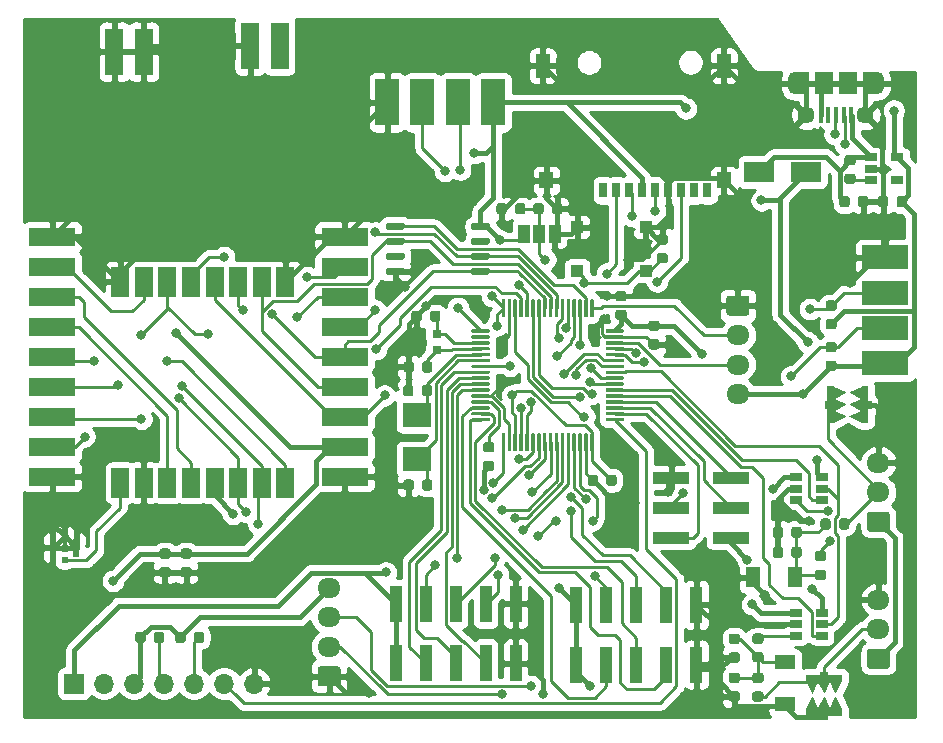
<source format=gbr>
%TF.GenerationSoftware,KiCad,Pcbnew,5.1.6-c6e7f7d~87~ubuntu20.04.1*%
%TF.CreationDate,2020-09-08T12:35:41+02:00*%
%TF.ProjectId,FShort,4653686f-7274-42e6-9b69-6361645f7063,rev?*%
%TF.SameCoordinates,Original*%
%TF.FileFunction,Copper,L1,Top*%
%TF.FilePolarity,Positive*%
%FSLAX46Y46*%
G04 Gerber Fmt 4.6, Leading zero omitted, Abs format (unit mm)*
G04 Created by KiCad (PCBNEW 5.1.6-c6e7f7d~87~ubuntu20.04.1) date 2020-09-08 12:35:41*
%MOMM*%
%LPD*%
G01*
G04 APERTURE LIST*
%TA.AperFunction,SMDPad,CuDef*%
%ADD10R,1.200000X2.000000*%
%TD*%
%TA.AperFunction,SMDPad,CuDef*%
%ADD11R,0.700000X1.300000*%
%TD*%
%TA.AperFunction,SMDPad,CuDef*%
%ADD12R,1.200000X1.400000*%
%TD*%
%TA.AperFunction,SMDPad,CuDef*%
%ADD13R,1.500000X2.500000*%
%TD*%
%TA.AperFunction,SMDPad,CuDef*%
%ADD14R,4.000000X1.524000*%
%TD*%
%TA.AperFunction,SMDPad,CuDef*%
%ADD15R,1.524000X4.000000*%
%TD*%
%TA.AperFunction,SMDPad,CuDef*%
%ADD16C,0.100000*%
%TD*%
%TA.AperFunction,SMDPad,CuDef*%
%ADD17R,1.300000X1.700000*%
%TD*%
%TA.AperFunction,SMDPad,CuDef*%
%ADD18R,1.700000X1.300000*%
%TD*%
%TA.AperFunction,SMDPad,CuDef*%
%ADD19R,0.500000X0.650000*%
%TD*%
%TA.AperFunction,SMDPad,CuDef*%
%ADD20R,0.600000X1.500000*%
%TD*%
%TA.AperFunction,SMDPad,CuDef*%
%ADD21R,0.500000X0.500000*%
%TD*%
%TA.AperFunction,SMDPad,CuDef*%
%ADD22R,2.400000X2.000000*%
%TD*%
%TA.AperFunction,SMDPad,CuDef*%
%ADD23R,2.500000X1.800000*%
%TD*%
%TA.AperFunction,SMDPad,CuDef*%
%ADD24R,1.000000X1.500000*%
%TD*%
%TA.AperFunction,ComponentPad*%
%ADD25R,1.700000X1.700000*%
%TD*%
%TA.AperFunction,ComponentPad*%
%ADD26O,1.700000X1.700000*%
%TD*%
%TA.AperFunction,ComponentPad*%
%ADD27O,1.950000X1.700000*%
%TD*%
%TA.AperFunction,SMDPad,CuDef*%
%ADD28R,1.500000X1.900000*%
%TD*%
%TA.AperFunction,ComponentPad*%
%ADD29C,1.450000*%
%TD*%
%TA.AperFunction,SMDPad,CuDef*%
%ADD30R,0.400000X1.350000*%
%TD*%
%TA.AperFunction,ComponentPad*%
%ADD31O,1.200000X1.900000*%
%TD*%
%TA.AperFunction,SMDPad,CuDef*%
%ADD32R,1.200000X1.900000*%
%TD*%
%TA.AperFunction,SMDPad,CuDef*%
%ADD33R,1.000000X3.150000*%
%TD*%
%TA.AperFunction,SMDPad,CuDef*%
%ADD34R,2.000000X4.000000*%
%TD*%
%TA.AperFunction,SMDPad,CuDef*%
%ADD35R,4.000000X2.000000*%
%TD*%
%TA.AperFunction,SMDPad,CuDef*%
%ADD36R,3.150000X1.000000*%
%TD*%
%TA.AperFunction,SMDPad,CuDef*%
%ADD37R,1.100000X1.000000*%
%TD*%
%TA.AperFunction,SMDPad,CuDef*%
%ADD38R,1.060000X0.650000*%
%TD*%
%TA.AperFunction,SMDPad,CuDef*%
%ADD39R,0.800000X0.800000*%
%TD*%
%TA.AperFunction,ViaPad*%
%ADD40C,0.800000*%
%TD*%
%TA.AperFunction,Conductor*%
%ADD41C,0.250000*%
%TD*%
%TA.AperFunction,Conductor*%
%ADD42C,0.400000*%
%TD*%
%TA.AperFunction,Conductor*%
%ADD43C,0.254000*%
%TD*%
G04 APERTURE END LIST*
D10*
%TO.P,J13,10*%
%TO.N,GND*%
X144595000Y-41600000D03*
X159925000Y-41600000D03*
D11*
%TO.P,J13,9*%
%TO.N,Net-(J13-Pad9)*%
X158500000Y-52150000D03*
%TO.P,J13,8*%
%TO.N,Net-(J13-Pad8)*%
X157400000Y-52150000D03*
%TO.P,J13,7*%
%TO.N,SDIO_D0*%
X156300000Y-52150000D03*
%TO.P,J13,6*%
%TO.N,GND*%
X155200000Y-52150000D03*
%TO.P,J13,5*%
%TO.N,SDIO_CK*%
X154100000Y-52150000D03*
%TO.P,J13,4*%
%TO.N,+3V3*%
X153000000Y-52150000D03*
%TO.P,J13,3*%
%TO.N,SDIO_CMD*%
X151900000Y-52150000D03*
%TO.P,J13,2*%
%TO.N,SDIO_CD*%
X150800000Y-52150000D03*
%TO.P,J13,1*%
%TO.N,Net-(J13-Pad1)*%
X149700000Y-52150000D03*
D12*
%TO.P,J13,10*%
%TO.N,GND*%
X144900000Y-51300000D03*
X159925000Y-51300000D03*
%TD*%
%TO.P,R7,2*%
%TO.N,Net-(C15-Pad1)*%
%TA.AperFunction,SMDPad,CuDef*%
G36*
G01*
X163056250Y-93862500D02*
X162543750Y-93862500D01*
G75*
G02*
X162325000Y-93643750I0J218750D01*
G01*
X162325000Y-93206250D01*
G75*
G02*
X162543750Y-92987500I218750J0D01*
G01*
X163056250Y-92987500D01*
G75*
G02*
X163275000Y-93206250I0J-218750D01*
G01*
X163275000Y-93643750D01*
G75*
G02*
X163056250Y-93862500I-218750J0D01*
G01*
G37*
%TD.AperFunction*%
%TO.P,R7,1*%
%TO.N,Net-(E1-Pad1)*%
%TA.AperFunction,SMDPad,CuDef*%
G36*
G01*
X163056250Y-95437500D02*
X162543750Y-95437500D01*
G75*
G02*
X162325000Y-95218750I0J218750D01*
G01*
X162325000Y-94781250D01*
G75*
G02*
X162543750Y-94562500I218750J0D01*
G01*
X163056250Y-94562500D01*
G75*
G02*
X163275000Y-94781250I0J-218750D01*
G01*
X163275000Y-95218750D01*
G75*
G02*
X163056250Y-95437500I-218750J0D01*
G01*
G37*
%TD.AperFunction*%
%TD*%
D13*
%TO.P,U6,12*%
%TO.N,SPI1_SCK*%
X116800000Y-59900000D03*
%TO.P,U6,8*%
%TO.N,Radio_rst*%
X112800000Y-59900000D03*
%TO.P,U6,10*%
%TO.N,GND*%
X122800000Y-59900000D03*
%TO.P,U6,2*%
%TO.N,Net-(U6-Pad2)*%
X110800000Y-59900000D03*
%TO.P,U6,14*%
%TO.N,SPI1_MOSI*%
X118800000Y-59900000D03*
%TO.P,U6,13*%
%TO.N,SPI1_MISO*%
X120800000Y-59900000D03*
%TO.P,U6,1*%
%TO.N,GND*%
X108800000Y-59900000D03*
%TO.P,U6,15*%
%TO.N,RADIO_NSS*%
X114800000Y-59900000D03*
%TO.P,U6,24*%
%TO.N,Net-(AE1-Pad1)*%
X108800000Y-76900000D03*
%TO.P,U6,9*%
%TO.N,GND*%
X110800000Y-76900000D03*
%TO.P,U6,4*%
%TO.N,Net-(U6-Pad4)*%
X112800000Y-76900000D03*
%TO.P,U6,3*%
%TO.N,Net-(U6-Pad3)*%
X114800000Y-76900000D03*
%TO.P,U6,23*%
%TO.N,+3V3*%
X116800000Y-76900000D03*
%TO.P,U6,7*%
%TO.N,Radio_dio0*%
X118800000Y-76900000D03*
%TO.P,U6,6*%
%TO.N,Radio_dio1*%
X120800000Y-76900000D03*
%TO.P,U6,5*%
%TO.N,Net-(U6-Pad5)*%
X122800000Y-76900000D03*
D14*
%TO.P,U6,10*%
%TO.N,GND*%
X127800000Y-76400000D03*
%TO.P,U6,11*%
%TO.N,+5V*%
X127800000Y-73860000D03*
%TO.P,U6,12*%
%TO.N,SPI1_SCK*%
X127800000Y-71320000D03*
%TO.P,U6,13*%
%TO.N,SPI1_MISO*%
X127800000Y-68780000D03*
%TO.P,U6,14*%
%TO.N,SPI1_MOSI*%
X127800000Y-66240000D03*
%TO.P,U6,15*%
%TO.N,RADIO_NSS*%
X127800000Y-63700000D03*
%TO.P,U6,16*%
%TO.N,Radio_txen*%
X127800000Y-61160000D03*
%TO.P,U6,17*%
%TO.N,Radio_rxen*%
X127800000Y-58620000D03*
%TO.P,U6,18*%
%TO.N,GND*%
X127800000Y-56080000D03*
%TO.P,U6,9*%
X103035000Y-76400000D03*
%TO.P,U6,8*%
%TO.N,Radio_rst*%
X103035000Y-73860000D03*
%TO.P,U6,7*%
%TO.N,Radio_dio0*%
X103035000Y-71320000D03*
%TO.P,U6,6*%
%TO.N,Radio_dio1*%
X103035000Y-68780000D03*
%TO.P,U6,5*%
%TO.N,Net-(U6-Pad5)*%
X103035000Y-66240000D03*
%TO.P,U6,4*%
%TO.N,Net-(U6-Pad4)*%
X103035000Y-63700000D03*
%TO.P,U6,3*%
%TO.N,Net-(U6-Pad3)*%
X103035000Y-61160000D03*
%TO.P,U6,2*%
%TO.N,Net-(U6-Pad2)*%
X103035000Y-58620000D03*
%TO.P,U6,1*%
%TO.N,GND*%
X103035000Y-56080000D03*
D15*
%TO.P,U6,19*%
%TO.N,Net-(J14-Pad1)*%
X122300000Y-39900000D03*
%TO.P,U6,20*%
%TO.N,GND*%
X119800000Y-39900000D03*
%TO.P,U6,22*%
X108300000Y-40400000D03*
%TO.P,U6,21*%
X110800000Y-40400000D03*
%TD*%
%TO.P,U5,8*%
%TO.N,+3V3*%
%TA.AperFunction,SMDPad,CuDef*%
G36*
G01*
X138500000Y-55345000D02*
X138500000Y-55045000D01*
G75*
G02*
X138650000Y-54895000I150000J0D01*
G01*
X139950000Y-54895000D01*
G75*
G02*
X140100000Y-55045000I0J-150000D01*
G01*
X140100000Y-55345000D01*
G75*
G02*
X139950000Y-55495000I-150000J0D01*
G01*
X138650000Y-55495000D01*
G75*
G02*
X138500000Y-55345000I0J150000D01*
G01*
G37*
%TD.AperFunction*%
%TO.P,U5,7*%
%TO.N,Net-(U5-Pad7)*%
%TA.AperFunction,SMDPad,CuDef*%
G36*
G01*
X138500000Y-56615000D02*
X138500000Y-56315000D01*
G75*
G02*
X138650000Y-56165000I150000J0D01*
G01*
X139950000Y-56165000D01*
G75*
G02*
X140100000Y-56315000I0J-150000D01*
G01*
X140100000Y-56615000D01*
G75*
G02*
X139950000Y-56765000I-150000J0D01*
G01*
X138650000Y-56765000D01*
G75*
G02*
X138500000Y-56615000I0J150000D01*
G01*
G37*
%TD.AperFunction*%
%TO.P,U5,6*%
%TO.N,SPI1_SCK*%
%TA.AperFunction,SMDPad,CuDef*%
G36*
G01*
X138500000Y-57885000D02*
X138500000Y-57585000D01*
G75*
G02*
X138650000Y-57435000I150000J0D01*
G01*
X139950000Y-57435000D01*
G75*
G02*
X140100000Y-57585000I0J-150000D01*
G01*
X140100000Y-57885000D01*
G75*
G02*
X139950000Y-58035000I-150000J0D01*
G01*
X138650000Y-58035000D01*
G75*
G02*
X138500000Y-57885000I0J150000D01*
G01*
G37*
%TD.AperFunction*%
%TO.P,U5,5*%
%TO.N,SPI1_MOSI*%
%TA.AperFunction,SMDPad,CuDef*%
G36*
G01*
X138500000Y-59155000D02*
X138500000Y-58855000D01*
G75*
G02*
X138650000Y-58705000I150000J0D01*
G01*
X139950000Y-58705000D01*
G75*
G02*
X140100000Y-58855000I0J-150000D01*
G01*
X140100000Y-59155000D01*
G75*
G02*
X139950000Y-59305000I-150000J0D01*
G01*
X138650000Y-59305000D01*
G75*
G02*
X138500000Y-59155000I0J150000D01*
G01*
G37*
%TD.AperFunction*%
%TO.P,U5,4*%
%TO.N,GND*%
%TA.AperFunction,SMDPad,CuDef*%
G36*
G01*
X131300000Y-59155000D02*
X131300000Y-58855000D01*
G75*
G02*
X131450000Y-58705000I150000J0D01*
G01*
X132750000Y-58705000D01*
G75*
G02*
X132900000Y-58855000I0J-150000D01*
G01*
X132900000Y-59155000D01*
G75*
G02*
X132750000Y-59305000I-150000J0D01*
G01*
X131450000Y-59305000D01*
G75*
G02*
X131300000Y-59155000I0J150000D01*
G01*
G37*
%TD.AperFunction*%
%TO.P,U5,3*%
%TO.N,Net-(U5-Pad3)*%
%TA.AperFunction,SMDPad,CuDef*%
G36*
G01*
X131300000Y-57885000D02*
X131300000Y-57585000D01*
G75*
G02*
X131450000Y-57435000I150000J0D01*
G01*
X132750000Y-57435000D01*
G75*
G02*
X132900000Y-57585000I0J-150000D01*
G01*
X132900000Y-57885000D01*
G75*
G02*
X132750000Y-58035000I-150000J0D01*
G01*
X131450000Y-58035000D01*
G75*
G02*
X131300000Y-57885000I0J150000D01*
G01*
G37*
%TD.AperFunction*%
%TO.P,U5,2*%
%TO.N,SPI1_MISO*%
%TA.AperFunction,SMDPad,CuDef*%
G36*
G01*
X131300000Y-56615000D02*
X131300000Y-56315000D01*
G75*
G02*
X131450000Y-56165000I150000J0D01*
G01*
X132750000Y-56165000D01*
G75*
G02*
X132900000Y-56315000I0J-150000D01*
G01*
X132900000Y-56615000D01*
G75*
G02*
X132750000Y-56765000I-150000J0D01*
G01*
X131450000Y-56765000D01*
G75*
G02*
X131300000Y-56615000I0J150000D01*
G01*
G37*
%TD.AperFunction*%
%TO.P,U5,1*%
%TO.N,FLASH_NSS*%
%TA.AperFunction,SMDPad,CuDef*%
G36*
G01*
X131300000Y-55345000D02*
X131300000Y-55045000D01*
G75*
G02*
X131450000Y-54895000I150000J0D01*
G01*
X132750000Y-54895000D01*
G75*
G02*
X132900000Y-55045000I0J-150000D01*
G01*
X132900000Y-55345000D01*
G75*
G02*
X132750000Y-55495000I-150000J0D01*
G01*
X131450000Y-55495000D01*
G75*
G02*
X131300000Y-55345000I0J150000D01*
G01*
G37*
%TD.AperFunction*%
%TD*%
%TO.P,R12,2*%
%TO.N,Net-(C16-Pad1)*%
%TA.AperFunction,SMDPad,CuDef*%
G36*
G01*
X167843750Y-84262500D02*
X168356250Y-84262500D01*
G75*
G02*
X168575000Y-84481250I0J-218750D01*
G01*
X168575000Y-84918750D01*
G75*
G02*
X168356250Y-85137500I-218750J0D01*
G01*
X167843750Y-85137500D01*
G75*
G02*
X167625000Y-84918750I0J218750D01*
G01*
X167625000Y-84481250D01*
G75*
G02*
X167843750Y-84262500I218750J0D01*
G01*
G37*
%TD.AperFunction*%
%TO.P,R12,1*%
%TO.N,Net-(R12-Pad1)*%
%TA.AperFunction,SMDPad,CuDef*%
G36*
G01*
X167843750Y-82687500D02*
X168356250Y-82687500D01*
G75*
G02*
X168575000Y-82906250I0J-218750D01*
G01*
X168575000Y-83343750D01*
G75*
G02*
X168356250Y-83562500I-218750J0D01*
G01*
X167843750Y-83562500D01*
G75*
G02*
X167625000Y-83343750I0J218750D01*
G01*
X167625000Y-82906250D01*
G75*
G02*
X167843750Y-82687500I218750J0D01*
G01*
G37*
%TD.AperFunction*%
%TD*%
%TO.P,R11,2*%
%TO.N,Net-(C16-Pad1)*%
%TA.AperFunction,SMDPad,CuDef*%
G36*
G01*
X165637500Y-81356250D02*
X165637500Y-80843750D01*
G75*
G02*
X165856250Y-80625000I218750J0D01*
G01*
X166293750Y-80625000D01*
G75*
G02*
X166512500Y-80843750I0J-218750D01*
G01*
X166512500Y-81356250D01*
G75*
G02*
X166293750Y-81575000I-218750J0D01*
G01*
X165856250Y-81575000D01*
G75*
G02*
X165637500Y-81356250I0J218750D01*
G01*
G37*
%TD.AperFunction*%
%TO.P,R11,1*%
%TO.N,GND*%
%TA.AperFunction,SMDPad,CuDef*%
G36*
G01*
X164062500Y-81356250D02*
X164062500Y-80843750D01*
G75*
G02*
X164281250Y-80625000I218750J0D01*
G01*
X164718750Y-80625000D01*
G75*
G02*
X164937500Y-80843750I0J-218750D01*
G01*
X164937500Y-81356250D01*
G75*
G02*
X164718750Y-81575000I-218750J0D01*
G01*
X164281250Y-81575000D01*
G75*
G02*
X164062500Y-81356250I0J218750D01*
G01*
G37*
%TD.AperFunction*%
%TD*%
%TO.P,R10,2*%
%TO.N,Net-(R10-Pad2)*%
%TA.AperFunction,SMDPad,CuDef*%
G36*
G01*
X163056250Y-90537500D02*
X162543750Y-90537500D01*
G75*
G02*
X162325000Y-90318750I0J218750D01*
G01*
X162325000Y-89881250D01*
G75*
G02*
X162543750Y-89662500I218750J0D01*
G01*
X163056250Y-89662500D01*
G75*
G02*
X163275000Y-89881250I0J-218750D01*
G01*
X163275000Y-90318750D01*
G75*
G02*
X163056250Y-90537500I-218750J0D01*
G01*
G37*
%TD.AperFunction*%
%TO.P,R10,1*%
%TO.N,Net-(C15-Pad1)*%
%TA.AperFunction,SMDPad,CuDef*%
G36*
G01*
X163056250Y-92112500D02*
X162543750Y-92112500D01*
G75*
G02*
X162325000Y-91893750I0J218750D01*
G01*
X162325000Y-91456250D01*
G75*
G02*
X162543750Y-91237500I218750J0D01*
G01*
X163056250Y-91237500D01*
G75*
G02*
X163275000Y-91456250I0J-218750D01*
G01*
X163275000Y-91893750D01*
G75*
G02*
X163056250Y-92112500I-218750J0D01*
G01*
G37*
%TD.AperFunction*%
%TD*%
%TO.P,R9,2*%
%TO.N,Net-(E2-Pad1)*%
%TA.AperFunction,SMDPad,CuDef*%
G36*
G01*
X169662500Y-80656250D02*
X169662500Y-80143750D01*
G75*
G02*
X169881250Y-79925000I218750J0D01*
G01*
X170318750Y-79925000D01*
G75*
G02*
X170537500Y-80143750I0J-218750D01*
G01*
X170537500Y-80656250D01*
G75*
G02*
X170318750Y-80875000I-218750J0D01*
G01*
X169881250Y-80875000D01*
G75*
G02*
X169662500Y-80656250I0J218750D01*
G01*
G37*
%TD.AperFunction*%
%TO.P,R9,1*%
%TO.N,Net-(C16-Pad1)*%
%TA.AperFunction,SMDPad,CuDef*%
G36*
G01*
X168087500Y-80656250D02*
X168087500Y-80143750D01*
G75*
G02*
X168306250Y-79925000I218750J0D01*
G01*
X168743750Y-79925000D01*
G75*
G02*
X168962500Y-80143750I0J-218750D01*
G01*
X168962500Y-80656250D01*
G75*
G02*
X168743750Y-80875000I-218750J0D01*
G01*
X168306250Y-80875000D01*
G75*
G02*
X168087500Y-80656250I0J218750D01*
G01*
G37*
%TD.AperFunction*%
%TD*%
%TO.P,R8,2*%
%TO.N,Net-(C15-Pad1)*%
%TA.AperFunction,SMDPad,CuDef*%
G36*
G01*
X161056250Y-93862500D02*
X160543750Y-93862500D01*
G75*
G02*
X160325000Y-93643750I0J218750D01*
G01*
X160325000Y-93206250D01*
G75*
G02*
X160543750Y-92987500I218750J0D01*
G01*
X161056250Y-92987500D01*
G75*
G02*
X161275000Y-93206250I0J-218750D01*
G01*
X161275000Y-93643750D01*
G75*
G02*
X161056250Y-93862500I-218750J0D01*
G01*
G37*
%TD.AperFunction*%
%TO.P,R8,1*%
%TO.N,GND*%
%TA.AperFunction,SMDPad,CuDef*%
G36*
G01*
X161056250Y-95437500D02*
X160543750Y-95437500D01*
G75*
G02*
X160325000Y-95218750I0J218750D01*
G01*
X160325000Y-94781250D01*
G75*
G02*
X160543750Y-94562500I218750J0D01*
G01*
X161056250Y-94562500D01*
G75*
G02*
X161275000Y-94781250I0J-218750D01*
G01*
X161275000Y-95218750D01*
G75*
G02*
X161056250Y-95437500I-218750J0D01*
G01*
G37*
%TD.AperFunction*%
%TD*%
%TA.AperFunction,SMDPad,CuDef*%
D16*
%TO.P,E2,1*%
%TO.N,Net-(E2-Pad1)*%
G36*
X168650000Y-69975000D02*
G01*
X168650000Y-68800000D01*
X168650961Y-68790245D01*
X168653806Y-68780866D01*
X168658427Y-68772221D01*
X168664645Y-68764645D01*
X168672221Y-68758427D01*
X168680866Y-68753806D01*
X168690245Y-68750961D01*
X168700000Y-68750000D01*
X169200000Y-68750000D01*
X169209755Y-68750961D01*
X169222361Y-68755279D01*
X170222361Y-69255279D01*
X170230656Y-69260500D01*
X170237773Y-69267240D01*
X170243438Y-69275238D01*
X170247434Y-69284189D01*
X170249607Y-69293746D01*
X170249874Y-69303544D01*
X170248224Y-69313206D01*
X170244721Y-69322361D01*
X170239500Y-69330656D01*
X170232760Y-69337773D01*
X170222361Y-69344721D01*
X169311803Y-69800000D01*
X170222361Y-70255279D01*
X170230656Y-70260500D01*
X170237773Y-70267240D01*
X170243438Y-70275238D01*
X170247434Y-70284189D01*
X170249607Y-70293746D01*
X170249874Y-70303544D01*
X170248224Y-70313206D01*
X170244721Y-70322361D01*
X170239500Y-70330656D01*
X170232760Y-70337773D01*
X170222361Y-70344721D01*
X169311803Y-70800000D01*
X170222361Y-71255279D01*
X170230656Y-71260500D01*
X170237773Y-71267240D01*
X170243438Y-71275238D01*
X170247434Y-71284189D01*
X170249607Y-71293746D01*
X170249874Y-71303544D01*
X170248224Y-71313206D01*
X170244721Y-71322361D01*
X170239500Y-71330656D01*
X170232760Y-71337773D01*
X170222361Y-71344721D01*
X169222361Y-71844721D01*
X169213206Y-71848224D01*
X169200000Y-71850000D01*
X168700000Y-71850000D01*
X168690245Y-71849039D01*
X168680866Y-71846194D01*
X168672221Y-71841573D01*
X168664645Y-71835355D01*
X168658427Y-71827779D01*
X168653806Y-71819134D01*
X168650961Y-71809755D01*
X168650000Y-71800000D01*
X168650000Y-70625000D01*
X168450000Y-70625000D01*
X168450000Y-69975000D01*
X168650000Y-69975000D01*
G37*
%TD.AperFunction*%
%TA.AperFunction,SMDPad,CuDef*%
%TO.P,E2,2*%
%TO.N,GND*%
G36*
X170551776Y-69286794D02*
G01*
X170555279Y-69277639D01*
X170560500Y-69269344D01*
X170567240Y-69262227D01*
X170577639Y-69255279D01*
X171577639Y-68755279D01*
X171586794Y-68751776D01*
X171600000Y-68750000D01*
X172100000Y-68750000D01*
X172109755Y-68750961D01*
X172119134Y-68753806D01*
X172127779Y-68758427D01*
X172135355Y-68764645D01*
X172141573Y-68772221D01*
X172146194Y-68780866D01*
X172149039Y-68790245D01*
X172150000Y-68800000D01*
X172150000Y-69975000D01*
X172450000Y-69975000D01*
X172450000Y-70625000D01*
X172150000Y-70625000D01*
X172150000Y-71800000D01*
X172149039Y-71809755D01*
X172146194Y-71819134D01*
X172141573Y-71827779D01*
X172135355Y-71835355D01*
X172127779Y-71841573D01*
X172119134Y-71846194D01*
X172109755Y-71849039D01*
X172100000Y-71850000D01*
X171600000Y-71850000D01*
X171590245Y-71849039D01*
X171577639Y-71844721D01*
X170577639Y-71344721D01*
X170569344Y-71339500D01*
X170562227Y-71332760D01*
X170556562Y-71324762D01*
X170552566Y-71315811D01*
X170550393Y-71306254D01*
X170550126Y-71296456D01*
X170551776Y-71286794D01*
X170555279Y-71277639D01*
X170560500Y-71269344D01*
X170567240Y-71262227D01*
X170577639Y-71255279D01*
X171488197Y-70800000D01*
X170577639Y-70344721D01*
X170569344Y-70339500D01*
X170562227Y-70332760D01*
X170556562Y-70324762D01*
X170552566Y-70315811D01*
X170550393Y-70306254D01*
X170550126Y-70296456D01*
X170551776Y-70286794D01*
X170555279Y-70277639D01*
X170560500Y-70269344D01*
X170567240Y-70262227D01*
X170577639Y-70255279D01*
X171488197Y-69800000D01*
X170577639Y-69344721D01*
X170569344Y-69339500D01*
X170562227Y-69332760D01*
X170556562Y-69324762D01*
X170552566Y-69315811D01*
X170550393Y-69306254D01*
X170550126Y-69296456D01*
X170551776Y-69286794D01*
G37*
%TD.AperFunction*%
%TD*%
%TA.AperFunction,SMDPad,CuDef*%
%TO.P,E1,1*%
%TO.N,Net-(E1-Pad1)*%
G36*
X168725000Y-93150000D02*
G01*
X169900000Y-93150000D01*
X169909755Y-93150961D01*
X169919134Y-93153806D01*
X169927779Y-93158427D01*
X169935355Y-93164645D01*
X169941573Y-93172221D01*
X169946194Y-93180866D01*
X169949039Y-93190245D01*
X169950000Y-93200000D01*
X169950000Y-93700000D01*
X169949039Y-93709755D01*
X169944721Y-93722361D01*
X169444721Y-94722361D01*
X169439500Y-94730656D01*
X169432760Y-94737773D01*
X169424762Y-94743438D01*
X169415811Y-94747434D01*
X169406254Y-94749607D01*
X169396456Y-94749874D01*
X169386794Y-94748224D01*
X169377639Y-94744721D01*
X169369344Y-94739500D01*
X169362227Y-94732760D01*
X169355279Y-94722361D01*
X168900000Y-93811803D01*
X168444721Y-94722361D01*
X168439500Y-94730656D01*
X168432760Y-94737773D01*
X168424762Y-94743438D01*
X168415811Y-94747434D01*
X168406254Y-94749607D01*
X168396456Y-94749874D01*
X168386794Y-94748224D01*
X168377639Y-94744721D01*
X168369344Y-94739500D01*
X168362227Y-94732760D01*
X168355279Y-94722361D01*
X167900000Y-93811803D01*
X167444721Y-94722361D01*
X167439500Y-94730656D01*
X167432760Y-94737773D01*
X167424762Y-94743438D01*
X167415811Y-94747434D01*
X167406254Y-94749607D01*
X167396456Y-94749874D01*
X167386794Y-94748224D01*
X167377639Y-94744721D01*
X167369344Y-94739500D01*
X167362227Y-94732760D01*
X167355279Y-94722361D01*
X166855279Y-93722361D01*
X166851776Y-93713206D01*
X166850000Y-93700000D01*
X166850000Y-93200000D01*
X166850961Y-93190245D01*
X166853806Y-93180866D01*
X166858427Y-93172221D01*
X166864645Y-93164645D01*
X166872221Y-93158427D01*
X166880866Y-93153806D01*
X166890245Y-93150961D01*
X166900000Y-93150000D01*
X168075000Y-93150000D01*
X168075000Y-92950000D01*
X168725000Y-92950000D01*
X168725000Y-93150000D01*
G37*
%TD.AperFunction*%
%TA.AperFunction,SMDPad,CuDef*%
%TO.P,E1,2*%
%TO.N,GND*%
G36*
X169413206Y-95051776D02*
G01*
X169422361Y-95055279D01*
X169430656Y-95060500D01*
X169437773Y-95067240D01*
X169444721Y-95077639D01*
X169944721Y-96077639D01*
X169948224Y-96086794D01*
X169950000Y-96100000D01*
X169950000Y-96600000D01*
X169949039Y-96609755D01*
X169946194Y-96619134D01*
X169941573Y-96627779D01*
X169935355Y-96635355D01*
X169927779Y-96641573D01*
X169919134Y-96646194D01*
X169909755Y-96649039D01*
X169900000Y-96650000D01*
X168725000Y-96650000D01*
X168725000Y-96950000D01*
X168075000Y-96950000D01*
X168075000Y-96650000D01*
X166900000Y-96650000D01*
X166890245Y-96649039D01*
X166880866Y-96646194D01*
X166872221Y-96641573D01*
X166864645Y-96635355D01*
X166858427Y-96627779D01*
X166853806Y-96619134D01*
X166850961Y-96609755D01*
X166850000Y-96600000D01*
X166850000Y-96100000D01*
X166850961Y-96090245D01*
X166855279Y-96077639D01*
X167355279Y-95077639D01*
X167360500Y-95069344D01*
X167367240Y-95062227D01*
X167375238Y-95056562D01*
X167384189Y-95052566D01*
X167393746Y-95050393D01*
X167403544Y-95050126D01*
X167413206Y-95051776D01*
X167422361Y-95055279D01*
X167430656Y-95060500D01*
X167437773Y-95067240D01*
X167444721Y-95077639D01*
X167900000Y-95988197D01*
X168355279Y-95077639D01*
X168360500Y-95069344D01*
X168367240Y-95062227D01*
X168375238Y-95056562D01*
X168384189Y-95052566D01*
X168393746Y-95050393D01*
X168403544Y-95050126D01*
X168413206Y-95051776D01*
X168422361Y-95055279D01*
X168430656Y-95060500D01*
X168437773Y-95067240D01*
X168444721Y-95077639D01*
X168900000Y-95988197D01*
X169355279Y-95077639D01*
X169360500Y-95069344D01*
X169367240Y-95062227D01*
X169375238Y-95056562D01*
X169384189Y-95052566D01*
X169393746Y-95050393D01*
X169403544Y-95050126D01*
X169413206Y-95051776D01*
G37*
%TD.AperFunction*%
%TD*%
D17*
%TO.P,D3,2*%
%TO.N,GND*%
X162400000Y-84900000D03*
%TO.P,D3,1*%
%TO.N,Net-(C16-Pad1)*%
X165900000Y-84900000D03*
%TD*%
D18*
%TO.P,D2,2*%
%TO.N,GND*%
X165100000Y-95600000D03*
%TO.P,D2,1*%
%TO.N,Net-(C15-Pad1)*%
X165100000Y-92100000D03*
%TD*%
%TO.P,C16,2*%
%TO.N,GND*%
%TA.AperFunction,SMDPad,CuDef*%
G36*
G01*
X164920000Y-82543750D02*
X164920000Y-83056250D01*
G75*
G02*
X164701250Y-83275000I-218750J0D01*
G01*
X164263750Y-83275000D01*
G75*
G02*
X164045000Y-83056250I0J218750D01*
G01*
X164045000Y-82543750D01*
G75*
G02*
X164263750Y-82325000I218750J0D01*
G01*
X164701250Y-82325000D01*
G75*
G02*
X164920000Y-82543750I0J-218750D01*
G01*
G37*
%TD.AperFunction*%
%TO.P,C16,1*%
%TO.N,Net-(C16-Pad1)*%
%TA.AperFunction,SMDPad,CuDef*%
G36*
G01*
X166495000Y-82543750D02*
X166495000Y-83056250D01*
G75*
G02*
X166276250Y-83275000I-218750J0D01*
G01*
X165838750Y-83275000D01*
G75*
G02*
X165620000Y-83056250I0J218750D01*
G01*
X165620000Y-82543750D01*
G75*
G02*
X165838750Y-82325000I218750J0D01*
G01*
X166276250Y-82325000D01*
G75*
G02*
X166495000Y-82543750I0J-218750D01*
G01*
G37*
%TD.AperFunction*%
%TD*%
%TO.P,C15,2*%
%TO.N,GND*%
%TA.AperFunction,SMDPad,CuDef*%
G36*
G01*
X160543750Y-91262500D02*
X161056250Y-91262500D01*
G75*
G02*
X161275000Y-91481250I0J-218750D01*
G01*
X161275000Y-91918750D01*
G75*
G02*
X161056250Y-92137500I-218750J0D01*
G01*
X160543750Y-92137500D01*
G75*
G02*
X160325000Y-91918750I0J218750D01*
G01*
X160325000Y-91481250D01*
G75*
G02*
X160543750Y-91262500I218750J0D01*
G01*
G37*
%TD.AperFunction*%
%TO.P,C15,1*%
%TO.N,Net-(C15-Pad1)*%
%TA.AperFunction,SMDPad,CuDef*%
G36*
G01*
X160543750Y-89687500D02*
X161056250Y-89687500D01*
G75*
G02*
X161275000Y-89906250I0J-218750D01*
G01*
X161275000Y-90343750D01*
G75*
G02*
X161056250Y-90562500I-218750J0D01*
G01*
X160543750Y-90562500D01*
G75*
G02*
X160325000Y-90343750I0J218750D01*
G01*
X160325000Y-89906250D01*
G75*
G02*
X160543750Y-89687500I218750J0D01*
G01*
G37*
%TD.AperFunction*%
%TD*%
D19*
%TO.P,AE1,2*%
%TO.N,GND*%
X104100000Y-81425000D03*
D20*
X105100000Y-82400000D03*
X103100000Y-82400000D03*
D21*
%TO.P,AE1,1*%
%TO.N,Net-(AE1-Pad1)*%
X104100000Y-83450000D03*
%TD*%
%TO.P,C14,2*%
%TO.N,GND*%
%TA.AperFunction,SMDPad,CuDef*%
G36*
G01*
X114143750Y-84037500D02*
X114656250Y-84037500D01*
G75*
G02*
X114875000Y-84256250I0J-218750D01*
G01*
X114875000Y-84693750D01*
G75*
G02*
X114656250Y-84912500I-218750J0D01*
G01*
X114143750Y-84912500D01*
G75*
G02*
X113925000Y-84693750I0J218750D01*
G01*
X113925000Y-84256250D01*
G75*
G02*
X114143750Y-84037500I218750J0D01*
G01*
G37*
%TD.AperFunction*%
%TO.P,C14,1*%
%TO.N,+5V*%
%TA.AperFunction,SMDPad,CuDef*%
G36*
G01*
X114143750Y-82462500D02*
X114656250Y-82462500D01*
G75*
G02*
X114875000Y-82681250I0J-218750D01*
G01*
X114875000Y-83118750D01*
G75*
G02*
X114656250Y-83337500I-218750J0D01*
G01*
X114143750Y-83337500D01*
G75*
G02*
X113925000Y-83118750I0J218750D01*
G01*
X113925000Y-82681250D01*
G75*
G02*
X114143750Y-82462500I218750J0D01*
G01*
G37*
%TD.AperFunction*%
%TD*%
%TO.P,C13,2*%
%TO.N,GND*%
%TA.AperFunction,SMDPad,CuDef*%
G36*
G01*
X112343750Y-84037500D02*
X112856250Y-84037500D01*
G75*
G02*
X113075000Y-84256250I0J-218750D01*
G01*
X113075000Y-84693750D01*
G75*
G02*
X112856250Y-84912500I-218750J0D01*
G01*
X112343750Y-84912500D01*
G75*
G02*
X112125000Y-84693750I0J218750D01*
G01*
X112125000Y-84256250D01*
G75*
G02*
X112343750Y-84037500I218750J0D01*
G01*
G37*
%TD.AperFunction*%
%TO.P,C13,1*%
%TO.N,+5V*%
%TA.AperFunction,SMDPad,CuDef*%
G36*
G01*
X112343750Y-82462500D02*
X112856250Y-82462500D01*
G75*
G02*
X113075000Y-82681250I0J-218750D01*
G01*
X113075000Y-83118750D01*
G75*
G02*
X112856250Y-83337500I-218750J0D01*
G01*
X112343750Y-83337500D01*
G75*
G02*
X112125000Y-83118750I0J218750D01*
G01*
X112125000Y-82681250D01*
G75*
G02*
X112343750Y-82462500I218750J0D01*
G01*
G37*
%TD.AperFunction*%
%TD*%
D22*
%TO.P,Y1,1*%
%TO.N,Net-(C2-Pad1)*%
X133900000Y-74900000D03*
%TO.P,Y1,2*%
%TO.N,Net-(C1-Pad1)*%
X133900000Y-71200000D03*
%TD*%
%TO.P,C1,1*%
%TO.N,Net-(C1-Pad1)*%
%TA.AperFunction,SMDPad,CuDef*%
G36*
G01*
X135212500Y-68843750D02*
X135212500Y-69356250D01*
G75*
G02*
X134993750Y-69575000I-218750J0D01*
G01*
X134556250Y-69575000D01*
G75*
G02*
X134337500Y-69356250I0J218750D01*
G01*
X134337500Y-68843750D01*
G75*
G02*
X134556250Y-68625000I218750J0D01*
G01*
X134993750Y-68625000D01*
G75*
G02*
X135212500Y-68843750I0J-218750D01*
G01*
G37*
%TD.AperFunction*%
%TO.P,C1,2*%
%TO.N,GND*%
%TA.AperFunction,SMDPad,CuDef*%
G36*
G01*
X133637500Y-68843750D02*
X133637500Y-69356250D01*
G75*
G02*
X133418750Y-69575000I-218750J0D01*
G01*
X132981250Y-69575000D01*
G75*
G02*
X132762500Y-69356250I0J218750D01*
G01*
X132762500Y-68843750D01*
G75*
G02*
X132981250Y-68625000I218750J0D01*
G01*
X133418750Y-68625000D01*
G75*
G02*
X133637500Y-68843750I0J-218750D01*
G01*
G37*
%TD.AperFunction*%
%TD*%
%TO.P,C2,2*%
%TO.N,GND*%
%TA.AperFunction,SMDPad,CuDef*%
G36*
G01*
X133662500Y-76843750D02*
X133662500Y-77356250D01*
G75*
G02*
X133443750Y-77575000I-218750J0D01*
G01*
X133006250Y-77575000D01*
G75*
G02*
X132787500Y-77356250I0J218750D01*
G01*
X132787500Y-76843750D01*
G75*
G02*
X133006250Y-76625000I218750J0D01*
G01*
X133443750Y-76625000D01*
G75*
G02*
X133662500Y-76843750I0J-218750D01*
G01*
G37*
%TD.AperFunction*%
%TO.P,C2,1*%
%TO.N,Net-(C2-Pad1)*%
%TA.AperFunction,SMDPad,CuDef*%
G36*
G01*
X135237500Y-76843750D02*
X135237500Y-77356250D01*
G75*
G02*
X135018750Y-77575000I-218750J0D01*
G01*
X134581250Y-77575000D01*
G75*
G02*
X134362500Y-77356250I0J218750D01*
G01*
X134362500Y-76843750D01*
G75*
G02*
X134581250Y-76625000I218750J0D01*
G01*
X135018750Y-76625000D01*
G75*
G02*
X135237500Y-76843750I0J-218750D01*
G01*
G37*
%TD.AperFunction*%
%TD*%
%TO.P,C3,1*%
%TO.N,Net-(C3-Pad1)*%
%TA.AperFunction,SMDPad,CuDef*%
G36*
G01*
X135912500Y-62543750D02*
X135912500Y-63056250D01*
G75*
G02*
X135693750Y-63275000I-218750J0D01*
G01*
X135256250Y-63275000D01*
G75*
G02*
X135037500Y-63056250I0J218750D01*
G01*
X135037500Y-62543750D01*
G75*
G02*
X135256250Y-62325000I218750J0D01*
G01*
X135693750Y-62325000D01*
G75*
G02*
X135912500Y-62543750I0J-218750D01*
G01*
G37*
%TD.AperFunction*%
%TO.P,C3,2*%
%TO.N,GND*%
%TA.AperFunction,SMDPad,CuDef*%
G36*
G01*
X134337500Y-62543750D02*
X134337500Y-63056250D01*
G75*
G02*
X134118750Y-63275000I-218750J0D01*
G01*
X133681250Y-63275000D01*
G75*
G02*
X133462500Y-63056250I0J218750D01*
G01*
X133462500Y-62543750D01*
G75*
G02*
X133681250Y-62325000I218750J0D01*
G01*
X134118750Y-62325000D01*
G75*
G02*
X134337500Y-62543750I0J-218750D01*
G01*
G37*
%TD.AperFunction*%
%TD*%
%TO.P,C4,2*%
%TO.N,GND*%
%TA.AperFunction,SMDPad,CuDef*%
G36*
G01*
X133662500Y-66843750D02*
X133662500Y-67356250D01*
G75*
G02*
X133443750Y-67575000I-218750J0D01*
G01*
X133006250Y-67575000D01*
G75*
G02*
X132787500Y-67356250I0J218750D01*
G01*
X132787500Y-66843750D01*
G75*
G02*
X133006250Y-66625000I218750J0D01*
G01*
X133443750Y-66625000D01*
G75*
G02*
X133662500Y-66843750I0J-218750D01*
G01*
G37*
%TD.AperFunction*%
%TO.P,C4,1*%
%TO.N,Net-(C4-Pad1)*%
%TA.AperFunction,SMDPad,CuDef*%
G36*
G01*
X135237500Y-66843750D02*
X135237500Y-67356250D01*
G75*
G02*
X135018750Y-67575000I-218750J0D01*
G01*
X134581250Y-67575000D01*
G75*
G02*
X134362500Y-67356250I0J218750D01*
G01*
X134362500Y-66843750D01*
G75*
G02*
X134581250Y-66625000I218750J0D01*
G01*
X135018750Y-66625000D01*
G75*
G02*
X135237500Y-66843750I0J-218750D01*
G01*
G37*
%TD.AperFunction*%
%TD*%
%TO.P,C5,1*%
%TO.N,Net-(C5-Pad1)*%
%TA.AperFunction,SMDPad,CuDef*%
G36*
G01*
X143112500Y-53443750D02*
X143112500Y-53956250D01*
G75*
G02*
X142893750Y-54175000I-218750J0D01*
G01*
X142456250Y-54175000D01*
G75*
G02*
X142237500Y-53956250I0J218750D01*
G01*
X142237500Y-53443750D01*
G75*
G02*
X142456250Y-53225000I218750J0D01*
G01*
X142893750Y-53225000D01*
G75*
G02*
X143112500Y-53443750I0J-218750D01*
G01*
G37*
%TD.AperFunction*%
%TO.P,C5,2*%
%TO.N,GND*%
%TA.AperFunction,SMDPad,CuDef*%
G36*
G01*
X141537500Y-53443750D02*
X141537500Y-53956250D01*
G75*
G02*
X141318750Y-54175000I-218750J0D01*
G01*
X140881250Y-54175000D01*
G75*
G02*
X140662500Y-53956250I0J218750D01*
G01*
X140662500Y-53443750D01*
G75*
G02*
X140881250Y-53225000I218750J0D01*
G01*
X141318750Y-53225000D01*
G75*
G02*
X141537500Y-53443750I0J-218750D01*
G01*
G37*
%TD.AperFunction*%
%TD*%
%TO.P,C6,2*%
%TO.N,Net-(C6-Pad2)*%
%TA.AperFunction,SMDPad,CuDef*%
G36*
G01*
X154443750Y-57450000D02*
X154956250Y-57450000D01*
G75*
G02*
X155175000Y-57668750I0J-218750D01*
G01*
X155175000Y-58106250D01*
G75*
G02*
X154956250Y-58325000I-218750J0D01*
G01*
X154443750Y-58325000D01*
G75*
G02*
X154225000Y-58106250I0J218750D01*
G01*
X154225000Y-57668750D01*
G75*
G02*
X154443750Y-57450000I218750J0D01*
G01*
G37*
%TD.AperFunction*%
%TO.P,C6,1*%
%TO.N,GND*%
%TA.AperFunction,SMDPad,CuDef*%
G36*
G01*
X154443750Y-55875000D02*
X154956250Y-55875000D01*
G75*
G02*
X155175000Y-56093750I0J-218750D01*
G01*
X155175000Y-56531250D01*
G75*
G02*
X154956250Y-56750000I-218750J0D01*
G01*
X154443750Y-56750000D01*
G75*
G02*
X154225000Y-56531250I0J218750D01*
G01*
X154225000Y-56093750D01*
G75*
G02*
X154443750Y-55875000I218750J0D01*
G01*
G37*
%TD.AperFunction*%
%TD*%
%TO.P,C7,1*%
%TO.N,GND*%
%TA.AperFunction,SMDPad,CuDef*%
G36*
G01*
X148387500Y-76956250D02*
X148387500Y-76443750D01*
G75*
G02*
X148606250Y-76225000I218750J0D01*
G01*
X149043750Y-76225000D01*
G75*
G02*
X149262500Y-76443750I0J-218750D01*
G01*
X149262500Y-76956250D01*
G75*
G02*
X149043750Y-77175000I-218750J0D01*
G01*
X148606250Y-77175000D01*
G75*
G02*
X148387500Y-76956250I0J218750D01*
G01*
G37*
%TD.AperFunction*%
%TO.P,C7,2*%
%TO.N,+3V3*%
%TA.AperFunction,SMDPad,CuDef*%
G36*
G01*
X149962500Y-76956250D02*
X149962500Y-76443750D01*
G75*
G02*
X150181250Y-76225000I218750J0D01*
G01*
X150618750Y-76225000D01*
G75*
G02*
X150837500Y-76443750I0J-218750D01*
G01*
X150837500Y-76956250D01*
G75*
G02*
X150618750Y-77175000I-218750J0D01*
G01*
X150181250Y-77175000D01*
G75*
G02*
X149962500Y-76956250I0J218750D01*
G01*
G37*
%TD.AperFunction*%
%TD*%
%TO.P,C8,2*%
%TO.N,+3V3*%
%TA.AperFunction,SMDPad,CuDef*%
G36*
G01*
X140256250Y-74337500D02*
X139743750Y-74337500D01*
G75*
G02*
X139525000Y-74118750I0J218750D01*
G01*
X139525000Y-73681250D01*
G75*
G02*
X139743750Y-73462500I218750J0D01*
G01*
X140256250Y-73462500D01*
G75*
G02*
X140475000Y-73681250I0J-218750D01*
G01*
X140475000Y-74118750D01*
G75*
G02*
X140256250Y-74337500I-218750J0D01*
G01*
G37*
%TD.AperFunction*%
%TO.P,C8,1*%
%TO.N,GND*%
%TA.AperFunction,SMDPad,CuDef*%
G36*
G01*
X140256250Y-75912500D02*
X139743750Y-75912500D01*
G75*
G02*
X139525000Y-75693750I0J218750D01*
G01*
X139525000Y-75256250D01*
G75*
G02*
X139743750Y-75037500I218750J0D01*
G01*
X140256250Y-75037500D01*
G75*
G02*
X140475000Y-75256250I0J-218750D01*
G01*
X140475000Y-75693750D01*
G75*
G02*
X140256250Y-75912500I-218750J0D01*
G01*
G37*
%TD.AperFunction*%
%TD*%
%TO.P,C9,1*%
%TO.N,GND*%
%TA.AperFunction,SMDPad,CuDef*%
G36*
G01*
X150943750Y-60662500D02*
X151456250Y-60662500D01*
G75*
G02*
X151675000Y-60881250I0J-218750D01*
G01*
X151675000Y-61318750D01*
G75*
G02*
X151456250Y-61537500I-218750J0D01*
G01*
X150943750Y-61537500D01*
G75*
G02*
X150725000Y-61318750I0J218750D01*
G01*
X150725000Y-60881250D01*
G75*
G02*
X150943750Y-60662500I218750J0D01*
G01*
G37*
%TD.AperFunction*%
%TO.P,C9,2*%
%TO.N,+3V3*%
%TA.AperFunction,SMDPad,CuDef*%
G36*
G01*
X150943750Y-62237500D02*
X151456250Y-62237500D01*
G75*
G02*
X151675000Y-62456250I0J-218750D01*
G01*
X151675000Y-62893750D01*
G75*
G02*
X151456250Y-63112500I-218750J0D01*
G01*
X150943750Y-63112500D01*
G75*
G02*
X150725000Y-62893750I0J218750D01*
G01*
X150725000Y-62456250D01*
G75*
G02*
X150943750Y-62237500I218750J0D01*
G01*
G37*
%TD.AperFunction*%
%TD*%
%TO.P,C10,2*%
%TO.N,+3V3*%
%TA.AperFunction,SMDPad,CuDef*%
G36*
G01*
X154256250Y-64050000D02*
X153743750Y-64050000D01*
G75*
G02*
X153525000Y-63831250I0J218750D01*
G01*
X153525000Y-63393750D01*
G75*
G02*
X153743750Y-63175000I218750J0D01*
G01*
X154256250Y-63175000D01*
G75*
G02*
X154475000Y-63393750I0J-218750D01*
G01*
X154475000Y-63831250D01*
G75*
G02*
X154256250Y-64050000I-218750J0D01*
G01*
G37*
%TD.AperFunction*%
%TO.P,C10,1*%
%TO.N,GND*%
%TA.AperFunction,SMDPad,CuDef*%
G36*
G01*
X154256250Y-65625000D02*
X153743750Y-65625000D01*
G75*
G02*
X153525000Y-65406250I0J218750D01*
G01*
X153525000Y-64968750D01*
G75*
G02*
X153743750Y-64750000I218750J0D01*
G01*
X154256250Y-64750000D01*
G75*
G02*
X154475000Y-64968750I0J-218750D01*
G01*
X154475000Y-65406250D01*
G75*
G02*
X154256250Y-65625000I-218750J0D01*
G01*
G37*
%TD.AperFunction*%
%TD*%
%TO.P,C11,1*%
%TO.N,Vusb*%
%TA.AperFunction,SMDPad,CuDef*%
G36*
G01*
X169687500Y-53356250D02*
X169687500Y-52843750D01*
G75*
G02*
X169906250Y-52625000I218750J0D01*
G01*
X170343750Y-52625000D01*
G75*
G02*
X170562500Y-52843750I0J-218750D01*
G01*
X170562500Y-53356250D01*
G75*
G02*
X170343750Y-53575000I-218750J0D01*
G01*
X169906250Y-53575000D01*
G75*
G02*
X169687500Y-53356250I0J218750D01*
G01*
G37*
%TD.AperFunction*%
%TO.P,C11,2*%
%TO.N,GND*%
%TA.AperFunction,SMDPad,CuDef*%
G36*
G01*
X171262500Y-53356250D02*
X171262500Y-52843750D01*
G75*
G02*
X171481250Y-52625000I218750J0D01*
G01*
X171918750Y-52625000D01*
G75*
G02*
X172137500Y-52843750I0J-218750D01*
G01*
X172137500Y-53356250D01*
G75*
G02*
X171918750Y-53575000I-218750J0D01*
G01*
X171481250Y-53575000D01*
G75*
G02*
X171262500Y-53356250I0J218750D01*
G01*
G37*
%TD.AperFunction*%
%TD*%
%TO.P,C12,2*%
%TO.N,GND*%
%TA.AperFunction,SMDPad,CuDef*%
G36*
G01*
X173837500Y-52843750D02*
X173837500Y-53356250D01*
G75*
G02*
X173618750Y-53575000I-218750J0D01*
G01*
X173181250Y-53575000D01*
G75*
G02*
X172962500Y-53356250I0J218750D01*
G01*
X172962500Y-52843750D01*
G75*
G02*
X173181250Y-52625000I218750J0D01*
G01*
X173618750Y-52625000D01*
G75*
G02*
X173837500Y-52843750I0J-218750D01*
G01*
G37*
%TD.AperFunction*%
%TO.P,C12,1*%
%TO.N,+3V3*%
%TA.AperFunction,SMDPad,CuDef*%
G36*
G01*
X175412500Y-52843750D02*
X175412500Y-53356250D01*
G75*
G02*
X175193750Y-53575000I-218750J0D01*
G01*
X174756250Y-53575000D01*
G75*
G02*
X174537500Y-53356250I0J218750D01*
G01*
X174537500Y-52843750D01*
G75*
G02*
X174756250Y-52625000I218750J0D01*
G01*
X175193750Y-52625000D01*
G75*
G02*
X175412500Y-52843750I0J-218750D01*
G01*
G37*
%TD.AperFunction*%
%TD*%
D23*
%TO.P,D1,1*%
%TO.N,+5V*%
X166900000Y-50600000D03*
%TO.P,D1,2*%
%TO.N,Vusb*%
X162900000Y-50600000D03*
%TD*%
D24*
%TO.P,J1,3*%
%TO.N,GND*%
X145600000Y-55800000D03*
%TO.P,J1,2*%
%TO.N,Net-(C5-Pad1)*%
X144300000Y-55800000D03*
%TO.P,J1,1*%
%TO.N,+3V3*%
X143000000Y-55800000D03*
%TD*%
D25*
%TO.P,J2,1*%
%TO.N,+12V*%
X104900000Y-93900000D03*
D26*
%TO.P,J2,2*%
%TO.N,+5V*%
X107440000Y-93900000D03*
%TO.P,J2,3*%
%TO.N,+3V3*%
X109980000Y-93900000D03*
%TO.P,J2,4*%
%TO.N,I2C2_SCK*%
X112520000Y-93900000D03*
%TO.P,J2,5*%
%TO.N,I2C2_SDA*%
X115060000Y-93900000D03*
%TO.P,J2,6*%
%TO.N,I2C2_SMBA*%
X117600000Y-93900000D03*
%TO.P,J2,7*%
%TO.N,GND*%
X120140000Y-93900000D03*
%TD*%
%TO.P,J3,1*%
%TO.N,+12V*%
%TA.AperFunction,ComponentPad*%
G36*
G01*
X173725000Y-92650000D02*
X172275000Y-92650000D01*
G75*
G02*
X172025000Y-92400000I0J250000D01*
G01*
X172025000Y-91200000D01*
G75*
G02*
X172275000Y-90950000I250000J0D01*
G01*
X173725000Y-90950000D01*
G75*
G02*
X173975000Y-91200000I0J-250000D01*
G01*
X173975000Y-92400000D01*
G75*
G02*
X173725000Y-92650000I-250000J0D01*
G01*
G37*
%TD.AperFunction*%
D27*
%TO.P,J3,2*%
%TO.N,Net-(E1-Pad1)*%
X173000000Y-89300000D03*
%TO.P,J3,3*%
%TO.N,GND*%
X173000000Y-86800000D03*
%TD*%
%TO.P,J4,3*%
%TO.N,GND*%
X173000000Y-75200000D03*
%TO.P,J4,2*%
%TO.N,Net-(E2-Pad1)*%
X173000000Y-77700000D03*
%TO.P,J4,1*%
%TO.N,+12V*%
%TA.AperFunction,ComponentPad*%
G36*
G01*
X173725000Y-81050000D02*
X172275000Y-81050000D01*
G75*
G02*
X172025000Y-80800000I0J250000D01*
G01*
X172025000Y-79600000D01*
G75*
G02*
X172275000Y-79350000I250000J0D01*
G01*
X173725000Y-79350000D01*
G75*
G02*
X173975000Y-79600000I0J-250000D01*
G01*
X173975000Y-80800000D01*
G75*
G02*
X173725000Y-81050000I-250000J0D01*
G01*
G37*
%TD.AperFunction*%
%TD*%
D28*
%TO.P,J5,6*%
%TO.N,GND*%
X168400000Y-43062500D03*
D29*
X171900000Y-45762500D03*
D30*
%TO.P,J5,2*%
%TO.N,USB_DM*%
X170050000Y-45762500D03*
%TO.P,J5,1*%
%TO.N,Vusb*%
X170700000Y-45762500D03*
%TO.P,J5,5*%
%TO.N,GND*%
X168100000Y-45762500D03*
%TO.P,J5,4*%
%TO.N,Net-(J5-Pad4)*%
X168750000Y-45762500D03*
%TO.P,J5,3*%
%TO.N,USB_DP*%
X169400000Y-45762500D03*
D29*
%TO.P,J5,6*%
%TO.N,GND*%
X166900000Y-45762500D03*
D28*
X170400000Y-43062500D03*
D31*
X172900000Y-43062500D03*
X165900000Y-43062500D03*
D32*
X166500000Y-43062500D03*
X172300000Y-43062500D03*
%TD*%
D33*
%TO.P,J6,10*%
%TO.N,GND*%
X142300000Y-87150000D03*
%TO.P,J6,9*%
X142300000Y-92200000D03*
%TO.P,J6,8*%
%TO.N,IO5*%
X139760000Y-87150000D03*
%TO.P,J6,7*%
%TO.N,IO2*%
X139760000Y-92200000D03*
%TO.P,J6,6*%
%TO.N,IO4*%
X137220000Y-87150000D03*
%TO.P,J6,5*%
%TO.N,IO1*%
X137220000Y-92200000D03*
%TO.P,J6,4*%
%TO.N,IO3*%
X134680000Y-87150000D03*
%TO.P,J6,3*%
%TO.N,IO0*%
X134680000Y-92200000D03*
%TO.P,J6,2*%
%TO.N,+12V*%
X132140000Y-87150000D03*
%TO.P,J6,1*%
X132140000Y-92200000D03*
%TD*%
D27*
%TO.P,J7,4*%
%TO.N,+3V3*%
X161100000Y-69400000D03*
%TO.P,J7,3*%
%TO.N,SWDIO*%
X161100000Y-66900000D03*
%TO.P,J7,2*%
%TO.N,SWCLK*%
X161100000Y-64400000D03*
%TO.P,J7,1*%
%TO.N,GND*%
%TA.AperFunction,ComponentPad*%
G36*
G01*
X160375000Y-61050000D02*
X161825000Y-61050000D01*
G75*
G02*
X162075000Y-61300000I0J-250000D01*
G01*
X162075000Y-62500000D01*
G75*
G02*
X161825000Y-62750000I-250000J0D01*
G01*
X160375000Y-62750000D01*
G75*
G02*
X160125000Y-62500000I0J250000D01*
G01*
X160125000Y-61300000D01*
G75*
G02*
X160375000Y-61050000I250000J0D01*
G01*
G37*
%TD.AperFunction*%
%TD*%
%TO.P,J8,1*%
%TO.N,GND*%
%TA.AperFunction,ComponentPad*%
G36*
G01*
X127225000Y-94150000D02*
X125775000Y-94150000D01*
G75*
G02*
X125525000Y-93900000I0J250000D01*
G01*
X125525000Y-92700000D01*
G75*
G02*
X125775000Y-92450000I250000J0D01*
G01*
X127225000Y-92450000D01*
G75*
G02*
X127475000Y-92700000I0J-250000D01*
G01*
X127475000Y-93900000D01*
G75*
G02*
X127225000Y-94150000I-250000J0D01*
G01*
G37*
%TD.AperFunction*%
%TO.P,J8,2*%
%TO.N,UART1_RX*%
X126500000Y-90800000D03*
%TO.P,J8,3*%
%TO.N,UART1_TX*%
X126500000Y-88300000D03*
%TO.P,J8,4*%
%TO.N,+3V3*%
X126500000Y-85800000D03*
%TD*%
D34*
%TO.P,J9,4*%
%TO.N,+3V3*%
X140400000Y-44700000D03*
%TO.P,J9,3*%
%TO.N,UART3_TX*%
X137400000Y-44700000D03*
%TO.P,J9,2*%
%TO.N,UART3_RX*%
X134400000Y-44700000D03*
%TO.P,J9,1*%
%TO.N,GND*%
X131400000Y-44700000D03*
%TD*%
D35*
%TO.P,J10,1*%
%TO.N,+3V3*%
X173600000Y-66800000D03*
%TO.P,J10,2*%
%TO.N,I2C1_SDA*%
X173600000Y-63800000D03*
%TO.P,J10,3*%
%TO.N,I2C1_SCK*%
X173600000Y-60800000D03*
%TO.P,J10,4*%
%TO.N,GND*%
X173600000Y-57800000D03*
%TD*%
D33*
%TO.P,J11,1*%
%TO.N,+12V*%
X147440000Y-92300000D03*
%TO.P,J11,2*%
X147440000Y-87250000D03*
%TO.P,J11,3*%
%TO.N,ADC0*%
X149980000Y-92300000D03*
%TO.P,J11,4*%
%TO.N,ADC3*%
X149980000Y-87250000D03*
%TO.P,J11,5*%
%TO.N,ADC1*%
X152520000Y-92300000D03*
%TO.P,J11,6*%
%TO.N,ADC4*%
X152520000Y-87250000D03*
%TO.P,J11,7*%
%TO.N,ADC2*%
X155060000Y-92300000D03*
%TO.P,J11,8*%
%TO.N,DAC*%
X155060000Y-87250000D03*
%TO.P,J11,9*%
%TO.N,GND*%
X157600000Y-92300000D03*
%TO.P,J11,10*%
X157600000Y-87250000D03*
%TD*%
D36*
%TO.P,J12,1*%
%TO.N,+3V3*%
X160525000Y-81540000D03*
%TO.P,J12,2*%
%TO.N,SPI2_SCK*%
X155475000Y-81540000D03*
%TO.P,J12,3*%
%TO.N,SPI2_MISO*%
X160525000Y-79000000D03*
%TO.P,J12,4*%
%TO.N,SPI2_NSS*%
X155475000Y-79000000D03*
%TO.P,J12,5*%
%TO.N,SPI2_MOSI*%
X160525000Y-76460000D03*
%TO.P,J12,6*%
%TO.N,GND*%
X155475000Y-76460000D03*
%TD*%
%TO.P,R1,2*%
%TO.N,+3V3*%
%TA.AperFunction,SMDPad,CuDef*%
G36*
G01*
X114337500Y-89743750D02*
X114337500Y-90256250D01*
G75*
G02*
X114118750Y-90475000I-218750J0D01*
G01*
X113681250Y-90475000D01*
G75*
G02*
X113462500Y-90256250I0J218750D01*
G01*
X113462500Y-89743750D01*
G75*
G02*
X113681250Y-89525000I218750J0D01*
G01*
X114118750Y-89525000D01*
G75*
G02*
X114337500Y-89743750I0J-218750D01*
G01*
G37*
%TD.AperFunction*%
%TO.P,R1,1*%
%TO.N,I2C2_SDA*%
%TA.AperFunction,SMDPad,CuDef*%
G36*
G01*
X115912500Y-89743750D02*
X115912500Y-90256250D01*
G75*
G02*
X115693750Y-90475000I-218750J0D01*
G01*
X115256250Y-90475000D01*
G75*
G02*
X115037500Y-90256250I0J218750D01*
G01*
X115037500Y-89743750D01*
G75*
G02*
X115256250Y-89525000I218750J0D01*
G01*
X115693750Y-89525000D01*
G75*
G02*
X115912500Y-89743750I0J-218750D01*
G01*
G37*
%TD.AperFunction*%
%TD*%
%TO.P,R2,1*%
%TO.N,I2C2_SCK*%
%TA.AperFunction,SMDPad,CuDef*%
G36*
G01*
X112537500Y-89743750D02*
X112537500Y-90256250D01*
G75*
G02*
X112318750Y-90475000I-218750J0D01*
G01*
X111881250Y-90475000D01*
G75*
G02*
X111662500Y-90256250I0J218750D01*
G01*
X111662500Y-89743750D01*
G75*
G02*
X111881250Y-89525000I218750J0D01*
G01*
X112318750Y-89525000D01*
G75*
G02*
X112537500Y-89743750I0J-218750D01*
G01*
G37*
%TD.AperFunction*%
%TO.P,R2,2*%
%TO.N,+3V3*%
%TA.AperFunction,SMDPad,CuDef*%
G36*
G01*
X110962500Y-89743750D02*
X110962500Y-90256250D01*
G75*
G02*
X110743750Y-90475000I-218750J0D01*
G01*
X110306250Y-90475000D01*
G75*
G02*
X110087500Y-90256250I0J218750D01*
G01*
X110087500Y-89743750D01*
G75*
G02*
X110306250Y-89525000I218750J0D01*
G01*
X110743750Y-89525000D01*
G75*
G02*
X110962500Y-89743750I0J-218750D01*
G01*
G37*
%TD.AperFunction*%
%TD*%
%TO.P,R3,2*%
%TO.N,GND*%
%TA.AperFunction,SMDPad,CuDef*%
G36*
G01*
X145362500Y-53956250D02*
X145362500Y-53443750D01*
G75*
G02*
X145581250Y-53225000I218750J0D01*
G01*
X146018750Y-53225000D01*
G75*
G02*
X146237500Y-53443750I0J-218750D01*
G01*
X146237500Y-53956250D01*
G75*
G02*
X146018750Y-54175000I-218750J0D01*
G01*
X145581250Y-54175000D01*
G75*
G02*
X145362500Y-53956250I0J218750D01*
G01*
G37*
%TD.AperFunction*%
%TO.P,R3,1*%
%TO.N,Net-(C5-Pad1)*%
%TA.AperFunction,SMDPad,CuDef*%
G36*
G01*
X143787500Y-53956250D02*
X143787500Y-53443750D01*
G75*
G02*
X144006250Y-53225000I218750J0D01*
G01*
X144443750Y-53225000D01*
G75*
G02*
X144662500Y-53443750I0J-218750D01*
G01*
X144662500Y-53956250D01*
G75*
G02*
X144443750Y-54175000I-218750J0D01*
G01*
X144006250Y-54175000D01*
G75*
G02*
X143787500Y-53956250I0J218750D01*
G01*
G37*
%TD.AperFunction*%
%TD*%
%TO.P,R4,1*%
%TO.N,I2C1_SDA*%
%TA.AperFunction,SMDPad,CuDef*%
G36*
G01*
X168743750Y-64987500D02*
X169256250Y-64987500D01*
G75*
G02*
X169475000Y-65206250I0J-218750D01*
G01*
X169475000Y-65643750D01*
G75*
G02*
X169256250Y-65862500I-218750J0D01*
G01*
X168743750Y-65862500D01*
G75*
G02*
X168525000Y-65643750I0J218750D01*
G01*
X168525000Y-65206250D01*
G75*
G02*
X168743750Y-64987500I218750J0D01*
G01*
G37*
%TD.AperFunction*%
%TO.P,R4,2*%
%TO.N,+3V3*%
%TA.AperFunction,SMDPad,CuDef*%
G36*
G01*
X168743750Y-66562500D02*
X169256250Y-66562500D01*
G75*
G02*
X169475000Y-66781250I0J-218750D01*
G01*
X169475000Y-67218750D01*
G75*
G02*
X169256250Y-67437500I-218750J0D01*
G01*
X168743750Y-67437500D01*
G75*
G02*
X168525000Y-67218750I0J218750D01*
G01*
X168525000Y-66781250D01*
G75*
G02*
X168743750Y-66562500I218750J0D01*
G01*
G37*
%TD.AperFunction*%
%TD*%
%TO.P,R5,2*%
%TO.N,Vusb*%
%TA.AperFunction,SMDPad,CuDef*%
G36*
G01*
X170856250Y-50037500D02*
X170343750Y-50037500D01*
G75*
G02*
X170125000Y-49818750I0J218750D01*
G01*
X170125000Y-49381250D01*
G75*
G02*
X170343750Y-49162500I218750J0D01*
G01*
X170856250Y-49162500D01*
G75*
G02*
X171075000Y-49381250I0J-218750D01*
G01*
X171075000Y-49818750D01*
G75*
G02*
X170856250Y-50037500I-218750J0D01*
G01*
G37*
%TD.AperFunction*%
%TO.P,R5,1*%
%TO.N,Net-(R5-Pad1)*%
%TA.AperFunction,SMDPad,CuDef*%
G36*
G01*
X170856250Y-51612500D02*
X170343750Y-51612500D01*
G75*
G02*
X170125000Y-51393750I0J218750D01*
G01*
X170125000Y-50956250D01*
G75*
G02*
X170343750Y-50737500I218750J0D01*
G01*
X170856250Y-50737500D01*
G75*
G02*
X171075000Y-50956250I0J-218750D01*
G01*
X171075000Y-51393750D01*
G75*
G02*
X170856250Y-51612500I-218750J0D01*
G01*
G37*
%TD.AperFunction*%
%TD*%
%TO.P,R6,1*%
%TO.N,I2C1_SCK*%
%TA.AperFunction,SMDPad,CuDef*%
G36*
G01*
X168743750Y-61462500D02*
X169256250Y-61462500D01*
G75*
G02*
X169475000Y-61681250I0J-218750D01*
G01*
X169475000Y-62118750D01*
G75*
G02*
X169256250Y-62337500I-218750J0D01*
G01*
X168743750Y-62337500D01*
G75*
G02*
X168525000Y-62118750I0J218750D01*
G01*
X168525000Y-61681250D01*
G75*
G02*
X168743750Y-61462500I218750J0D01*
G01*
G37*
%TD.AperFunction*%
%TO.P,R6,2*%
%TO.N,+3V3*%
%TA.AperFunction,SMDPad,CuDef*%
G36*
G01*
X168743750Y-63037500D02*
X169256250Y-63037500D01*
G75*
G02*
X169475000Y-63256250I0J-218750D01*
G01*
X169475000Y-63693750D01*
G75*
G02*
X169256250Y-63912500I-218750J0D01*
G01*
X168743750Y-63912500D01*
G75*
G02*
X168525000Y-63693750I0J218750D01*
G01*
X168525000Y-63256250D01*
G75*
G02*
X168743750Y-63037500I218750J0D01*
G01*
G37*
%TD.AperFunction*%
%TD*%
D37*
%TO.P,SW1,1*%
%TO.N,GND*%
X147500000Y-55250000D03*
X153300000Y-55250000D03*
%TO.P,SW1,2*%
%TO.N,Net-(C6-Pad2)*%
X147500000Y-58950000D03*
X153300000Y-58950000D03*
%TD*%
D38*
%TO.P,U2,1*%
%TO.N,+5V*%
X166000000Y-87950000D03*
%TO.P,U2,2*%
%TO.N,GND*%
X166000000Y-88900000D03*
%TO.P,U2,3*%
%TO.N,Net-(R10-Pad2)*%
X166000000Y-89850000D03*
%TO.P,U2,4*%
%TO.N,SDI12_0*%
X168200000Y-89850000D03*
%TO.P,U2,6*%
%TO.N,+3V3*%
X168200000Y-87950000D03*
%TO.P,U2,5*%
%TO.N,SDI12_Dir*%
X168200000Y-88900000D03*
%TD*%
%TO.P,U3,5*%
%TO.N,SDI12_Dir*%
X168200000Y-77400000D03*
%TO.P,U3,6*%
%TO.N,+3V3*%
X168200000Y-76450000D03*
%TO.P,U3,4*%
%TO.N,SDI12_1*%
X168200000Y-78350000D03*
%TO.P,U3,3*%
%TO.N,Net-(R12-Pad1)*%
X166000000Y-78350000D03*
%TO.P,U3,2*%
%TO.N,GND*%
X166000000Y-77400000D03*
%TO.P,U3,1*%
%TO.N,+5V*%
X166000000Y-76450000D03*
%TD*%
%TO.P,U4,1*%
%TO.N,Vusb*%
X172400000Y-49350000D03*
%TO.P,U4,2*%
%TO.N,GND*%
X172400000Y-50300000D03*
%TO.P,U4,3*%
%TO.N,Net-(R5-Pad1)*%
X172400000Y-51250000D03*
%TO.P,U4,4*%
%TO.N,N/C*%
X174600000Y-51250000D03*
%TO.P,U4,5*%
%TO.N,+3V3*%
X174600000Y-49350000D03*
%TD*%
D39*
%TO.P,Y2,1*%
%TO.N,Net-(C4-Pad1)*%
X135600000Y-65700000D03*
%TO.P,Y2,2*%
%TO.N,Net-(C3-Pad1)*%
X135600000Y-64300000D03*
%TD*%
%TO.P,U1,1*%
%TO.N,Net-(BT1-Pad1)*%
%TA.AperFunction,SMDPad,CuDef*%
G36*
G01*
X138550000Y-64125000D02*
X138550000Y-63975000D01*
G75*
G02*
X138625000Y-63900000I75000J0D01*
G01*
X140025000Y-63900000D01*
G75*
G02*
X140100000Y-63975000I0J-75000D01*
G01*
X140100000Y-64125000D01*
G75*
G02*
X140025000Y-64200000I-75000J0D01*
G01*
X138625000Y-64200000D01*
G75*
G02*
X138550000Y-64125000I0J75000D01*
G01*
G37*
%TD.AperFunction*%
%TO.P,U1,2*%
%TO.N,Net-(U1-Pad2)*%
%TA.AperFunction,SMDPad,CuDef*%
G36*
G01*
X138550000Y-64625000D02*
X138550000Y-64475000D01*
G75*
G02*
X138625000Y-64400000I75000J0D01*
G01*
X140025000Y-64400000D01*
G75*
G02*
X140100000Y-64475000I0J-75000D01*
G01*
X140100000Y-64625000D01*
G75*
G02*
X140025000Y-64700000I-75000J0D01*
G01*
X138625000Y-64700000D01*
G75*
G02*
X138550000Y-64625000I0J75000D01*
G01*
G37*
%TD.AperFunction*%
%TO.P,U1,3*%
%TO.N,Net-(C3-Pad1)*%
%TA.AperFunction,SMDPad,CuDef*%
G36*
G01*
X138550000Y-65125000D02*
X138550000Y-64975000D01*
G75*
G02*
X138625000Y-64900000I75000J0D01*
G01*
X140025000Y-64900000D01*
G75*
G02*
X140100000Y-64975000I0J-75000D01*
G01*
X140100000Y-65125000D01*
G75*
G02*
X140025000Y-65200000I-75000J0D01*
G01*
X138625000Y-65200000D01*
G75*
G02*
X138550000Y-65125000I0J75000D01*
G01*
G37*
%TD.AperFunction*%
%TO.P,U1,4*%
%TO.N,Net-(C4-Pad1)*%
%TA.AperFunction,SMDPad,CuDef*%
G36*
G01*
X138550000Y-65625000D02*
X138550000Y-65475000D01*
G75*
G02*
X138625000Y-65400000I75000J0D01*
G01*
X140025000Y-65400000D01*
G75*
G02*
X140100000Y-65475000I0J-75000D01*
G01*
X140100000Y-65625000D01*
G75*
G02*
X140025000Y-65700000I-75000J0D01*
G01*
X138625000Y-65700000D01*
G75*
G02*
X138550000Y-65625000I0J75000D01*
G01*
G37*
%TD.AperFunction*%
%TO.P,U1,5*%
%TO.N,Net-(C1-Pad1)*%
%TA.AperFunction,SMDPad,CuDef*%
G36*
G01*
X138550000Y-66125000D02*
X138550000Y-65975000D01*
G75*
G02*
X138625000Y-65900000I75000J0D01*
G01*
X140025000Y-65900000D01*
G75*
G02*
X140100000Y-65975000I0J-75000D01*
G01*
X140100000Y-66125000D01*
G75*
G02*
X140025000Y-66200000I-75000J0D01*
G01*
X138625000Y-66200000D01*
G75*
G02*
X138550000Y-66125000I0J75000D01*
G01*
G37*
%TD.AperFunction*%
%TO.P,U1,6*%
%TO.N,Net-(C2-Pad1)*%
%TA.AperFunction,SMDPad,CuDef*%
G36*
G01*
X138550000Y-66625000D02*
X138550000Y-66475000D01*
G75*
G02*
X138625000Y-66400000I75000J0D01*
G01*
X140025000Y-66400000D01*
G75*
G02*
X140100000Y-66475000I0J-75000D01*
G01*
X140100000Y-66625000D01*
G75*
G02*
X140025000Y-66700000I-75000J0D01*
G01*
X138625000Y-66700000D01*
G75*
G02*
X138550000Y-66625000I0J75000D01*
G01*
G37*
%TD.AperFunction*%
%TO.P,U1,7*%
%TO.N,Net-(C6-Pad2)*%
%TA.AperFunction,SMDPad,CuDef*%
G36*
G01*
X138550000Y-67125000D02*
X138550000Y-66975000D01*
G75*
G02*
X138625000Y-66900000I75000J0D01*
G01*
X140025000Y-66900000D01*
G75*
G02*
X140100000Y-66975000I0J-75000D01*
G01*
X140100000Y-67125000D01*
G75*
G02*
X140025000Y-67200000I-75000J0D01*
G01*
X138625000Y-67200000D01*
G75*
G02*
X138550000Y-67125000I0J75000D01*
G01*
G37*
%TD.AperFunction*%
%TO.P,U1,8*%
%TO.N,IO0*%
%TA.AperFunction,SMDPad,CuDef*%
G36*
G01*
X138550000Y-67625000D02*
X138550000Y-67475000D01*
G75*
G02*
X138625000Y-67400000I75000J0D01*
G01*
X140025000Y-67400000D01*
G75*
G02*
X140100000Y-67475000I0J-75000D01*
G01*
X140100000Y-67625000D01*
G75*
G02*
X140025000Y-67700000I-75000J0D01*
G01*
X138625000Y-67700000D01*
G75*
G02*
X138550000Y-67625000I0J75000D01*
G01*
G37*
%TD.AperFunction*%
%TO.P,U1,9*%
%TO.N,IO1*%
%TA.AperFunction,SMDPad,CuDef*%
G36*
G01*
X138550000Y-68125000D02*
X138550000Y-67975000D01*
G75*
G02*
X138625000Y-67900000I75000J0D01*
G01*
X140025000Y-67900000D01*
G75*
G02*
X140100000Y-67975000I0J-75000D01*
G01*
X140100000Y-68125000D01*
G75*
G02*
X140025000Y-68200000I-75000J0D01*
G01*
X138625000Y-68200000D01*
G75*
G02*
X138550000Y-68125000I0J75000D01*
G01*
G37*
%TD.AperFunction*%
%TO.P,U1,10*%
%TO.N,IO2*%
%TA.AperFunction,SMDPad,CuDef*%
G36*
G01*
X138550000Y-68625000D02*
X138550000Y-68475000D01*
G75*
G02*
X138625000Y-68400000I75000J0D01*
G01*
X140025000Y-68400000D01*
G75*
G02*
X140100000Y-68475000I0J-75000D01*
G01*
X140100000Y-68625000D01*
G75*
G02*
X140025000Y-68700000I-75000J0D01*
G01*
X138625000Y-68700000D01*
G75*
G02*
X138550000Y-68625000I0J75000D01*
G01*
G37*
%TD.AperFunction*%
%TO.P,U1,11*%
%TO.N,IO3*%
%TA.AperFunction,SMDPad,CuDef*%
G36*
G01*
X138550000Y-69125000D02*
X138550000Y-68975000D01*
G75*
G02*
X138625000Y-68900000I75000J0D01*
G01*
X140025000Y-68900000D01*
G75*
G02*
X140100000Y-68975000I0J-75000D01*
G01*
X140100000Y-69125000D01*
G75*
G02*
X140025000Y-69200000I-75000J0D01*
G01*
X138625000Y-69200000D01*
G75*
G02*
X138550000Y-69125000I0J75000D01*
G01*
G37*
%TD.AperFunction*%
%TO.P,U1,12*%
%TO.N,GND*%
%TA.AperFunction,SMDPad,CuDef*%
G36*
G01*
X138550000Y-69625000D02*
X138550000Y-69475000D01*
G75*
G02*
X138625000Y-69400000I75000J0D01*
G01*
X140025000Y-69400000D01*
G75*
G02*
X140100000Y-69475000I0J-75000D01*
G01*
X140100000Y-69625000D01*
G75*
G02*
X140025000Y-69700000I-75000J0D01*
G01*
X138625000Y-69700000D01*
G75*
G02*
X138550000Y-69625000I0J75000D01*
G01*
G37*
%TD.AperFunction*%
%TO.P,U1,13*%
%TO.N,+3V3*%
%TA.AperFunction,SMDPad,CuDef*%
G36*
G01*
X138550000Y-70125000D02*
X138550000Y-69975000D01*
G75*
G02*
X138625000Y-69900000I75000J0D01*
G01*
X140025000Y-69900000D01*
G75*
G02*
X140100000Y-69975000I0J-75000D01*
G01*
X140100000Y-70125000D01*
G75*
G02*
X140025000Y-70200000I-75000J0D01*
G01*
X138625000Y-70200000D01*
G75*
G02*
X138550000Y-70125000I0J75000D01*
G01*
G37*
%TD.AperFunction*%
%TO.P,U1,14*%
%TO.N,ADC0*%
%TA.AperFunction,SMDPad,CuDef*%
G36*
G01*
X138550000Y-70625000D02*
X138550000Y-70475000D01*
G75*
G02*
X138625000Y-70400000I75000J0D01*
G01*
X140025000Y-70400000D01*
G75*
G02*
X140100000Y-70475000I0J-75000D01*
G01*
X140100000Y-70625000D01*
G75*
G02*
X140025000Y-70700000I-75000J0D01*
G01*
X138625000Y-70700000D01*
G75*
G02*
X138550000Y-70625000I0J75000D01*
G01*
G37*
%TD.AperFunction*%
%TO.P,U1,15*%
%TO.N,ADC1*%
%TA.AperFunction,SMDPad,CuDef*%
G36*
G01*
X138550000Y-71125000D02*
X138550000Y-70975000D01*
G75*
G02*
X138625000Y-70900000I75000J0D01*
G01*
X140025000Y-70900000D01*
G75*
G02*
X140100000Y-70975000I0J-75000D01*
G01*
X140100000Y-71125000D01*
G75*
G02*
X140025000Y-71200000I-75000J0D01*
G01*
X138625000Y-71200000D01*
G75*
G02*
X138550000Y-71125000I0J75000D01*
G01*
G37*
%TD.AperFunction*%
%TO.P,U1,16*%
%TO.N,ADC2*%
%TA.AperFunction,SMDPad,CuDef*%
G36*
G01*
X138550000Y-71625000D02*
X138550000Y-71475000D01*
G75*
G02*
X138625000Y-71400000I75000J0D01*
G01*
X140025000Y-71400000D01*
G75*
G02*
X140100000Y-71475000I0J-75000D01*
G01*
X140100000Y-71625000D01*
G75*
G02*
X140025000Y-71700000I-75000J0D01*
G01*
X138625000Y-71700000D01*
G75*
G02*
X138550000Y-71625000I0J75000D01*
G01*
G37*
%TD.AperFunction*%
%TO.P,U1,17*%
%TO.N,ADC3*%
%TA.AperFunction,SMDPad,CuDef*%
G36*
G01*
X141100000Y-74175000D02*
X141100000Y-72775000D01*
G75*
G02*
X141175000Y-72700000I75000J0D01*
G01*
X141325000Y-72700000D01*
G75*
G02*
X141400000Y-72775000I0J-75000D01*
G01*
X141400000Y-74175000D01*
G75*
G02*
X141325000Y-74250000I-75000J0D01*
G01*
X141175000Y-74250000D01*
G75*
G02*
X141100000Y-74175000I0J75000D01*
G01*
G37*
%TD.AperFunction*%
%TO.P,U1,18*%
%TO.N,GND*%
%TA.AperFunction,SMDPad,CuDef*%
G36*
G01*
X141600000Y-74175000D02*
X141600000Y-72775000D01*
G75*
G02*
X141675000Y-72700000I75000J0D01*
G01*
X141825000Y-72700000D01*
G75*
G02*
X141900000Y-72775000I0J-75000D01*
G01*
X141900000Y-74175000D01*
G75*
G02*
X141825000Y-74250000I-75000J0D01*
G01*
X141675000Y-74250000D01*
G75*
G02*
X141600000Y-74175000I0J75000D01*
G01*
G37*
%TD.AperFunction*%
%TO.P,U1,19*%
%TO.N,+3V3*%
%TA.AperFunction,SMDPad,CuDef*%
G36*
G01*
X142100000Y-74175000D02*
X142100000Y-72775000D01*
G75*
G02*
X142175000Y-72700000I75000J0D01*
G01*
X142325000Y-72700000D01*
G75*
G02*
X142400000Y-72775000I0J-75000D01*
G01*
X142400000Y-74175000D01*
G75*
G02*
X142325000Y-74250000I-75000J0D01*
G01*
X142175000Y-74250000D01*
G75*
G02*
X142100000Y-74175000I0J75000D01*
G01*
G37*
%TD.AperFunction*%
%TO.P,U1,20*%
%TO.N,ADC4*%
%TA.AperFunction,SMDPad,CuDef*%
G36*
G01*
X142600000Y-74175000D02*
X142600000Y-72775000D01*
G75*
G02*
X142675000Y-72700000I75000J0D01*
G01*
X142825000Y-72700000D01*
G75*
G02*
X142900000Y-72775000I0J-75000D01*
G01*
X142900000Y-74175000D01*
G75*
G02*
X142825000Y-74250000I-75000J0D01*
G01*
X142675000Y-74250000D01*
G75*
G02*
X142600000Y-74175000I0J75000D01*
G01*
G37*
%TD.AperFunction*%
%TO.P,U1,21*%
%TO.N,DAC*%
%TA.AperFunction,SMDPad,CuDef*%
G36*
G01*
X143100000Y-74175000D02*
X143100000Y-72775000D01*
G75*
G02*
X143175000Y-72700000I75000J0D01*
G01*
X143325000Y-72700000D01*
G75*
G02*
X143400000Y-72775000I0J-75000D01*
G01*
X143400000Y-74175000D01*
G75*
G02*
X143325000Y-74250000I-75000J0D01*
G01*
X143175000Y-74250000D01*
G75*
G02*
X143100000Y-74175000I0J75000D01*
G01*
G37*
%TD.AperFunction*%
%TO.P,U1,22*%
%TO.N,IO5*%
%TA.AperFunction,SMDPad,CuDef*%
G36*
G01*
X143600000Y-74175000D02*
X143600000Y-72775000D01*
G75*
G02*
X143675000Y-72700000I75000J0D01*
G01*
X143825000Y-72700000D01*
G75*
G02*
X143900000Y-72775000I0J-75000D01*
G01*
X143900000Y-74175000D01*
G75*
G02*
X143825000Y-74250000I-75000J0D01*
G01*
X143675000Y-74250000D01*
G75*
G02*
X143600000Y-74175000I0J75000D01*
G01*
G37*
%TD.AperFunction*%
%TO.P,U1,23*%
%TO.N,Radio_rst*%
%TA.AperFunction,SMDPad,CuDef*%
G36*
G01*
X144100000Y-74175000D02*
X144100000Y-72775000D01*
G75*
G02*
X144175000Y-72700000I75000J0D01*
G01*
X144325000Y-72700000D01*
G75*
G02*
X144400000Y-72775000I0J-75000D01*
G01*
X144400000Y-74175000D01*
G75*
G02*
X144325000Y-74250000I-75000J0D01*
G01*
X144175000Y-74250000D01*
G75*
G02*
X144100000Y-74175000I0J75000D01*
G01*
G37*
%TD.AperFunction*%
%TO.P,U1,24*%
%TO.N,Radio_rxen*%
%TA.AperFunction,SMDPad,CuDef*%
G36*
G01*
X144600000Y-74175000D02*
X144600000Y-72775000D01*
G75*
G02*
X144675000Y-72700000I75000J0D01*
G01*
X144825000Y-72700000D01*
G75*
G02*
X144900000Y-72775000I0J-75000D01*
G01*
X144900000Y-74175000D01*
G75*
G02*
X144825000Y-74250000I-75000J0D01*
G01*
X144675000Y-74250000D01*
G75*
G02*
X144600000Y-74175000I0J75000D01*
G01*
G37*
%TD.AperFunction*%
%TO.P,U1,25*%
%TO.N,Radio_txen*%
%TA.AperFunction,SMDPad,CuDef*%
G36*
G01*
X145100000Y-74175000D02*
X145100000Y-72775000D01*
G75*
G02*
X145175000Y-72700000I75000J0D01*
G01*
X145325000Y-72700000D01*
G75*
G02*
X145400000Y-72775000I0J-75000D01*
G01*
X145400000Y-74175000D01*
G75*
G02*
X145325000Y-74250000I-75000J0D01*
G01*
X145175000Y-74250000D01*
G75*
G02*
X145100000Y-74175000I0J75000D01*
G01*
G37*
%TD.AperFunction*%
%TO.P,U1,26*%
%TO.N,Radio_dio0*%
%TA.AperFunction,SMDPad,CuDef*%
G36*
G01*
X145600000Y-74175000D02*
X145600000Y-72775000D01*
G75*
G02*
X145675000Y-72700000I75000J0D01*
G01*
X145825000Y-72700000D01*
G75*
G02*
X145900000Y-72775000I0J-75000D01*
G01*
X145900000Y-74175000D01*
G75*
G02*
X145825000Y-74250000I-75000J0D01*
G01*
X145675000Y-74250000D01*
G75*
G02*
X145600000Y-74175000I0J75000D01*
G01*
G37*
%TD.AperFunction*%
%TO.P,U1,27*%
%TO.N,Radio_dio1*%
%TA.AperFunction,SMDPad,CuDef*%
G36*
G01*
X146100000Y-74175000D02*
X146100000Y-72775000D01*
G75*
G02*
X146175000Y-72700000I75000J0D01*
G01*
X146325000Y-72700000D01*
G75*
G02*
X146400000Y-72775000I0J-75000D01*
G01*
X146400000Y-74175000D01*
G75*
G02*
X146325000Y-74250000I-75000J0D01*
G01*
X146175000Y-74250000D01*
G75*
G02*
X146100000Y-74175000I0J75000D01*
G01*
G37*
%TD.AperFunction*%
%TO.P,U1,28*%
%TO.N,IO4*%
%TA.AperFunction,SMDPad,CuDef*%
G36*
G01*
X146600000Y-74175000D02*
X146600000Y-72775000D01*
G75*
G02*
X146675000Y-72700000I75000J0D01*
G01*
X146825000Y-72700000D01*
G75*
G02*
X146900000Y-72775000I0J-75000D01*
G01*
X146900000Y-74175000D01*
G75*
G02*
X146825000Y-74250000I-75000J0D01*
G01*
X146675000Y-74250000D01*
G75*
G02*
X146600000Y-74175000I0J75000D01*
G01*
G37*
%TD.AperFunction*%
%TO.P,U1,29*%
%TO.N,I2C2_SCK*%
%TA.AperFunction,SMDPad,CuDef*%
G36*
G01*
X147100000Y-74175000D02*
X147100000Y-72775000D01*
G75*
G02*
X147175000Y-72700000I75000J0D01*
G01*
X147325000Y-72700000D01*
G75*
G02*
X147400000Y-72775000I0J-75000D01*
G01*
X147400000Y-74175000D01*
G75*
G02*
X147325000Y-74250000I-75000J0D01*
G01*
X147175000Y-74250000D01*
G75*
G02*
X147100000Y-74175000I0J75000D01*
G01*
G37*
%TD.AperFunction*%
%TO.P,U1,30*%
%TO.N,I2C2_SDA*%
%TA.AperFunction,SMDPad,CuDef*%
G36*
G01*
X147600000Y-74175000D02*
X147600000Y-72775000D01*
G75*
G02*
X147675000Y-72700000I75000J0D01*
G01*
X147825000Y-72700000D01*
G75*
G02*
X147900000Y-72775000I0J-75000D01*
G01*
X147900000Y-74175000D01*
G75*
G02*
X147825000Y-74250000I-75000J0D01*
G01*
X147675000Y-74250000D01*
G75*
G02*
X147600000Y-74175000I0J75000D01*
G01*
G37*
%TD.AperFunction*%
%TO.P,U1,31*%
%TO.N,GND*%
%TA.AperFunction,SMDPad,CuDef*%
G36*
G01*
X148100000Y-74175000D02*
X148100000Y-72775000D01*
G75*
G02*
X148175000Y-72700000I75000J0D01*
G01*
X148325000Y-72700000D01*
G75*
G02*
X148400000Y-72775000I0J-75000D01*
G01*
X148400000Y-74175000D01*
G75*
G02*
X148325000Y-74250000I-75000J0D01*
G01*
X148175000Y-74250000D01*
G75*
G02*
X148100000Y-74175000I0J75000D01*
G01*
G37*
%TD.AperFunction*%
%TO.P,U1,32*%
%TO.N,+3V3*%
%TA.AperFunction,SMDPad,CuDef*%
G36*
G01*
X148600000Y-74175000D02*
X148600000Y-72775000D01*
G75*
G02*
X148675000Y-72700000I75000J0D01*
G01*
X148825000Y-72700000D01*
G75*
G02*
X148900000Y-72775000I0J-75000D01*
G01*
X148900000Y-74175000D01*
G75*
G02*
X148825000Y-74250000I-75000J0D01*
G01*
X148675000Y-74250000D01*
G75*
G02*
X148600000Y-74175000I0J75000D01*
G01*
G37*
%TD.AperFunction*%
%TO.P,U1,33*%
%TO.N,I2C2_SMBA*%
%TA.AperFunction,SMDPad,CuDef*%
G36*
G01*
X149900000Y-71625000D02*
X149900000Y-71475000D01*
G75*
G02*
X149975000Y-71400000I75000J0D01*
G01*
X151375000Y-71400000D01*
G75*
G02*
X151450000Y-71475000I0J-75000D01*
G01*
X151450000Y-71625000D01*
G75*
G02*
X151375000Y-71700000I-75000J0D01*
G01*
X149975000Y-71700000D01*
G75*
G02*
X149900000Y-71625000I0J75000D01*
G01*
G37*
%TD.AperFunction*%
%TO.P,U1,34*%
%TO.N,SPI2_SCK*%
%TA.AperFunction,SMDPad,CuDef*%
G36*
G01*
X149900000Y-71125000D02*
X149900000Y-70975000D01*
G75*
G02*
X149975000Y-70900000I75000J0D01*
G01*
X151375000Y-70900000D01*
G75*
G02*
X151450000Y-70975000I0J-75000D01*
G01*
X151450000Y-71125000D01*
G75*
G02*
X151375000Y-71200000I-75000J0D01*
G01*
X149975000Y-71200000D01*
G75*
G02*
X149900000Y-71125000I0J75000D01*
G01*
G37*
%TD.AperFunction*%
%TO.P,U1,35*%
%TO.N,SPI2_MISO*%
%TA.AperFunction,SMDPad,CuDef*%
G36*
G01*
X149900000Y-70625000D02*
X149900000Y-70475000D01*
G75*
G02*
X149975000Y-70400000I75000J0D01*
G01*
X151375000Y-70400000D01*
G75*
G02*
X151450000Y-70475000I0J-75000D01*
G01*
X151450000Y-70625000D01*
G75*
G02*
X151375000Y-70700000I-75000J0D01*
G01*
X149975000Y-70700000D01*
G75*
G02*
X149900000Y-70625000I0J75000D01*
G01*
G37*
%TD.AperFunction*%
%TO.P,U1,36*%
%TO.N,SPI2_MOSI*%
%TA.AperFunction,SMDPad,CuDef*%
G36*
G01*
X149900000Y-70125000D02*
X149900000Y-69975000D01*
G75*
G02*
X149975000Y-69900000I75000J0D01*
G01*
X151375000Y-69900000D01*
G75*
G02*
X151450000Y-69975000I0J-75000D01*
G01*
X151450000Y-70125000D01*
G75*
G02*
X151375000Y-70200000I-75000J0D01*
G01*
X149975000Y-70200000D01*
G75*
G02*
X149900000Y-70125000I0J75000D01*
G01*
G37*
%TD.AperFunction*%
%TO.P,U1,37*%
%TO.N,SDI12_0*%
%TA.AperFunction,SMDPad,CuDef*%
G36*
G01*
X149900000Y-69625000D02*
X149900000Y-69475000D01*
G75*
G02*
X149975000Y-69400000I75000J0D01*
G01*
X151375000Y-69400000D01*
G75*
G02*
X151450000Y-69475000I0J-75000D01*
G01*
X151450000Y-69625000D01*
G75*
G02*
X151375000Y-69700000I-75000J0D01*
G01*
X149975000Y-69700000D01*
G75*
G02*
X149900000Y-69625000I0J75000D01*
G01*
G37*
%TD.AperFunction*%
%TO.P,U1,38*%
%TO.N,SDI12_1*%
%TA.AperFunction,SMDPad,CuDef*%
G36*
G01*
X149900000Y-69125000D02*
X149900000Y-68975000D01*
G75*
G02*
X149975000Y-68900000I75000J0D01*
G01*
X151375000Y-68900000D01*
G75*
G02*
X151450000Y-68975000I0J-75000D01*
G01*
X151450000Y-69125000D01*
G75*
G02*
X151375000Y-69200000I-75000J0D01*
G01*
X149975000Y-69200000D01*
G75*
G02*
X149900000Y-69125000I0J75000D01*
G01*
G37*
%TD.AperFunction*%
%TO.P,U1,39*%
%TO.N,SDIO_D0*%
%TA.AperFunction,SMDPad,CuDef*%
G36*
G01*
X149900000Y-68625000D02*
X149900000Y-68475000D01*
G75*
G02*
X149975000Y-68400000I75000J0D01*
G01*
X151375000Y-68400000D01*
G75*
G02*
X151450000Y-68475000I0J-75000D01*
G01*
X151450000Y-68625000D01*
G75*
G02*
X151375000Y-68700000I-75000J0D01*
G01*
X149975000Y-68700000D01*
G75*
G02*
X149900000Y-68625000I0J75000D01*
G01*
G37*
%TD.AperFunction*%
%TO.P,U1,40*%
%TO.N,SDIO_CD*%
%TA.AperFunction,SMDPad,CuDef*%
G36*
G01*
X149900000Y-68125000D02*
X149900000Y-67975000D01*
G75*
G02*
X149975000Y-67900000I75000J0D01*
G01*
X151375000Y-67900000D01*
G75*
G02*
X151450000Y-67975000I0J-75000D01*
G01*
X151450000Y-68125000D01*
G75*
G02*
X151375000Y-68200000I-75000J0D01*
G01*
X149975000Y-68200000D01*
G75*
G02*
X149900000Y-68125000I0J75000D01*
G01*
G37*
%TD.AperFunction*%
%TO.P,U1,41*%
%TO.N,SDI12_Dir*%
%TA.AperFunction,SMDPad,CuDef*%
G36*
G01*
X149900000Y-67625000D02*
X149900000Y-67475000D01*
G75*
G02*
X149975000Y-67400000I75000J0D01*
G01*
X151375000Y-67400000D01*
G75*
G02*
X151450000Y-67475000I0J-75000D01*
G01*
X151450000Y-67625000D01*
G75*
G02*
X151375000Y-67700000I-75000J0D01*
G01*
X149975000Y-67700000D01*
G75*
G02*
X149900000Y-67625000I0J75000D01*
G01*
G37*
%TD.AperFunction*%
%TO.P,U1,42*%
%TO.N,UART1_TX*%
%TA.AperFunction,SMDPad,CuDef*%
G36*
G01*
X149900000Y-67125000D02*
X149900000Y-66975000D01*
G75*
G02*
X149975000Y-66900000I75000J0D01*
G01*
X151375000Y-66900000D01*
G75*
G02*
X151450000Y-66975000I0J-75000D01*
G01*
X151450000Y-67125000D01*
G75*
G02*
X151375000Y-67200000I-75000J0D01*
G01*
X149975000Y-67200000D01*
G75*
G02*
X149900000Y-67125000I0J75000D01*
G01*
G37*
%TD.AperFunction*%
%TO.P,U1,43*%
%TO.N,UART1_RX*%
%TA.AperFunction,SMDPad,CuDef*%
G36*
G01*
X149900000Y-66625000D02*
X149900000Y-66475000D01*
G75*
G02*
X149975000Y-66400000I75000J0D01*
G01*
X151375000Y-66400000D01*
G75*
G02*
X151450000Y-66475000I0J-75000D01*
G01*
X151450000Y-66625000D01*
G75*
G02*
X151375000Y-66700000I-75000J0D01*
G01*
X149975000Y-66700000D01*
G75*
G02*
X149900000Y-66625000I0J75000D01*
G01*
G37*
%TD.AperFunction*%
%TO.P,U1,44*%
%TO.N,USB_DM*%
%TA.AperFunction,SMDPad,CuDef*%
G36*
G01*
X149900000Y-66125000D02*
X149900000Y-65975000D01*
G75*
G02*
X149975000Y-65900000I75000J0D01*
G01*
X151375000Y-65900000D01*
G75*
G02*
X151450000Y-65975000I0J-75000D01*
G01*
X151450000Y-66125000D01*
G75*
G02*
X151375000Y-66200000I-75000J0D01*
G01*
X149975000Y-66200000D01*
G75*
G02*
X149900000Y-66125000I0J75000D01*
G01*
G37*
%TD.AperFunction*%
%TO.P,U1,45*%
%TO.N,USB_DP*%
%TA.AperFunction,SMDPad,CuDef*%
G36*
G01*
X149900000Y-65625000D02*
X149900000Y-65475000D01*
G75*
G02*
X149975000Y-65400000I75000J0D01*
G01*
X151375000Y-65400000D01*
G75*
G02*
X151450000Y-65475000I0J-75000D01*
G01*
X151450000Y-65625000D01*
G75*
G02*
X151375000Y-65700000I-75000J0D01*
G01*
X149975000Y-65700000D01*
G75*
G02*
X149900000Y-65625000I0J75000D01*
G01*
G37*
%TD.AperFunction*%
%TO.P,U1,46*%
%TO.N,SWDIO*%
%TA.AperFunction,SMDPad,CuDef*%
G36*
G01*
X149900000Y-65125000D02*
X149900000Y-64975000D01*
G75*
G02*
X149975000Y-64900000I75000J0D01*
G01*
X151375000Y-64900000D01*
G75*
G02*
X151450000Y-64975000I0J-75000D01*
G01*
X151450000Y-65125000D01*
G75*
G02*
X151375000Y-65200000I-75000J0D01*
G01*
X149975000Y-65200000D01*
G75*
G02*
X149900000Y-65125000I0J75000D01*
G01*
G37*
%TD.AperFunction*%
%TO.P,U1,47*%
%TO.N,GND*%
%TA.AperFunction,SMDPad,CuDef*%
G36*
G01*
X149900000Y-64625000D02*
X149900000Y-64475000D01*
G75*
G02*
X149975000Y-64400000I75000J0D01*
G01*
X151375000Y-64400000D01*
G75*
G02*
X151450000Y-64475000I0J-75000D01*
G01*
X151450000Y-64625000D01*
G75*
G02*
X151375000Y-64700000I-75000J0D01*
G01*
X149975000Y-64700000D01*
G75*
G02*
X149900000Y-64625000I0J75000D01*
G01*
G37*
%TD.AperFunction*%
%TO.P,U1,48*%
%TO.N,+3V3*%
%TA.AperFunction,SMDPad,CuDef*%
G36*
G01*
X149900000Y-64125000D02*
X149900000Y-63975000D01*
G75*
G02*
X149975000Y-63900000I75000J0D01*
G01*
X151375000Y-63900000D01*
G75*
G02*
X151450000Y-63975000I0J-75000D01*
G01*
X151450000Y-64125000D01*
G75*
G02*
X151375000Y-64200000I-75000J0D01*
G01*
X149975000Y-64200000D01*
G75*
G02*
X149900000Y-64125000I0J75000D01*
G01*
G37*
%TD.AperFunction*%
%TO.P,U1,49*%
%TO.N,SWCLK*%
%TA.AperFunction,SMDPad,CuDef*%
G36*
G01*
X148600000Y-62825000D02*
X148600000Y-61425000D01*
G75*
G02*
X148675000Y-61350000I75000J0D01*
G01*
X148825000Y-61350000D01*
G75*
G02*
X148900000Y-61425000I0J-75000D01*
G01*
X148900000Y-62825000D01*
G75*
G02*
X148825000Y-62900000I-75000J0D01*
G01*
X148675000Y-62900000D01*
G75*
G02*
X148600000Y-62825000I0J75000D01*
G01*
G37*
%TD.AperFunction*%
%TO.P,U1,50*%
%TO.N,FLASH_NSS*%
%TA.AperFunction,SMDPad,CuDef*%
G36*
G01*
X148100000Y-62825000D02*
X148100000Y-61425000D01*
G75*
G02*
X148175000Y-61350000I75000J0D01*
G01*
X148325000Y-61350000D01*
G75*
G02*
X148400000Y-61425000I0J-75000D01*
G01*
X148400000Y-62825000D01*
G75*
G02*
X148325000Y-62900000I-75000J0D01*
G01*
X148175000Y-62900000D01*
G75*
G02*
X148100000Y-62825000I0J75000D01*
G01*
G37*
%TD.AperFunction*%
%TO.P,U1,51*%
%TO.N,UART3_TX*%
%TA.AperFunction,SMDPad,CuDef*%
G36*
G01*
X147600000Y-62825000D02*
X147600000Y-61425000D01*
G75*
G02*
X147675000Y-61350000I75000J0D01*
G01*
X147825000Y-61350000D01*
G75*
G02*
X147900000Y-61425000I0J-75000D01*
G01*
X147900000Y-62825000D01*
G75*
G02*
X147825000Y-62900000I-75000J0D01*
G01*
X147675000Y-62900000D01*
G75*
G02*
X147600000Y-62825000I0J75000D01*
G01*
G37*
%TD.AperFunction*%
%TO.P,U1,52*%
%TO.N,UART3_RX*%
%TA.AperFunction,SMDPad,CuDef*%
G36*
G01*
X147100000Y-62825000D02*
X147100000Y-61425000D01*
G75*
G02*
X147175000Y-61350000I75000J0D01*
G01*
X147325000Y-61350000D01*
G75*
G02*
X147400000Y-61425000I0J-75000D01*
G01*
X147400000Y-62825000D01*
G75*
G02*
X147325000Y-62900000I-75000J0D01*
G01*
X147175000Y-62900000D01*
G75*
G02*
X147100000Y-62825000I0J75000D01*
G01*
G37*
%TD.AperFunction*%
%TO.P,U1,53*%
%TO.N,SDIO_CK*%
%TA.AperFunction,SMDPad,CuDef*%
G36*
G01*
X146600000Y-62825000D02*
X146600000Y-61425000D01*
G75*
G02*
X146675000Y-61350000I75000J0D01*
G01*
X146825000Y-61350000D01*
G75*
G02*
X146900000Y-61425000I0J-75000D01*
G01*
X146900000Y-62825000D01*
G75*
G02*
X146825000Y-62900000I-75000J0D01*
G01*
X146675000Y-62900000D01*
G75*
G02*
X146600000Y-62825000I0J75000D01*
G01*
G37*
%TD.AperFunction*%
%TO.P,U1,54*%
%TO.N,SDIO_CMD*%
%TA.AperFunction,SMDPad,CuDef*%
G36*
G01*
X146100000Y-62825000D02*
X146100000Y-61425000D01*
G75*
G02*
X146175000Y-61350000I75000J0D01*
G01*
X146325000Y-61350000D01*
G75*
G02*
X146400000Y-61425000I0J-75000D01*
G01*
X146400000Y-62825000D01*
G75*
G02*
X146325000Y-62900000I-75000J0D01*
G01*
X146175000Y-62900000D01*
G75*
G02*
X146100000Y-62825000I0J75000D01*
G01*
G37*
%TD.AperFunction*%
%TO.P,U1,55*%
%TO.N,SPI1_SCK*%
%TA.AperFunction,SMDPad,CuDef*%
G36*
G01*
X145600000Y-62825000D02*
X145600000Y-61425000D01*
G75*
G02*
X145675000Y-61350000I75000J0D01*
G01*
X145825000Y-61350000D01*
G75*
G02*
X145900000Y-61425000I0J-75000D01*
G01*
X145900000Y-62825000D01*
G75*
G02*
X145825000Y-62900000I-75000J0D01*
G01*
X145675000Y-62900000D01*
G75*
G02*
X145600000Y-62825000I0J75000D01*
G01*
G37*
%TD.AperFunction*%
%TO.P,U1,56*%
%TO.N,SPI1_MISO*%
%TA.AperFunction,SMDPad,CuDef*%
G36*
G01*
X145100000Y-62825000D02*
X145100000Y-61425000D01*
G75*
G02*
X145175000Y-61350000I75000J0D01*
G01*
X145325000Y-61350000D01*
G75*
G02*
X145400000Y-61425000I0J-75000D01*
G01*
X145400000Y-62825000D01*
G75*
G02*
X145325000Y-62900000I-75000J0D01*
G01*
X145175000Y-62900000D01*
G75*
G02*
X145100000Y-62825000I0J75000D01*
G01*
G37*
%TD.AperFunction*%
%TO.P,U1,57*%
%TO.N,SPI1_MOSI*%
%TA.AperFunction,SMDPad,CuDef*%
G36*
G01*
X144600000Y-62825000D02*
X144600000Y-61425000D01*
G75*
G02*
X144675000Y-61350000I75000J0D01*
G01*
X144825000Y-61350000D01*
G75*
G02*
X144900000Y-61425000I0J-75000D01*
G01*
X144900000Y-62825000D01*
G75*
G02*
X144825000Y-62900000I-75000J0D01*
G01*
X144675000Y-62900000D01*
G75*
G02*
X144600000Y-62825000I0J75000D01*
G01*
G37*
%TD.AperFunction*%
%TO.P,U1,58*%
%TO.N,I2C1_SCK*%
%TA.AperFunction,SMDPad,CuDef*%
G36*
G01*
X144100000Y-62825000D02*
X144100000Y-61425000D01*
G75*
G02*
X144175000Y-61350000I75000J0D01*
G01*
X144325000Y-61350000D01*
G75*
G02*
X144400000Y-61425000I0J-75000D01*
G01*
X144400000Y-62825000D01*
G75*
G02*
X144325000Y-62900000I-75000J0D01*
G01*
X144175000Y-62900000D01*
G75*
G02*
X144100000Y-62825000I0J75000D01*
G01*
G37*
%TD.AperFunction*%
%TO.P,U1,59*%
%TO.N,I2C1_SDA*%
%TA.AperFunction,SMDPad,CuDef*%
G36*
G01*
X143600000Y-62825000D02*
X143600000Y-61425000D01*
G75*
G02*
X143675000Y-61350000I75000J0D01*
G01*
X143825000Y-61350000D01*
G75*
G02*
X143900000Y-61425000I0J-75000D01*
G01*
X143900000Y-62825000D01*
G75*
G02*
X143825000Y-62900000I-75000J0D01*
G01*
X143675000Y-62900000D01*
G75*
G02*
X143600000Y-62825000I0J75000D01*
G01*
G37*
%TD.AperFunction*%
%TO.P,U1,60*%
%TO.N,Net-(C5-Pad1)*%
%TA.AperFunction,SMDPad,CuDef*%
G36*
G01*
X143100000Y-62825000D02*
X143100000Y-61425000D01*
G75*
G02*
X143175000Y-61350000I75000J0D01*
G01*
X143325000Y-61350000D01*
G75*
G02*
X143400000Y-61425000I0J-75000D01*
G01*
X143400000Y-62825000D01*
G75*
G02*
X143325000Y-62900000I-75000J0D01*
G01*
X143175000Y-62900000D01*
G75*
G02*
X143100000Y-62825000I0J75000D01*
G01*
G37*
%TD.AperFunction*%
%TO.P,U1,61*%
%TO.N,RADIO_NSS*%
%TA.AperFunction,SMDPad,CuDef*%
G36*
G01*
X142600000Y-62825000D02*
X142600000Y-61425000D01*
G75*
G02*
X142675000Y-61350000I75000J0D01*
G01*
X142825000Y-61350000D01*
G75*
G02*
X142900000Y-61425000I0J-75000D01*
G01*
X142900000Y-62825000D01*
G75*
G02*
X142825000Y-62900000I-75000J0D01*
G01*
X142675000Y-62900000D01*
G75*
G02*
X142600000Y-62825000I0J75000D01*
G01*
G37*
%TD.AperFunction*%
%TO.P,U1,62*%
%TO.N,SPI2_NSS*%
%TA.AperFunction,SMDPad,CuDef*%
G36*
G01*
X142100000Y-62825000D02*
X142100000Y-61425000D01*
G75*
G02*
X142175000Y-61350000I75000J0D01*
G01*
X142325000Y-61350000D01*
G75*
G02*
X142400000Y-61425000I0J-75000D01*
G01*
X142400000Y-62825000D01*
G75*
G02*
X142325000Y-62900000I-75000J0D01*
G01*
X142175000Y-62900000D01*
G75*
G02*
X142100000Y-62825000I0J75000D01*
G01*
G37*
%TD.AperFunction*%
%TO.P,U1,63*%
%TO.N,GND*%
%TA.AperFunction,SMDPad,CuDef*%
G36*
G01*
X141600000Y-62825000D02*
X141600000Y-61425000D01*
G75*
G02*
X141675000Y-61350000I75000J0D01*
G01*
X141825000Y-61350000D01*
G75*
G02*
X141900000Y-61425000I0J-75000D01*
G01*
X141900000Y-62825000D01*
G75*
G02*
X141825000Y-62900000I-75000J0D01*
G01*
X141675000Y-62900000D01*
G75*
G02*
X141600000Y-62825000I0J75000D01*
G01*
G37*
%TD.AperFunction*%
%TO.P,U1,64*%
%TO.N,+3V3*%
%TA.AperFunction,SMDPad,CuDef*%
G36*
G01*
X141100000Y-62825000D02*
X141100000Y-61425000D01*
G75*
G02*
X141175000Y-61350000I75000J0D01*
G01*
X141325000Y-61350000D01*
G75*
G02*
X141400000Y-61425000I0J-75000D01*
G01*
X141400000Y-62825000D01*
G75*
G02*
X141325000Y-62900000I-75000J0D01*
G01*
X141175000Y-62900000D01*
G75*
G02*
X141100000Y-62825000I0J75000D01*
G01*
G37*
%TD.AperFunction*%
%TD*%
D40*
%TO.N,Net-(BT1-Pad1)*%
X137400000Y-62100000D03*
%TO.N,GND*%
X134700000Y-61900000D03*
X130000000Y-53800000D03*
X162500000Y-88900000D03*
X149200000Y-50200000D03*
X154000000Y-50200000D03*
X121200000Y-82800000D03*
X139600000Y-77500000D03*
X131600000Y-77675000D03*
X152400000Y-78600000D03*
X155200000Y-77700000D03*
X156400000Y-83500000D03*
X144600000Y-94800000D03*
X129900000Y-94700000D03*
X170600000Y-60000000D03*
X141200000Y-64900000D03*
X141074999Y-68474999D03*
X149800000Y-63000000D03*
X150000000Y-61100000D03*
X151800000Y-58000000D03*
X167100000Y-80100000D03*
X163400000Y-86400000D03*
X132900000Y-60300000D03*
X108200000Y-83000000D03*
X157400000Y-96300000D03*
%TO.N,Net-(C5-Pad1)*%
X144800000Y-58000000D03*
X142570198Y-60129802D03*
%TO.N,Net-(C6-Pad2)*%
X141800000Y-67000000D03*
X148100000Y-60000000D03*
%TO.N,+3V3*%
X161900000Y-83400000D03*
X167800000Y-75000000D03*
X158100000Y-66000000D03*
X156700000Y-45200000D03*
X174300000Y-45400000D03*
X138800000Y-49000000D03*
X142000000Y-69500000D03*
X140000000Y-73900000D03*
X140700000Y-63600000D03*
X140300000Y-61100000D03*
X141000000Y-56384990D03*
X166600000Y-69400000D03*
X167400000Y-85900000D03*
X118372693Y-79527307D03*
%TO.N,+5V*%
X164100000Y-77400000D03*
X167000000Y-65000000D03*
X108200000Y-85200000D03*
X162300000Y-87200000D03*
X113500000Y-64200000D03*
X163100000Y-53000000D03*
%TO.N,+12V*%
X131300000Y-84500000D03*
X146000000Y-85800000D03*
X148600000Y-94100000D03*
%TO.N,I2C2_SCK*%
X148212653Y-78287347D03*
%TO.N,I2C2_SDA*%
X148800000Y-80100000D03*
%TO.N,USB_DM*%
X153178708Y-66635507D03*
X170158230Y-48234506D03*
%TO.N,USB_DP*%
X152471600Y-65928400D03*
X169300000Y-47400000D03*
%TO.N,IO5*%
X142600000Y-74900000D03*
X145700000Y-80100000D03*
X144200000Y-81400000D03*
X140800000Y-84700000D03*
%TO.N,IO4*%
X142910431Y-80893886D03*
X140500000Y-83300000D03*
%TO.N,IO3*%
X135500000Y-83900000D03*
X137300000Y-83300000D03*
%TO.N,UART1_RX*%
X146400000Y-67700000D03*
X141100000Y-94825000D03*
%TO.N,UART1_TX*%
X147400000Y-67800000D03*
X143600000Y-94100000D03*
%TO.N,UART3_TX*%
X147700000Y-65200000D03*
X137600000Y-50400000D03*
%TO.N,UART3_RX*%
X136300000Y-50500000D03*
X145830880Y-66200000D03*
%TO.N,I2C1_SDA*%
X147730838Y-69629146D03*
X165600000Y-67900000D03*
%TO.N,I2C1_SCK*%
X148724035Y-69392280D03*
X167200000Y-62200000D03*
%TO.N,ADC3*%
X140400000Y-76900000D03*
X149000000Y-84800000D03*
%TO.N,ADC4*%
X147000000Y-79300000D03*
X142700000Y-70600000D03*
%TO.N,DAC*%
X147000000Y-78100000D03*
X143548000Y-70070000D03*
%TO.N,SPI2_NSS*%
X156500000Y-77800000D03*
X148100000Y-71300000D03*
%TO.N,SDIO_CD*%
X150000000Y-59200000D03*
X148700000Y-67200000D03*
%TO.N,SDIO_CMD*%
X145976342Y-64636050D03*
X152100000Y-54300000D03*
%TO.N,SDIO_CK*%
X146525000Y-63800000D03*
X154100000Y-53900000D03*
%TO.N,SDIO_D0*%
X154274265Y-59874265D03*
X148600000Y-68400000D03*
%TO.N,Radio_rst*%
X110600000Y-64400000D03*
X105800000Y-73000000D03*
X140307108Y-78207108D03*
X116200000Y-64300000D03*
%TO.N,Radio_rxen*%
X143418927Y-76219777D03*
X124600000Y-59500000D03*
%TO.N,Radio_txen*%
X123800000Y-62900000D03*
X143700000Y-77700000D03*
%TO.N,Radio_dio0*%
X113764121Y-69755369D03*
X110600000Y-71500000D03*
X119500000Y-79400000D03*
X141100000Y-79175000D03*
%TO.N,Radio_dio1*%
X108600000Y-68600000D03*
X113999999Y-68700000D03*
X142200000Y-79900000D03*
X120500000Y-80425000D03*
%TO.N,SPI1_SCK*%
X130400000Y-55700000D03*
X131200000Y-69500000D03*
%TO.N,SPI1_MOSI*%
X119200000Y-62300000D03*
X121700000Y-62600000D03*
%TO.N,RADIO_NSS*%
X130475000Y-65600000D03*
X130400000Y-62300000D03*
X117600000Y-57800000D03*
%TO.N,Net-(U6-Pad5)*%
X112800000Y-66600000D03*
X106600000Y-66600000D03*
%TO.N,Net-(R12-Pad1)*%
X168875000Y-81800000D03*
X168700000Y-79300000D03*
%TD*%
D41*
%TO.N,Net-(BT1-Pad1)*%
X139325000Y-64025000D02*
X139325000Y-64050000D01*
X137400000Y-62100000D02*
X139325000Y-64025000D01*
D42*
%TO.N,GND*%
X145800000Y-55600000D02*
X145600000Y-55800000D01*
X145800000Y-53700000D02*
X145800000Y-55600000D01*
X146950000Y-55800000D02*
X147500000Y-55250000D01*
X145600000Y-55800000D02*
X146950000Y-55800000D01*
X166500000Y-43062500D02*
X168400000Y-43062500D01*
X170400000Y-43062500D02*
X168400000Y-43062500D01*
X172300000Y-43062500D02*
X170400000Y-43062500D01*
X166900000Y-43462500D02*
X166500000Y-43062500D01*
X166900000Y-45762500D02*
X166900000Y-43462500D01*
X168100000Y-43362500D02*
X168400000Y-43062500D01*
X168100000Y-45762500D02*
X168100000Y-43362500D01*
X171900000Y-43462500D02*
X172300000Y-43062500D01*
X171900000Y-45762500D02*
X171900000Y-43462500D01*
X171700000Y-53100000D02*
X173400000Y-53100000D01*
X173400000Y-50674998D02*
X173400000Y-53100000D01*
X173025002Y-50300000D02*
X173400000Y-50674998D01*
X172400000Y-50300000D02*
X173025002Y-50300000D01*
X173330001Y-50604999D02*
X173400000Y-50674998D01*
X173330001Y-47192501D02*
X173330001Y-50604999D01*
X171900000Y-45762500D02*
X173330001Y-47192501D01*
X173400000Y-57600000D02*
X173600000Y-57800000D01*
X173400000Y-53100000D02*
X173400000Y-57600000D01*
X133225000Y-69075000D02*
X133200000Y-69100000D01*
X133225000Y-67100000D02*
X133225000Y-69075000D01*
X142300000Y-92200000D02*
X142300000Y-87150000D01*
X157600000Y-92300000D02*
X157600000Y-87250000D01*
X159250000Y-88900000D02*
X157600000Y-87250000D01*
X154362500Y-56312500D02*
X153300000Y-55250000D01*
X154700000Y-56312500D02*
X154362500Y-56312500D01*
X129299999Y-46800001D02*
X131400000Y-44700000D01*
X144595000Y-50995000D02*
X144900000Y-51300000D01*
X159925000Y-41600000D02*
X159925000Y-51300000D01*
X144900000Y-52800000D02*
X145800000Y-53700000D01*
X144900000Y-51300000D02*
X144900000Y-52800000D01*
X141324940Y-53700000D02*
X141100000Y-53700000D01*
X143724940Y-51300000D02*
X141324940Y-53700000D01*
X144900000Y-51300000D02*
X143724940Y-51300000D01*
X155200000Y-54300000D02*
X155200000Y-52150000D01*
X154250000Y-55250000D02*
X155200000Y-54300000D01*
X153300000Y-55250000D02*
X154250000Y-55250000D01*
X161100000Y-52475000D02*
X159925000Y-51300000D01*
X161100000Y-61900000D02*
X161100000Y-52475000D01*
X133225000Y-63475000D02*
X133900000Y-62800000D01*
X133225000Y-67100000D02*
X133225000Y-63475000D01*
X133900000Y-62700000D02*
X134700000Y-61900000D01*
X133900000Y-62800000D02*
X133900000Y-62700000D01*
X129299999Y-53099999D02*
X129299999Y-46800001D01*
X130000000Y-53800000D02*
X129299999Y-53099999D01*
X162500000Y-88900000D02*
X159250000Y-88900000D01*
X166000000Y-88900000D02*
X162500000Y-88900000D01*
X159724999Y-51099999D02*
X159925000Y-51300000D01*
X155629999Y-51099999D02*
X159724999Y-51099999D01*
X155200000Y-51529998D02*
X155629999Y-51099999D01*
X155200000Y-52150000D02*
X155200000Y-51529998D01*
X148100000Y-51300000D02*
X149200000Y-50200000D01*
X144900000Y-51300000D02*
X148100000Y-51300000D01*
X155200000Y-51400000D02*
X155200000Y-52150000D01*
X154000000Y-50200000D02*
X155200000Y-51400000D01*
X125600000Y-78400000D02*
X121200000Y-82800000D01*
X128300000Y-78400000D02*
X125600000Y-78400000D01*
X133225000Y-77100000D02*
X132200000Y-77100000D01*
X130900000Y-78400000D02*
X128300000Y-78400000D01*
X132200000Y-77100000D02*
X130900000Y-78400000D01*
X139600000Y-75875000D02*
X139600000Y-77500000D01*
X140000000Y-75475000D02*
X139600000Y-75875000D01*
X150725000Y-78600000D02*
X152400000Y-78600000D01*
X148825000Y-76700000D02*
X150725000Y-78600000D01*
X155200000Y-76735000D02*
X155475000Y-76460000D01*
X155200000Y-77700000D02*
X155200000Y-76735000D01*
X157600000Y-84700000D02*
X156400000Y-83500000D01*
X157600000Y-87250000D02*
X157600000Y-84700000D01*
X165374998Y-77400000D02*
X165069999Y-77704999D01*
X132100000Y-41600000D02*
X144595000Y-41600000D01*
X131400000Y-42300000D02*
X132100000Y-41600000D01*
X131400000Y-44700000D02*
X131400000Y-42300000D01*
X144600000Y-93600000D02*
X144600000Y-94800000D01*
X143200000Y-92200000D02*
X144600000Y-93600000D01*
X142300000Y-92200000D02*
X143200000Y-92200000D01*
X127900000Y-94700000D02*
X126500000Y-93300000D01*
X129900000Y-94700000D02*
X127900000Y-94700000D01*
X172800000Y-57800000D02*
X173600000Y-57800000D01*
X170600000Y-60000000D02*
X172800000Y-57800000D01*
D41*
X141750000Y-64350000D02*
X141750000Y-62125000D01*
X141200000Y-64900000D02*
X141750000Y-64350000D01*
X141074999Y-68640703D02*
X141074999Y-68474999D01*
X140165702Y-69550000D02*
X141074999Y-68640703D01*
X139325000Y-69550000D02*
X140165702Y-69550000D01*
X148250000Y-76125000D02*
X148825000Y-76700000D01*
X148250000Y-73475000D02*
X148250000Y-76125000D01*
X141750000Y-73475000D02*
X141750000Y-71950000D01*
X141325030Y-71525030D02*
X141325030Y-70572918D01*
X141750000Y-71950000D02*
X141325030Y-71525030D01*
X140302112Y-69550000D02*
X140165702Y-69550000D01*
X141325030Y-70572918D02*
X140302112Y-69550000D01*
X153362500Y-64550000D02*
X154000000Y-65187500D01*
X150675000Y-64550000D02*
X153362500Y-64550000D01*
X149574990Y-63225010D02*
X149800000Y-63000000D01*
X149574990Y-64290692D02*
X149574990Y-63225010D01*
X149834298Y-64550000D02*
X149574990Y-64290692D01*
X150675000Y-64550000D02*
X149834298Y-64550000D01*
X150000000Y-61100000D02*
X151200000Y-61100000D01*
X153012500Y-58000000D02*
X154700000Y-56312500D01*
X151800000Y-58000000D02*
X153012500Y-58000000D01*
D42*
X112600000Y-84475000D02*
X114400000Y-84475000D01*
X119525000Y-84475000D02*
X121200000Y-82800000D01*
X114400000Y-84475000D02*
X119525000Y-84475000D01*
X161387500Y-43062500D02*
X159925000Y-41600000D01*
X166500000Y-43062500D02*
X161387500Y-43062500D01*
X160800000Y-95000000D02*
X160800000Y-95800000D01*
X164862490Y-95837510D02*
X165100000Y-95600000D01*
X160837510Y-95837510D02*
X164862490Y-95837510D01*
X160800000Y-95800000D02*
X160837510Y-95837510D01*
X165100000Y-95600000D02*
X165100000Y-95800000D01*
X166000000Y-96700000D02*
X168400000Y-96700000D01*
X165100000Y-95800000D02*
X166000000Y-96700000D01*
X160800000Y-91700000D02*
X160500000Y-91700000D01*
X160500000Y-91700000D02*
X159500000Y-92700000D01*
X159500000Y-93700000D02*
X160800000Y-95000000D01*
X159500000Y-92700000D02*
X159500000Y-93700000D01*
X158000000Y-92700000D02*
X157600000Y-92300000D01*
X159500000Y-92700000D02*
X158000000Y-92700000D01*
X164500000Y-78274998D02*
X164500000Y-81100000D01*
X165374998Y-77400000D02*
X164500000Y-78274998D01*
X166000000Y-77400000D02*
X165374998Y-77400000D01*
X164500000Y-82782500D02*
X164482500Y-82800000D01*
X164500000Y-81100000D02*
X164500000Y-82782500D01*
X166325002Y-80100000D02*
X167100000Y-80100000D01*
X164500000Y-78274998D02*
X166325002Y-80100000D01*
X172200000Y-70300000D02*
X172700000Y-70300000D01*
X173000000Y-70600000D02*
X173000000Y-75200000D01*
X172700000Y-70300000D02*
X173000000Y-70600000D01*
X162400000Y-85400000D02*
X163400000Y-86400000D01*
X162400000Y-84900000D02*
X162400000Y-85400000D01*
X132100000Y-59500000D02*
X132900000Y-60300000D01*
X132100000Y-59005000D02*
X132100000Y-59500000D01*
X126620000Y-56080000D02*
X127800000Y-56080000D01*
X122800000Y-59900000D02*
X126620000Y-56080000D01*
X104980000Y-56080000D02*
X103035000Y-56080000D01*
X108800000Y-59900000D02*
X104980000Y-56080000D01*
X103035000Y-80360000D02*
X104100000Y-81425000D01*
X103035000Y-76400000D02*
X103035000Y-80360000D01*
X103125000Y-82400000D02*
X104100000Y-81425000D01*
X103100000Y-82400000D02*
X103125000Y-82400000D01*
X108200000Y-83000000D02*
X106300000Y-84900000D01*
X104125000Y-81425000D02*
X105100000Y-82400000D01*
X104100000Y-81425000D02*
X104125000Y-81425000D01*
X103100000Y-84100000D02*
X103900000Y-84900000D01*
X103100000Y-82400000D02*
X103100000Y-84100000D01*
X106300000Y-84900000D02*
X103900000Y-84900000D01*
X110800000Y-80400000D02*
X110800000Y-76900000D01*
X108200000Y-83000000D02*
X110800000Y-80400000D01*
X122800000Y-58250000D02*
X120350000Y-55800000D01*
X122800000Y-59900000D02*
X122800000Y-58250000D01*
X108800000Y-59179998D02*
X108800000Y-59900000D01*
X112179998Y-55800000D02*
X108800000Y-59179998D01*
X120350000Y-55800000D02*
X112179998Y-55800000D01*
X127800000Y-56000000D02*
X130000000Y-53800000D01*
X127800000Y-56080000D02*
X127800000Y-56000000D01*
X108300000Y-40400000D02*
X110800000Y-40400000D01*
X111300000Y-39900000D02*
X110800000Y-40400000D01*
X119800000Y-39900000D02*
X111300000Y-39900000D01*
X108300000Y-50815000D02*
X103035000Y-56080000D01*
X108300000Y-40400000D02*
X108300000Y-50815000D01*
X127800000Y-77900000D02*
X128300000Y-78400000D01*
X127800000Y-76400000D02*
X127800000Y-77900000D01*
X159500000Y-94200000D02*
X159500000Y-93700000D01*
X157400000Y-96300000D02*
X159500000Y-94200000D01*
X159925000Y-41600000D02*
X159900000Y-41600000D01*
X159900000Y-41600000D02*
X158600000Y-42900000D01*
X145895000Y-42900000D02*
X144595000Y-41600000D01*
X158600000Y-42900000D02*
X145895000Y-42900000D01*
D41*
%TO.N,Net-(C1-Pad1)*%
X134775000Y-70325000D02*
X133900000Y-71200000D01*
X134775000Y-69100000D02*
X134775000Y-70325000D01*
X138050000Y-66050000D02*
X139325000Y-66050000D01*
X137250000Y-66050000D02*
X138050000Y-66050000D01*
X134775000Y-68525000D02*
X137250000Y-66050000D01*
X134775000Y-69100000D02*
X134775000Y-68525000D01*
%TO.N,Net-(C2-Pad1)*%
X134800000Y-75800000D02*
X133900000Y-74900000D01*
X134800000Y-77100000D02*
X134800000Y-75800000D01*
X135537510Y-73262490D02*
X133900000Y-74900000D01*
X135537510Y-68462490D02*
X135537510Y-73262490D01*
X137450000Y-66550000D02*
X135537510Y-68462490D01*
X139325000Y-66550000D02*
X137450000Y-66550000D01*
%TO.N,Net-(C3-Pad1)*%
X135600000Y-62925000D02*
X135475000Y-62800000D01*
X135600000Y-64300000D02*
X135600000Y-62925000D01*
X135600000Y-64300000D02*
X136300000Y-64300000D01*
X137050000Y-65050000D02*
X139325000Y-65050000D01*
X136300000Y-64300000D02*
X137050000Y-65050000D01*
%TO.N,Net-(C4-Pad1)*%
X135600000Y-65700000D02*
X136800000Y-65700000D01*
X136950000Y-65550000D02*
X139325000Y-65550000D01*
X136800000Y-65700000D02*
X136950000Y-65550000D01*
X134800000Y-66500000D02*
X135600000Y-65700000D01*
X134800000Y-67100000D02*
X134800000Y-66500000D01*
%TO.N,Net-(C5-Pad1)*%
X144300000Y-53775000D02*
X144225000Y-53700000D01*
X144300000Y-55800000D02*
X144300000Y-53775000D01*
X144300000Y-57500000D02*
X144800000Y-58000000D01*
X144300000Y-55800000D02*
X144300000Y-57500000D01*
X143250000Y-60809604D02*
X143250000Y-62125000D01*
X142570198Y-60129802D02*
X143250000Y-60809604D01*
X142675000Y-53700000D02*
X144225000Y-53700000D01*
%TO.N,Net-(C6-Pad2)*%
X153637500Y-58950000D02*
X154700000Y-57887500D01*
X153300000Y-58950000D02*
X153637500Y-58950000D01*
X141750000Y-67050000D02*
X141800000Y-67000000D01*
X139325000Y-67050000D02*
X141750000Y-67050000D01*
X148100000Y-59550000D02*
X147500000Y-58950000D01*
X148100000Y-60000000D02*
X148100000Y-59550000D01*
X148100000Y-60000000D02*
X151700000Y-60000000D01*
X152750000Y-58950000D02*
X153300000Y-58950000D01*
X151700000Y-60000000D02*
X152750000Y-58950000D01*
D42*
%TO.N,+3V3*%
X110525000Y-93355000D02*
X109980000Y-93900000D01*
X110525000Y-90000000D02*
X110525000Y-93355000D01*
X111400010Y-89124990D02*
X110525000Y-90000000D01*
X113024990Y-89124990D02*
X111400010Y-89124990D01*
X113900000Y-90000000D02*
X113024990Y-89124990D01*
X173400000Y-67000000D02*
X173600000Y-66800000D01*
X169000000Y-67000000D02*
X173400000Y-67000000D01*
X174600000Y-66800000D02*
X173600000Y-66800000D01*
X176000000Y-65400000D02*
X174600000Y-66800000D01*
X176000001Y-62479999D02*
X176000000Y-65400000D01*
X175920001Y-62399999D02*
X176000001Y-62479999D01*
X170075001Y-62399999D02*
X175920001Y-62399999D01*
X169000000Y-63475000D02*
X170075001Y-62399999D01*
X152137500Y-63612500D02*
X151200000Y-62675000D01*
X154000000Y-63612500D02*
X152137500Y-63612500D01*
X151200000Y-63474990D02*
X150675000Y-63999990D01*
X151200000Y-62675000D02*
X151200000Y-63474990D01*
X175530001Y-50280001D02*
X174600000Y-49350000D01*
X175530001Y-52544999D02*
X175530001Y-50280001D01*
X174975000Y-53100000D02*
X175530001Y-52544999D01*
X176000001Y-62319999D02*
X175920001Y-62399999D01*
X176000001Y-54125001D02*
X176000001Y-62319999D01*
X174975000Y-53100000D02*
X176000001Y-54125001D01*
X166600000Y-69400000D02*
X169000000Y-67000000D01*
X161100000Y-69400000D02*
X166600000Y-69400000D01*
X160525000Y-82025000D02*
X161900000Y-83400000D01*
X160525000Y-81540000D02*
X160525000Y-82025000D01*
X167800000Y-76050000D02*
X168200000Y-76450000D01*
X167800000Y-75000000D02*
X167800000Y-76050000D01*
X153000000Y-51100000D02*
X146600000Y-44700000D01*
X146600000Y-44700000D02*
X140400000Y-44700000D01*
X153000000Y-52150000D02*
X153000000Y-51100000D01*
X155712500Y-63612500D02*
X158100000Y-66000000D01*
X154000000Y-63612500D02*
X155712500Y-63612500D01*
X156200000Y-44700000D02*
X156700000Y-45200000D01*
X146600000Y-44700000D02*
X156200000Y-44700000D01*
X174300000Y-49050000D02*
X174600000Y-49350000D01*
X174300000Y-45400000D02*
X174300000Y-49050000D01*
X139800000Y-49000000D02*
X140400000Y-48400000D01*
X138800000Y-49000000D02*
X139800000Y-49000000D01*
X140400000Y-48400000D02*
X140400000Y-52820000D01*
X140400000Y-44700000D02*
X140400000Y-48400000D01*
D41*
X140875020Y-70759318D02*
X140165702Y-70050000D01*
X140875020Y-72061390D02*
X140875020Y-70759318D01*
X140000000Y-72936410D02*
X140875020Y-72061390D01*
X140165702Y-70050000D02*
X139325000Y-70050000D01*
X140000000Y-73900000D02*
X140000000Y-72936410D01*
X148750000Y-75050000D02*
X150400000Y-76700000D01*
X148750000Y-73475000D02*
X148750000Y-75050000D01*
X141974999Y-69525001D02*
X142000000Y-69500000D01*
X141974999Y-70948001D02*
X141974999Y-69525001D01*
X142250000Y-71223002D02*
X141974999Y-70948001D01*
X142250000Y-73475000D02*
X142250000Y-71223002D01*
X140700000Y-62675000D02*
X141250000Y-62125000D01*
X140700000Y-63600000D02*
X140700000Y-62675000D01*
X141250000Y-62050000D02*
X140300000Y-61100000D01*
X141250000Y-62125000D02*
X141250000Y-62050000D01*
X142415010Y-56384990D02*
X143000000Y-55800000D01*
X141000000Y-56384990D02*
X142415010Y-56384990D01*
X148750000Y-72634298D02*
X148750000Y-73475000D01*
X148140703Y-72025001D02*
X148750000Y-72634298D01*
X146552181Y-72025001D02*
X148140703Y-72025001D01*
X143627181Y-69100001D02*
X146552181Y-72025001D01*
X142399999Y-69100001D02*
X143627181Y-69100001D01*
X142000000Y-69500000D02*
X142399999Y-69100001D01*
D42*
X113900000Y-90000000D02*
X115600000Y-88300000D01*
X124000000Y-88300000D02*
X126500000Y-85800000D01*
X115600000Y-88300000D02*
X124000000Y-88300000D01*
X168200000Y-86700000D02*
X167400000Y-85900000D01*
X168200000Y-87950000D02*
X168200000Y-86700000D01*
X139300000Y-53920000D02*
X140400000Y-52820000D01*
X139300000Y-55195000D02*
X139300000Y-53920000D01*
X139810010Y-55195000D02*
X141000000Y-56384990D01*
X139300000Y-55195000D02*
X139810010Y-55195000D01*
X116800000Y-77954614D02*
X118372693Y-79527307D01*
X116800000Y-76900000D02*
X116800000Y-77954614D01*
%TO.N,Vusb*%
X169724990Y-50475010D02*
X170600000Y-49600000D01*
X169724990Y-52699990D02*
X169724990Y-50475010D01*
X170125000Y-53100000D02*
X169724990Y-52699990D01*
X170850000Y-49350000D02*
X170600000Y-49600000D01*
X172400000Y-49350000D02*
X170850000Y-49350000D01*
X170774999Y-47724999D02*
X172400000Y-49350000D01*
X170774999Y-45874999D02*
X170774999Y-47724999D01*
X170700000Y-45800000D02*
X170774999Y-45874999D01*
X170700000Y-45762500D02*
X170700000Y-45800000D01*
X168549979Y-49299999D02*
X169724990Y-50475010D01*
X164200001Y-49299999D02*
X168549979Y-49299999D01*
X162900000Y-50600000D02*
X164200001Y-49299999D01*
%TO.N,+5V*%
X165050000Y-76450000D02*
X166000000Y-76450000D01*
X164100000Y-77400000D02*
X165050000Y-76450000D01*
X164700000Y-52800000D02*
X166900000Y-50600000D01*
X164700000Y-62700000D02*
X167000000Y-65000000D01*
X164700000Y-52800000D02*
X164700000Y-62700000D01*
X114400000Y-82900000D02*
X112600000Y-82900000D01*
X112600000Y-82900000D02*
X110500000Y-82900000D01*
X110500000Y-82900000D02*
X110400000Y-83000000D01*
X110400000Y-83000000D02*
X108200000Y-85200000D01*
X163050000Y-87950000D02*
X166000000Y-87950000D01*
X162300000Y-87200000D02*
X163050000Y-87950000D01*
X126562000Y-73860000D02*
X127800000Y-73860000D01*
X125400000Y-75022000D02*
X126562000Y-73860000D01*
X125399999Y-77020003D02*
X125400000Y-75022000D01*
X119520002Y-82900000D02*
X125399999Y-77020003D01*
X114400000Y-82900000D02*
X119520002Y-82900000D01*
X123160000Y-73860000D02*
X113500000Y-64200000D01*
X127800000Y-73860000D02*
X123160000Y-73860000D01*
X164500000Y-53000000D02*
X164700000Y-52800000D01*
X163100000Y-53000000D02*
X164500000Y-53000000D01*
%TO.N,+12V*%
X174375010Y-81575010D02*
X173000000Y-80200000D01*
X174375010Y-90424990D02*
X174375010Y-81575010D01*
X173000000Y-91800000D02*
X174375010Y-90424990D01*
X132140000Y-92200000D02*
X132140000Y-87150000D01*
X147440000Y-92300000D02*
X147440000Y-87250000D01*
X132140000Y-87150000D02*
X129539990Y-84549990D01*
X131250010Y-84549990D02*
X131300000Y-84500000D01*
X129539990Y-84549990D02*
X131250010Y-84549990D01*
X146000000Y-85810000D02*
X147440000Y-87250000D01*
X146000000Y-85800000D02*
X146000000Y-85810000D01*
X147440000Y-92940000D02*
X148600000Y-94100000D01*
X147440000Y-92300000D02*
X147440000Y-92940000D01*
X104900000Y-91100000D02*
X108700000Y-87300000D01*
X104900000Y-93900000D02*
X104900000Y-91100000D01*
X108700000Y-87300000D02*
X122199980Y-87300000D01*
X122199980Y-87300000D02*
X124949990Y-84549990D01*
X129539990Y-84549990D02*
X124949990Y-84549990D01*
D41*
%TO.N,I2C2_SCK*%
X112100000Y-93480000D02*
X112520000Y-93900000D01*
X112100000Y-90000000D02*
X112100000Y-93480000D01*
X147250000Y-77324694D02*
X148212653Y-78287347D01*
X147250000Y-73475000D02*
X147250000Y-77324694D01*
%TO.N,I2C2_SDA*%
X115060000Y-90415000D02*
X115475000Y-90000000D01*
X115060000Y-93900000D02*
X115060000Y-90415000D01*
X149199999Y-78201691D02*
X148498308Y-77500000D01*
X149199999Y-79700001D02*
X149199999Y-78201691D01*
X148800000Y-80100000D02*
X149199999Y-79700001D01*
X148498308Y-77500000D02*
X148100000Y-77500000D01*
X147750000Y-77150000D02*
X147750000Y-73475000D01*
X148100000Y-77500000D02*
X147750000Y-77150000D01*
%TO.N,I2C2_SMBA*%
X119250001Y-95550001D02*
X118600000Y-94900000D01*
X154470001Y-95550001D02*
X119250001Y-95550001D01*
X155885001Y-94135001D02*
X154470001Y-95550001D01*
X118600000Y-94900000D02*
X117600000Y-93900000D01*
X155885001Y-85085001D02*
X155885001Y-94135001D01*
X153300000Y-82500000D02*
X155885001Y-85085001D01*
X153300000Y-74175000D02*
X153300000Y-82500000D01*
X150675000Y-71550000D02*
X153300000Y-74175000D01*
%TO.N,USB_DM*%
X153160814Y-66653401D02*
X153178708Y-66635507D01*
X152123599Y-66653401D02*
X153160814Y-66653401D01*
X151520198Y-66050000D02*
X152123599Y-66653401D01*
X150675000Y-66050000D02*
X151520198Y-66050000D01*
X170158230Y-45870730D02*
X170050000Y-45762500D01*
X170158230Y-48234506D02*
X170158230Y-45870730D01*
%TO.N,USB_DP*%
X152093200Y-65550000D02*
X152471600Y-65928400D01*
X150675000Y-65550000D02*
X152093200Y-65550000D01*
X169300000Y-45862500D02*
X169400000Y-45762500D01*
X169300000Y-47400000D02*
X169300000Y-45862500D01*
%TO.N,IO5*%
X143165702Y-74900000D02*
X142600000Y-74900000D01*
X143750000Y-74315702D02*
X143165702Y-74900000D01*
X143750000Y-73475000D02*
X143750000Y-74315702D01*
X145500000Y-80100000D02*
X144200000Y-81400000D01*
X145700000Y-80100000D02*
X145500000Y-80100000D01*
X140800000Y-86110000D02*
X139760000Y-87150000D01*
X140800000Y-84700000D02*
X140800000Y-86110000D01*
%TO.N,IO2*%
X137859999Y-90299999D02*
X139760000Y-92200000D01*
X136394999Y-88985001D02*
X137709997Y-90299999D01*
X137709997Y-90299999D02*
X137859999Y-90299999D01*
X136394999Y-82805001D02*
X136394999Y-88985001D01*
X136887540Y-82312460D02*
X136394999Y-82805001D01*
X136887540Y-69248870D02*
X136887540Y-82312460D01*
X137586410Y-68550000D02*
X136887540Y-69248870D01*
X139325000Y-68550000D02*
X137586410Y-68550000D01*
%TO.N,IO4*%
X142910431Y-80862571D02*
X142910431Y-80893886D01*
X146750000Y-77023002D02*
X142910431Y-80862571D01*
X146750000Y-73475000D02*
X146750000Y-77023002D01*
X140500000Y-83870000D02*
X137220000Y-87150000D01*
X140500000Y-83300000D02*
X140500000Y-83870000D01*
%TO.N,IO1*%
X137220000Y-91620000D02*
X137220000Y-92200000D01*
X135650000Y-90050000D02*
X137220000Y-91620000D01*
X133854999Y-83681411D02*
X133854999Y-89354999D01*
X134550000Y-90050000D02*
X135650000Y-90050000D01*
X133854999Y-89354999D02*
X134550000Y-90050000D01*
X136168205Y-81368205D02*
X136437530Y-81098880D01*
X136168205Y-81368205D02*
X133854999Y-83681411D01*
X139300010Y-68025010D02*
X139325000Y-68050000D01*
X137474990Y-68025010D02*
X139300010Y-68025010D01*
X136437530Y-69062470D02*
X137474990Y-68025010D01*
X136437530Y-81098880D02*
X136437530Y-69062470D01*
%TO.N,IO3*%
X139325000Y-69050000D02*
X137722820Y-69050000D01*
X137722820Y-69050000D02*
X137337550Y-69435270D01*
X134680000Y-84720000D02*
X134680000Y-87150000D01*
X135500000Y-83900000D02*
X134680000Y-84720000D01*
X137337550Y-83262450D02*
X137300000Y-83300000D01*
X137337550Y-81862450D02*
X137337550Y-83262450D01*
X137337550Y-69435270D02*
X137337550Y-81862450D01*
%TO.N,IO0*%
X133300000Y-90820000D02*
X134680000Y-92200000D01*
X133300000Y-83600000D02*
X133300000Y-90820000D01*
X135987520Y-68648890D02*
X135987520Y-80912480D01*
X137086410Y-67550000D02*
X135987520Y-68648890D01*
X135987520Y-80912480D02*
X133300000Y-83600000D01*
X139325000Y-67550000D02*
X137086410Y-67550000D01*
%TO.N,SWDIO*%
X154468506Y-66900000D02*
X161100000Y-66900000D01*
X152618506Y-65050000D02*
X154468506Y-66900000D01*
X150675000Y-65050000D02*
X152618506Y-65050000D01*
%TO.N,SWCLK*%
X161100000Y-64400000D02*
X158200000Y-64400000D01*
X155712490Y-61912490D02*
X149712490Y-61912490D01*
X158200000Y-64400000D02*
X155712490Y-61912490D01*
X149499980Y-62125000D02*
X148750000Y-62125000D01*
X149712490Y-61912490D02*
X149499980Y-62125000D01*
%TO.N,UART1_RX*%
X149759412Y-66550000D02*
X149209412Y-66000000D01*
X150675000Y-66550000D02*
X149759412Y-66550000D01*
X146400000Y-67663590D02*
X146400000Y-67700000D01*
X148063590Y-66000000D02*
X146400000Y-67663590D01*
X149209412Y-66000000D02*
X148063590Y-66000000D01*
X127443588Y-90800000D02*
X126500000Y-90800000D01*
X131468588Y-94825000D02*
X131021794Y-94378206D01*
X141100000Y-94825000D02*
X131468588Y-94825000D01*
X131021794Y-94378206D02*
X127443588Y-90800000D01*
%TO.N,UART1_TX*%
X149048001Y-66474999D02*
X148225001Y-66474999D01*
X149623002Y-67050000D02*
X149048001Y-66474999D01*
X150675000Y-67050000D02*
X149623002Y-67050000D01*
X147400000Y-67300000D02*
X147400000Y-67800000D01*
X148225001Y-66474999D02*
X147400000Y-67300000D01*
X130000000Y-92720002D02*
X130000000Y-89500000D01*
X128800000Y-88300000D02*
X126500000Y-88300000D01*
X130000000Y-89500000D02*
X128800000Y-88300000D01*
X131379998Y-94100000D02*
X131239999Y-93960001D01*
X143600000Y-94100000D02*
X131379998Y-94100000D01*
X131239999Y-93960001D02*
X130000000Y-92720002D01*
%TO.N,UART3_TX*%
X147750000Y-65150000D02*
X147700000Y-65200000D01*
X147750000Y-62125000D02*
X147750000Y-65150000D01*
X137600000Y-44900000D02*
X137400000Y-44700000D01*
X137600000Y-50400000D02*
X137600000Y-44900000D01*
%TO.N,UART3_RX*%
X147250000Y-62125000D02*
X147250000Y-64576998D01*
X134400000Y-48600000D02*
X136300000Y-50500000D01*
X134400000Y-44700000D02*
X134400000Y-48600000D01*
X146974999Y-65055881D02*
X145830880Y-66200000D01*
X146974999Y-64851999D02*
X146974999Y-65055881D01*
X147250000Y-64576998D02*
X146974999Y-64851999D01*
%TO.N,I2C1_SDA*%
X169000000Y-65425000D02*
X169575000Y-65425000D01*
X171200000Y-63800000D02*
X173600000Y-63800000D01*
X169575000Y-65425000D02*
X171200000Y-63800000D01*
X168075000Y-65425000D02*
X169000000Y-65425000D01*
X165600000Y-67900000D02*
X168075000Y-65425000D01*
X145429146Y-69629146D02*
X147730838Y-69629146D01*
X143750000Y-67950000D02*
X145429146Y-69629146D01*
X143750000Y-62125000D02*
X143750000Y-67950000D01*
%TO.N,I2C1_SCK*%
X170100000Y-60800000D02*
X173600000Y-60800000D01*
X169000000Y-61900000D02*
X170100000Y-60800000D01*
X168700000Y-62200000D02*
X169000000Y-61900000D01*
X167200000Y-62200000D02*
X168700000Y-62200000D01*
X148519278Y-69392280D02*
X148724035Y-69392280D01*
X148031143Y-68904145D02*
X148519278Y-69392280D01*
X145340555Y-68904145D02*
X148031143Y-68904145D01*
X144250000Y-67813590D02*
X145340555Y-68904145D01*
X144250000Y-62125000D02*
X144250000Y-67813590D01*
%TO.N,ADC0*%
X149980000Y-94120000D02*
X149980000Y-92300000D01*
X145300000Y-93700000D02*
X146699991Y-95099991D01*
X145300000Y-86500000D02*
X145300000Y-93700000D01*
X146699991Y-95099991D02*
X149000009Y-95099991D01*
X137787560Y-78987560D02*
X145300000Y-86500000D01*
X137787560Y-71246738D02*
X137787560Y-78987560D01*
X138484298Y-70550000D02*
X137787560Y-71246738D01*
X149000009Y-95099991D02*
X149980000Y-94120000D01*
X139325000Y-70550000D02*
X138484298Y-70550000D01*
%TO.N,ADC3*%
X141250000Y-76050000D02*
X140400000Y-76900000D01*
X141250000Y-73475000D02*
X141250000Y-76050000D01*
X149980000Y-85780000D02*
X149980000Y-87250000D01*
X149000000Y-84800000D02*
X149980000Y-85780000D01*
%TO.N,ADC1*%
X140425010Y-71874990D02*
X138850010Y-73449990D01*
X140425010Y-71309308D02*
X140425010Y-71874990D01*
X140165702Y-71050000D02*
X140425010Y-71309308D01*
X139325000Y-71050000D02*
X140165702Y-71050000D01*
X138850010Y-73449990D02*
X138850010Y-78413600D01*
X144486400Y-84049990D02*
X150049990Y-84049990D01*
X138850010Y-78413600D02*
X144486400Y-84049990D01*
X150049990Y-84049990D02*
X151300000Y-85300000D01*
X151300000Y-85300000D02*
X151300000Y-88800000D01*
X152520000Y-90020000D02*
X152520000Y-92300000D01*
X151300000Y-88800000D02*
X152520000Y-90020000D01*
%TO.N,ADC4*%
X142750000Y-70650000D02*
X142750000Y-73475000D01*
X142700000Y-70600000D02*
X142750000Y-70650000D01*
X152520000Y-84820000D02*
X152520000Y-85080000D01*
X152520000Y-87250000D02*
X152520000Y-85080000D01*
X147000000Y-79300000D02*
X147000000Y-81500000D01*
X149000000Y-83500000D02*
X151200000Y-83500000D01*
X147000000Y-81500000D02*
X149000000Y-83500000D01*
X151200000Y-83500000D02*
X152520000Y-84820000D01*
%TO.N,ADC2*%
X155060000Y-93340000D02*
X155060000Y-92300000D01*
X153994999Y-94405001D02*
X155060000Y-93340000D01*
X139325000Y-71550000D02*
X138450000Y-71550000D01*
X138450000Y-71550000D02*
X138400000Y-71600000D01*
X144300000Y-84500000D02*
X147350002Y-84500000D01*
X151694999Y-94405001D02*
X153994999Y-94405001D01*
X138400000Y-78600000D02*
X144300000Y-84500000D01*
X147350002Y-84500000D02*
X148575001Y-85724999D01*
X138400000Y-71600000D02*
X138400000Y-78600000D01*
X148575001Y-85724999D02*
X148575001Y-89134999D01*
X150679999Y-89779999D02*
X151120001Y-90220001D01*
X149220001Y-89779999D02*
X150679999Y-89779999D01*
X151120001Y-93830003D02*
X151694999Y-94405001D01*
X148575001Y-89134999D02*
X149220001Y-89779999D01*
X151120001Y-90220001D02*
X151120001Y-93830003D01*
%TO.N,DAC*%
X155060000Y-87250000D02*
X155060000Y-86160000D01*
X143548000Y-70070000D02*
X143548000Y-70852000D01*
X143250000Y-71150000D02*
X143250000Y-73475000D01*
X143548000Y-70852000D02*
X143250000Y-71150000D01*
X147900000Y-79000000D02*
X147900000Y-81300000D01*
X147900000Y-79000000D02*
X147000000Y-78100000D01*
X149650000Y-83050000D02*
X151950000Y-83050000D01*
X147900000Y-81300000D02*
X149650000Y-83050000D01*
X155060000Y-86160000D02*
X151950000Y-83050000D01*
%TO.N,SPI2_SCK*%
X157300000Y-81540000D02*
X157700000Y-81140000D01*
X155475000Y-81540000D02*
X157300000Y-81540000D01*
X157700000Y-81140000D02*
X157700000Y-75400000D01*
X153350000Y-71050000D02*
X150675000Y-71050000D01*
X157700000Y-75400000D02*
X153350000Y-71050000D01*
%TO.N,SPI2_MISO*%
X150675000Y-70550000D02*
X153650000Y-70550000D01*
X153650000Y-70550000D02*
X158200000Y-75100000D01*
X158200000Y-76675000D02*
X160525000Y-79000000D01*
X158200000Y-75100000D02*
X158200000Y-76675000D01*
%TO.N,SPI2_NSS*%
X155475000Y-78825000D02*
X156500000Y-77800000D01*
X155475000Y-79000000D02*
X155475000Y-78825000D01*
X147900000Y-71300000D02*
X148100000Y-71300000D01*
X145242745Y-70079155D02*
X146679155Y-70079155D01*
X143299991Y-68136401D02*
X145242745Y-70079155D01*
X143299990Y-66899990D02*
X143299991Y-68136401D01*
X146679155Y-70079155D02*
X147900000Y-71300000D01*
X142250000Y-65850000D02*
X143299990Y-66899990D01*
X142250000Y-62125000D02*
X142250000Y-65850000D01*
%TO.N,SPI2_MOSI*%
X150675000Y-70050000D02*
X154150000Y-70050000D01*
X160525000Y-76425000D02*
X160525000Y-76460000D01*
X154150000Y-70050000D02*
X160525000Y-76425000D01*
%TO.N,SDIO_CD*%
X150800000Y-58400000D02*
X150000000Y-59200000D01*
X150800000Y-52150000D02*
X150800000Y-58400000D01*
X149550000Y-68050000D02*
X150675000Y-68050000D01*
X148700000Y-67200000D02*
X149550000Y-68050000D01*
%TO.N,SDIO_CMD*%
X145799999Y-64459707D02*
X145976342Y-64636050D01*
X145799999Y-63451999D02*
X145799999Y-64459707D01*
X146250000Y-63001998D02*
X145799999Y-63451999D01*
X146250000Y-62125000D02*
X146250000Y-63001998D01*
X152100000Y-52350000D02*
X151900000Y-52150000D01*
X152100000Y-54300000D02*
X152100000Y-52350000D01*
%TO.N,SDIO_CK*%
X146750000Y-63575000D02*
X146525000Y-63800000D01*
X146750000Y-62125000D02*
X146750000Y-63575000D01*
X154100000Y-53900000D02*
X154100000Y-52150000D01*
%TO.N,SDIO_D0*%
X156300000Y-57848530D02*
X154274265Y-59874265D01*
X156300000Y-52150000D02*
X156300000Y-57848530D01*
X148750000Y-68550000D02*
X150675000Y-68550000D01*
X148600000Y-68400000D02*
X148750000Y-68550000D01*
%TO.N,Net-(R5-Pad1)*%
X170675000Y-51250000D02*
X170600000Y-51175000D01*
X172400000Y-51250000D02*
X170675000Y-51250000D01*
%TO.N,Radio_rst*%
X110600000Y-64400000D02*
X112800000Y-62200000D01*
X104940000Y-73860000D02*
X105800000Y-73000000D01*
X103035000Y-73860000D02*
X104940000Y-73860000D01*
X143070926Y-75494776D02*
X140600000Y-77965702D01*
X143507518Y-75494776D02*
X143070926Y-75494776D01*
X144225010Y-74777284D02*
X143507518Y-75494776D01*
X144225010Y-73574990D02*
X144225010Y-74777284D01*
X144250000Y-73550000D02*
X144225010Y-73574990D01*
X144250000Y-73475000D02*
X144250000Y-73550000D01*
X140548514Y-77965702D02*
X140307108Y-78207108D01*
X140600000Y-77965702D02*
X140548514Y-77965702D01*
X115100000Y-64300000D02*
X112800000Y-62000000D01*
X116200000Y-64300000D02*
X115100000Y-64300000D01*
X112800000Y-62000000D02*
X112800000Y-59900000D01*
X112800000Y-62200000D02*
X112800000Y-62000000D01*
%TO.N,Radio_rxen*%
X144750000Y-73475000D02*
X144750000Y-74841008D01*
X144750000Y-74888704D02*
X143418927Y-76219777D01*
X144750000Y-74841008D02*
X144750000Y-74888704D01*
X126920000Y-59500000D02*
X127800000Y-58620000D01*
X124600000Y-59500000D02*
X126920000Y-59500000D01*
%TO.N,Radio_txen*%
X125540000Y-61160000D02*
X123800000Y-62900000D01*
X127800000Y-61160000D02*
X125540000Y-61160000D01*
X145250000Y-76150000D02*
X145250000Y-73475000D01*
X143700000Y-77700000D02*
X145250000Y-76150000D01*
%TO.N,Radio_dio0*%
X118800000Y-74791248D02*
X113764121Y-69755369D01*
X118800000Y-76900000D02*
X118800000Y-74791248D01*
X103215000Y-71500000D02*
X103035000Y-71320000D01*
X110600000Y-71500000D02*
X103215000Y-71500000D01*
X145750000Y-73475000D02*
X145750000Y-76723002D01*
X118800000Y-78700000D02*
X118800000Y-76900000D01*
X119500000Y-79400000D02*
X118800000Y-78700000D01*
X143298002Y-79175000D02*
X141100000Y-79175000D01*
X144836501Y-77636501D02*
X143298002Y-79175000D01*
X145750000Y-76723002D02*
X144836501Y-77636501D01*
%TO.N,Radio_dio1*%
X108420000Y-68780000D02*
X108600000Y-68600000D01*
X103035000Y-68780000D02*
X108420000Y-68780000D01*
X120800000Y-75500001D02*
X120800000Y-76900000D01*
X113999999Y-68700000D02*
X120800000Y-75500001D01*
X143209412Y-79900000D02*
X142200000Y-79900000D01*
X146250000Y-76859412D02*
X143209412Y-79900000D01*
X146250000Y-73475000D02*
X146250000Y-76859412D01*
X120500000Y-77200000D02*
X120800000Y-76900000D01*
X120500000Y-80425000D02*
X120500000Y-77200000D01*
%TO.N,SDI12_0*%
X155350000Y-69550000D02*
X150675000Y-69550000D01*
X162262501Y-75537499D02*
X161337499Y-75537499D01*
X163262501Y-76537499D02*
X162262501Y-75537499D01*
X163262501Y-83262501D02*
X163262501Y-76537499D01*
X161337499Y-75537499D02*
X155350000Y-69550000D01*
X163745001Y-85545001D02*
X163745001Y-83745001D01*
X164900000Y-86700000D02*
X163745001Y-85545001D01*
X166190002Y-86700000D02*
X164900000Y-86700000D01*
X167344999Y-87854997D02*
X166190002Y-86700000D01*
X167344999Y-89774999D02*
X167344999Y-87854997D01*
X163745001Y-83745001D02*
X163262501Y-83262501D01*
X167420000Y-89850000D02*
X167344999Y-89774999D01*
X168200000Y-89850000D02*
X167420000Y-89850000D01*
%TO.N,SDI12_1*%
X155486410Y-69050000D02*
X150675000Y-69050000D01*
X161436410Y-75000000D02*
X155486410Y-69050000D01*
X167100000Y-76109998D02*
X165990002Y-75000000D01*
X167100000Y-78030000D02*
X167100000Y-76109998D01*
X167420000Y-78350000D02*
X167100000Y-78030000D01*
X165990002Y-75000000D02*
X161436410Y-75000000D01*
X168200000Y-78350000D02*
X167420000Y-78350000D01*
%TO.N,SDI12_Dir*%
X168980000Y-88900000D02*
X169600000Y-88280000D01*
X168200000Y-88900000D02*
X168980000Y-88900000D01*
X168700000Y-77400000D02*
X168200000Y-77400000D01*
X169600000Y-78300000D02*
X168700000Y-77400000D01*
X151590703Y-67474999D02*
X154574999Y-67474999D01*
X151515702Y-67550000D02*
X151590703Y-67474999D01*
X150675000Y-67550000D02*
X151515702Y-67550000D01*
X160900000Y-73800000D02*
X168000000Y-73800000D01*
X154574999Y-67474999D02*
X160900000Y-73800000D01*
X169600000Y-75400000D02*
X169600000Y-78300000D01*
X168000000Y-73800000D02*
X169600000Y-75400000D01*
X169337490Y-81189488D02*
X169600000Y-81451998D01*
X169337490Y-79868536D02*
X169337490Y-81189488D01*
X169600000Y-79606026D02*
X169337490Y-79868536D01*
X169600000Y-78300000D02*
X169600000Y-79606026D01*
X169600000Y-81451998D02*
X169600000Y-88280000D01*
%TO.N,FLASH_NSS*%
X135395000Y-55195000D02*
X132214642Y-55195000D01*
X132214642Y-55195000D02*
X132157321Y-55137679D01*
X137309990Y-57109990D02*
X135395000Y-55195000D01*
X142484922Y-57109990D02*
X137309990Y-57109990D01*
X145574932Y-60200000D02*
X142484922Y-57109990D01*
X147165702Y-60200000D02*
X145574932Y-60200000D01*
X148250000Y-61284298D02*
X147165702Y-60200000D01*
X148250000Y-62125000D02*
X148250000Y-61284298D01*
%TO.N,SPI1_SCK*%
X145750000Y-61011478D02*
X145750000Y-62125000D01*
X142473522Y-57735000D02*
X145750000Y-61011478D01*
X138325000Y-57735000D02*
X142473522Y-57735000D01*
X135383600Y-55820010D02*
X137298590Y-57735000D01*
X137298590Y-57735000D02*
X138325000Y-57735000D01*
X126720000Y-71320000D02*
X127800000Y-71320000D01*
X116800000Y-61400000D02*
X126720000Y-71320000D01*
X116800000Y-59900000D02*
X116800000Y-61400000D01*
X130520010Y-55820010D02*
X130400000Y-55700000D01*
X135383600Y-55820010D02*
X130520010Y-55820010D01*
X129380000Y-71320000D02*
X127800000Y-71320000D01*
X131200000Y-69500000D02*
X129380000Y-71320000D01*
%TO.N,SPI1_MISO*%
X135065000Y-56465000D02*
X132100000Y-56465000D01*
X136960010Y-58360010D02*
X135065000Y-56465000D01*
X142462122Y-58360010D02*
X136960010Y-58360010D01*
X145250000Y-61147888D02*
X142462122Y-58360010D01*
X145250000Y-62125000D02*
X145250000Y-61147888D01*
X125550000Y-68780000D02*
X127800000Y-68780000D01*
X120800000Y-64030000D02*
X125550000Y-68780000D01*
X129694003Y-60072999D02*
X125212003Y-60072999D01*
X130125001Y-59642001D02*
X129694003Y-60072999D01*
X130125001Y-57639999D02*
X130125001Y-59642001D01*
X131300000Y-56465000D02*
X130125001Y-57639999D01*
X125212003Y-60072999D02*
X123785002Y-61500000D01*
X132100000Y-56465000D02*
X131300000Y-56465000D01*
X120800000Y-61400000D02*
X120800000Y-59900000D01*
X120800000Y-62426998D02*
X120800000Y-62500000D01*
X121900000Y-61500000D02*
X121726998Y-61500000D01*
X120800000Y-62500000D02*
X120800000Y-64030000D01*
X121726998Y-61500000D02*
X120800000Y-62426998D01*
X120800000Y-59900000D02*
X120800000Y-62500000D01*
X123785002Y-61500000D02*
X121900000Y-61500000D01*
%TO.N,SPI1_MOSI*%
X144750000Y-62125000D02*
X144750000Y-61284298D01*
X142470702Y-59005000D02*
X142582851Y-59117149D01*
X139300000Y-59005000D02*
X142470702Y-59005000D01*
X144750000Y-61284298D02*
X142582851Y-59117149D01*
X118800000Y-61900000D02*
X119200000Y-62300000D01*
X118800000Y-59900000D02*
X118800000Y-61900000D01*
X125340000Y-66240000D02*
X127800000Y-66240000D01*
X121700000Y-62600000D02*
X125340000Y-66240000D01*
X130700000Y-63573002D02*
X135268002Y-59005000D01*
X129947002Y-64900000D02*
X130700000Y-64147002D01*
X128128000Y-64900000D02*
X129947002Y-64900000D01*
X127800000Y-65228000D02*
X128128000Y-64900000D01*
X135268002Y-59005000D02*
X139300000Y-59005000D01*
X130700000Y-64147002D02*
X130700000Y-63573002D01*
X127800000Y-66240000D02*
X127800000Y-65228000D01*
%TO.N,RADIO_NSS*%
X135156006Y-60300000D02*
X132500000Y-62956006D01*
X140573002Y-60300000D02*
X135156006Y-60300000D01*
X141127805Y-60854803D02*
X140573002Y-60300000D01*
X142320505Y-60854803D02*
X141127805Y-60854803D01*
X142750000Y-61284298D02*
X142320505Y-60854803D01*
X142750000Y-62125000D02*
X142750000Y-61284298D01*
X132500000Y-63575000D02*
X130475000Y-65600000D01*
X132500000Y-62956006D02*
X132500000Y-63575000D01*
X129000000Y-63700000D02*
X127800000Y-63700000D01*
X130400000Y-62300000D02*
X129000000Y-63700000D01*
X114800000Y-59314998D02*
X114800000Y-59900000D01*
X116314998Y-57800000D02*
X114800000Y-59314998D01*
X117600000Y-57800000D02*
X116314998Y-57800000D01*
%TO.N,Net-(U6-Pad5)*%
X114000000Y-66600000D02*
X112800000Y-66600000D01*
X122800000Y-75400000D02*
X114000000Y-66600000D01*
X122800000Y-76900000D02*
X122800000Y-75400000D01*
X103395000Y-66600000D02*
X103035000Y-66240000D01*
X106600000Y-66600000D02*
X103395000Y-66600000D01*
%TO.N,Net-(U6-Pad4)*%
X105285000Y-63700000D02*
X103035000Y-63700000D01*
X112800000Y-71215000D02*
X105285000Y-63700000D01*
X112800000Y-76900000D02*
X112800000Y-71215000D01*
%TO.N,Net-(U6-Pad3)*%
X105762500Y-61637500D02*
X105285000Y-61160000D01*
X105285000Y-61160000D02*
X103035000Y-61160000D01*
X105762500Y-62862500D02*
X105762500Y-61637500D01*
X113600000Y-70700000D02*
X105762500Y-62862500D01*
X113600000Y-74000000D02*
X113600000Y-70700000D01*
X114800000Y-75200000D02*
X113600000Y-74000000D01*
X114800000Y-76900000D02*
X114800000Y-75200000D01*
%TO.N,Net-(U6-Pad2)*%
X104273000Y-58620000D02*
X103035000Y-58620000D01*
X108053000Y-62400000D02*
X104273000Y-58620000D01*
X109800000Y-62400000D02*
X108053000Y-62400000D01*
X110800000Y-61400000D02*
X109800000Y-62400000D01*
X110800000Y-59900000D02*
X110800000Y-61400000D01*
%TO.N,Net-(AE1-Pad1)*%
X106800000Y-81000000D02*
X108800000Y-79000000D01*
X106800000Y-82600000D02*
X106800000Y-81000000D01*
X108800000Y-79000000D02*
X108800000Y-76900000D01*
X104125001Y-83475001D02*
X105924999Y-83475001D01*
X105924999Y-83475001D02*
X106800000Y-82600000D01*
X104100000Y-83450000D02*
X104125001Y-83475001D01*
%TO.N,Net-(C15-Pad1)*%
X163225000Y-92100000D02*
X162800000Y-91675000D01*
X165100000Y-92100000D02*
X163225000Y-92100000D01*
X162800000Y-91675000D02*
X162800000Y-93425000D01*
X160800000Y-93425000D02*
X162800000Y-93425000D01*
X161250000Y-90125000D02*
X162800000Y-91675000D01*
X160800000Y-90125000D02*
X161250000Y-90125000D01*
%TO.N,Net-(C16-Pad1)*%
X166057500Y-81117500D02*
X166075000Y-81100000D01*
X166057500Y-82800000D02*
X166057500Y-81117500D01*
X166100000Y-84700000D02*
X165900000Y-84900000D01*
X168100000Y-84700000D02*
X166100000Y-84700000D01*
X166057500Y-84742500D02*
X165900000Y-84900000D01*
X166057500Y-82800000D02*
X166057500Y-84742500D01*
X168525000Y-80475000D02*
X167900000Y-81100000D01*
X168525000Y-80400000D02*
X168525000Y-80475000D01*
X166075000Y-81100000D02*
X167900000Y-81100000D01*
%TO.N,Net-(E1-Pad1)*%
X162800000Y-95000000D02*
X163400000Y-95000000D01*
X163400000Y-95000000D02*
X164600000Y-93800000D01*
X167800000Y-93800000D02*
X168400000Y-93200000D01*
X164600000Y-93800000D02*
X167800000Y-93800000D01*
X173000000Y-89300000D02*
X171600000Y-89300000D01*
X168400000Y-92500000D02*
X168400000Y-93200000D01*
X171600000Y-89300000D02*
X168400000Y-92500000D01*
%TO.N,Net-(E2-Pad1)*%
X170400000Y-80400000D02*
X170400000Y-80300000D01*
X168700000Y-70300000D02*
X168700000Y-73200000D01*
X173000000Y-77500000D02*
X173000000Y-77700000D01*
X168700000Y-73200000D02*
X173000000Y-77500000D01*
X170300000Y-80400000D02*
X173000000Y-77700000D01*
X170100000Y-80400000D02*
X170300000Y-80400000D01*
%TO.N,Net-(R10-Pad2)*%
X163250000Y-89850000D02*
X163000000Y-90100000D01*
X166000000Y-89850000D02*
X163250000Y-89850000D01*
%TO.N,Net-(R12-Pad1)*%
X168100000Y-82575000D02*
X168875000Y-81800000D01*
X168100000Y-83125000D02*
X168100000Y-82575000D01*
X166950000Y-79300000D02*
X166000000Y-78350000D01*
X168700000Y-79300000D02*
X166950000Y-79300000D01*
%TD*%
D43*
%TO.N,GND*%
G36*
X132074188Y-70075518D02*
G01*
X132061928Y-70200000D01*
X132061928Y-72200000D01*
X132074188Y-72324482D01*
X132110498Y-72444180D01*
X132169463Y-72554494D01*
X132248815Y-72651185D01*
X132345506Y-72730537D01*
X132455820Y-72789502D01*
X132575518Y-72825812D01*
X132700000Y-72838072D01*
X134777511Y-72838072D01*
X134777511Y-72947687D01*
X134463270Y-73261928D01*
X132700000Y-73261928D01*
X132575518Y-73274188D01*
X132455820Y-73310498D01*
X132345506Y-73369463D01*
X132248815Y-73448815D01*
X132169463Y-73545506D01*
X132110498Y-73655820D01*
X132074188Y-73775518D01*
X132061928Y-73900000D01*
X132061928Y-75900000D01*
X132074188Y-76024482D01*
X132110498Y-76144180D01*
X132169463Y-76254494D01*
X132227634Y-76325376D01*
X132197998Y-76380820D01*
X132161688Y-76500518D01*
X132149428Y-76625000D01*
X132152500Y-76814250D01*
X132311250Y-76973000D01*
X133098000Y-76973000D01*
X133098000Y-76953000D01*
X133352000Y-76953000D01*
X133352000Y-76973000D01*
X133372000Y-76973000D01*
X133372000Y-77227000D01*
X133352000Y-77227000D01*
X133352000Y-78051250D01*
X133510750Y-78210000D01*
X133662500Y-78213072D01*
X133786982Y-78200812D01*
X133906680Y-78164502D01*
X134016994Y-78105537D01*
X134083570Y-78050900D01*
X134105225Y-78068671D01*
X134253358Y-78147850D01*
X134414092Y-78196608D01*
X134581250Y-78213072D01*
X135018750Y-78213072D01*
X135185908Y-78196608D01*
X135227521Y-78183985D01*
X135227521Y-80597677D01*
X132789003Y-83036196D01*
X132759999Y-83059999D01*
X132711784Y-83118750D01*
X132665026Y-83175724D01*
X132611962Y-83275000D01*
X132594454Y-83307754D01*
X132550997Y-83451015D01*
X132540000Y-83562668D01*
X132540000Y-83562678D01*
X132536324Y-83600000D01*
X132540000Y-83637323D01*
X132540000Y-84936928D01*
X132239294Y-84936928D01*
X132295226Y-84801898D01*
X132335000Y-84601939D01*
X132335000Y-84398061D01*
X132295226Y-84198102D01*
X132217205Y-84009744D01*
X132103937Y-83840226D01*
X131959774Y-83696063D01*
X131790256Y-83582795D01*
X131601898Y-83504774D01*
X131401939Y-83465000D01*
X131198061Y-83465000D01*
X130998102Y-83504774D01*
X130809744Y-83582795D01*
X130640226Y-83696063D01*
X130621299Y-83714990D01*
X129581008Y-83714990D01*
X129539990Y-83710950D01*
X129498972Y-83714990D01*
X124990997Y-83714990D01*
X124949989Y-83710951D01*
X124908981Y-83714990D01*
X124908971Y-83714990D01*
X124786301Y-83727072D01*
X124628903Y-83774818D01*
X124483844Y-83852354D01*
X124356699Y-83956699D01*
X124330551Y-83988561D01*
X121854113Y-86465000D01*
X108741018Y-86465000D01*
X108700000Y-86460960D01*
X108658982Y-86465000D01*
X108658981Y-86465000D01*
X108536311Y-86477082D01*
X108378913Y-86524828D01*
X108233854Y-86602364D01*
X108177045Y-86648986D01*
X108147784Y-86673000D01*
X108106709Y-86706709D01*
X108080563Y-86738568D01*
X104338574Y-90480559D01*
X104306710Y-90506709D01*
X104262153Y-90561002D01*
X104202364Y-90633855D01*
X104124828Y-90778914D01*
X104077082Y-90936312D01*
X104060960Y-91100000D01*
X104065001Y-91141028D01*
X104065001Y-92411928D01*
X104050000Y-92411928D01*
X103925518Y-92424188D01*
X103805820Y-92460498D01*
X103695506Y-92519463D01*
X103598815Y-92598815D01*
X103519463Y-92695506D01*
X103460498Y-92805820D01*
X103424188Y-92925518D01*
X103411928Y-93050000D01*
X103411928Y-94750000D01*
X103424188Y-94874482D01*
X103460498Y-94994180D01*
X103519463Y-95104494D01*
X103598815Y-95201185D01*
X103695506Y-95280537D01*
X103805820Y-95339502D01*
X103925518Y-95375812D01*
X104050000Y-95388072D01*
X105750000Y-95388072D01*
X105874482Y-95375812D01*
X105994180Y-95339502D01*
X106104494Y-95280537D01*
X106201185Y-95201185D01*
X106280537Y-95104494D01*
X106339502Y-94994180D01*
X106361513Y-94921620D01*
X106493368Y-95053475D01*
X106736589Y-95215990D01*
X107006842Y-95327932D01*
X107293740Y-95385000D01*
X107586260Y-95385000D01*
X107873158Y-95327932D01*
X108143411Y-95215990D01*
X108386632Y-95053475D01*
X108593475Y-94846632D01*
X108710000Y-94672240D01*
X108826525Y-94846632D01*
X109033368Y-95053475D01*
X109276589Y-95215990D01*
X109546842Y-95327932D01*
X109833740Y-95385000D01*
X110126260Y-95385000D01*
X110413158Y-95327932D01*
X110683411Y-95215990D01*
X110926632Y-95053475D01*
X111133475Y-94846632D01*
X111250000Y-94672240D01*
X111366525Y-94846632D01*
X111573368Y-95053475D01*
X111816589Y-95215990D01*
X112086842Y-95327932D01*
X112373740Y-95385000D01*
X112666260Y-95385000D01*
X112953158Y-95327932D01*
X113223411Y-95215990D01*
X113466632Y-95053475D01*
X113673475Y-94846632D01*
X113790000Y-94672240D01*
X113906525Y-94846632D01*
X114113368Y-95053475D01*
X114356589Y-95215990D01*
X114626842Y-95327932D01*
X114913740Y-95385000D01*
X115206260Y-95385000D01*
X115493158Y-95327932D01*
X115763411Y-95215990D01*
X116006632Y-95053475D01*
X116213475Y-94846632D01*
X116330000Y-94672240D01*
X116446525Y-94846632D01*
X116653368Y-95053475D01*
X116896589Y-95215990D01*
X117166842Y-95327932D01*
X117453740Y-95385000D01*
X117746260Y-95385000D01*
X117966408Y-95341210D01*
X118088997Y-95463799D01*
X118089002Y-95463803D01*
X118686201Y-96061003D01*
X118710000Y-96090002D01*
X118825725Y-96184975D01*
X118957754Y-96255547D01*
X119101015Y-96299004D01*
X119212668Y-96310001D01*
X119212677Y-96310001D01*
X119250000Y-96313677D01*
X119287323Y-96310001D01*
X154432679Y-96310001D01*
X154470001Y-96313677D01*
X154507323Y-96310001D01*
X154507334Y-96310001D01*
X154618987Y-96299004D01*
X154762248Y-96255547D01*
X154894277Y-96184975D01*
X155010002Y-96090002D01*
X155033805Y-96060998D01*
X155657303Y-95437500D01*
X159686928Y-95437500D01*
X159699188Y-95561982D01*
X159735498Y-95681680D01*
X159794463Y-95791994D01*
X159873815Y-95888685D01*
X159970506Y-95968037D01*
X160080820Y-96027002D01*
X160200518Y-96063312D01*
X160325000Y-96075572D01*
X160514250Y-96072500D01*
X160673000Y-95913750D01*
X160673000Y-95127000D01*
X159848750Y-95127000D01*
X159690000Y-95285750D01*
X159686928Y-95437500D01*
X155657303Y-95437500D01*
X156396004Y-94698800D01*
X156425002Y-94675002D01*
X156519975Y-94559277D01*
X156590547Y-94427248D01*
X156628655Y-94301620D01*
X156648815Y-94326185D01*
X156745506Y-94405537D01*
X156855820Y-94464502D01*
X156975518Y-94500812D01*
X157100000Y-94513072D01*
X157314250Y-94510000D01*
X157473000Y-94351250D01*
X157473000Y-92427000D01*
X157727000Y-92427000D01*
X157727000Y-94351250D01*
X157885750Y-94510000D01*
X158100000Y-94513072D01*
X158224482Y-94500812D01*
X158344180Y-94464502D01*
X158454494Y-94405537D01*
X158551185Y-94326185D01*
X158630537Y-94229494D01*
X158689502Y-94119180D01*
X158725812Y-93999482D01*
X158738072Y-93875000D01*
X158735000Y-92585750D01*
X158576250Y-92427000D01*
X157727000Y-92427000D01*
X157473000Y-92427000D01*
X157453000Y-92427000D01*
X157453000Y-92173000D01*
X157473000Y-92173000D01*
X157473000Y-90248750D01*
X157727000Y-90248750D01*
X157727000Y-92173000D01*
X158576250Y-92173000D01*
X158735000Y-92014250D01*
X158738072Y-90725000D01*
X158725812Y-90600518D01*
X158689502Y-90480820D01*
X158630537Y-90370506D01*
X158551185Y-90273815D01*
X158454494Y-90194463D01*
X158344180Y-90135498D01*
X158224482Y-90099188D01*
X158100000Y-90086928D01*
X157885750Y-90090000D01*
X157727000Y-90248750D01*
X157473000Y-90248750D01*
X157314250Y-90090000D01*
X157100000Y-90086928D01*
X156975518Y-90099188D01*
X156855820Y-90135498D01*
X156745506Y-90194463D01*
X156648815Y-90273815D01*
X156645001Y-90278462D01*
X156645001Y-89271538D01*
X156648815Y-89276185D01*
X156745506Y-89355537D01*
X156855820Y-89414502D01*
X156975518Y-89450812D01*
X157100000Y-89463072D01*
X157314250Y-89460000D01*
X157473000Y-89301250D01*
X157473000Y-87377000D01*
X157727000Y-87377000D01*
X157727000Y-89301250D01*
X157885750Y-89460000D01*
X158100000Y-89463072D01*
X158224482Y-89450812D01*
X158344180Y-89414502D01*
X158454494Y-89355537D01*
X158551185Y-89276185D01*
X158630537Y-89179494D01*
X158689502Y-89069180D01*
X158725812Y-88949482D01*
X158738072Y-88825000D01*
X158735000Y-87535750D01*
X158576250Y-87377000D01*
X157727000Y-87377000D01*
X157473000Y-87377000D01*
X157453000Y-87377000D01*
X157453000Y-87123000D01*
X157473000Y-87123000D01*
X157473000Y-85198750D01*
X157727000Y-85198750D01*
X157727000Y-87123000D01*
X158576250Y-87123000D01*
X158735000Y-86964250D01*
X158738072Y-85675000D01*
X158725812Y-85550518D01*
X158689502Y-85430820D01*
X158630537Y-85320506D01*
X158551185Y-85223815D01*
X158454494Y-85144463D01*
X158344180Y-85085498D01*
X158224482Y-85049188D01*
X158100000Y-85036928D01*
X157885750Y-85040000D01*
X157727000Y-85198750D01*
X157473000Y-85198750D01*
X157314250Y-85040000D01*
X157100000Y-85036928D01*
X156975518Y-85049188D01*
X156855820Y-85085498D01*
X156745506Y-85144463D01*
X156648815Y-85223815D01*
X156645001Y-85228462D01*
X156645001Y-85122323D01*
X156648677Y-85085000D01*
X156645001Y-85047677D01*
X156645001Y-85047668D01*
X156634004Y-84936015D01*
X156590547Y-84792754D01*
X156519975Y-84660725D01*
X156471731Y-84601939D01*
X156448800Y-84573997D01*
X156448796Y-84573993D01*
X156425002Y-84545000D01*
X156396010Y-84521207D01*
X154552874Y-82678072D01*
X157050000Y-82678072D01*
X157174482Y-82665812D01*
X157294180Y-82629502D01*
X157404494Y-82570537D01*
X157501185Y-82491185D01*
X157580537Y-82394494D01*
X157639502Y-82284180D01*
X157662634Y-82207923D01*
X157724276Y-82174974D01*
X157840001Y-82080001D01*
X157863804Y-82050997D01*
X158211003Y-81703799D01*
X158240001Y-81680001D01*
X158311928Y-81592358D01*
X158311928Y-82040000D01*
X158324188Y-82164482D01*
X158360498Y-82284180D01*
X158419463Y-82394494D01*
X158498815Y-82491185D01*
X158595506Y-82570537D01*
X158705820Y-82629502D01*
X158825518Y-82665812D01*
X158950000Y-82678072D01*
X159997205Y-82678072D01*
X160875908Y-83556776D01*
X160904774Y-83701898D01*
X160982795Y-83890256D01*
X161096063Y-84059774D01*
X161112068Y-84075779D01*
X161115000Y-84614250D01*
X161273750Y-84773000D01*
X162273000Y-84773000D01*
X162273000Y-84753000D01*
X162527000Y-84753000D01*
X162527000Y-84773000D01*
X162547000Y-84773000D01*
X162547000Y-85027000D01*
X162527000Y-85027000D01*
X162527000Y-85047000D01*
X162273000Y-85047000D01*
X162273000Y-85027000D01*
X161273750Y-85027000D01*
X161115000Y-85185750D01*
X161111928Y-85750000D01*
X161124188Y-85874482D01*
X161160498Y-85994180D01*
X161219463Y-86104494D01*
X161298815Y-86201185D01*
X161395506Y-86280537D01*
X161505820Y-86339502D01*
X161625518Y-86375812D01*
X161664751Y-86379676D01*
X161640226Y-86396063D01*
X161496063Y-86540226D01*
X161382795Y-86709744D01*
X161304774Y-86898102D01*
X161265000Y-87098061D01*
X161265000Y-87301939D01*
X161304774Y-87501898D01*
X161382795Y-87690256D01*
X161496063Y-87859774D01*
X161640226Y-88003937D01*
X161809744Y-88117205D01*
X161998102Y-88195226D01*
X162143225Y-88224093D01*
X162430558Y-88511426D01*
X162456709Y-88543291D01*
X162551503Y-88621086D01*
X162583854Y-88647636D01*
X162728913Y-88725172D01*
X162886311Y-88772918D01*
X163049999Y-88789040D01*
X163091018Y-88785000D01*
X165090482Y-88785000D01*
X165115506Y-88805537D01*
X165225820Y-88864502D01*
X165342841Y-88900000D01*
X165225820Y-88935498D01*
X165115506Y-88994463D01*
X165075859Y-89027000D01*
X164993750Y-89027000D01*
X164930750Y-89090000D01*
X163384797Y-89090000D01*
X163384142Y-89089650D01*
X163223408Y-89040892D01*
X163056250Y-89024428D01*
X162543750Y-89024428D01*
X162376592Y-89040892D01*
X162215858Y-89089650D01*
X162067725Y-89168829D01*
X161937885Y-89275385D01*
X161831329Y-89405225D01*
X161793319Y-89476337D01*
X161768671Y-89430225D01*
X161662115Y-89300385D01*
X161532275Y-89193829D01*
X161384142Y-89114650D01*
X161223408Y-89065892D01*
X161056250Y-89049428D01*
X160543750Y-89049428D01*
X160376592Y-89065892D01*
X160215858Y-89114650D01*
X160067725Y-89193829D01*
X159937885Y-89300385D01*
X159831329Y-89430225D01*
X159752150Y-89578358D01*
X159703392Y-89739092D01*
X159686928Y-89906250D01*
X159686928Y-90343750D01*
X159703392Y-90510908D01*
X159752150Y-90671642D01*
X159831329Y-90819775D01*
X159849100Y-90841430D01*
X159794463Y-90908006D01*
X159735498Y-91018320D01*
X159699188Y-91138018D01*
X159686928Y-91262500D01*
X159690000Y-91414250D01*
X159848750Y-91573000D01*
X160673000Y-91573000D01*
X160673000Y-91553000D01*
X160927000Y-91553000D01*
X160927000Y-91573000D01*
X160947000Y-91573000D01*
X160947000Y-91827000D01*
X160927000Y-91827000D01*
X160927000Y-91847000D01*
X160673000Y-91847000D01*
X160673000Y-91827000D01*
X159848750Y-91827000D01*
X159690000Y-91985750D01*
X159686928Y-92137500D01*
X159699188Y-92261982D01*
X159735498Y-92381680D01*
X159794463Y-92491994D01*
X159873815Y-92588685D01*
X159917837Y-92624813D01*
X159831329Y-92730225D01*
X159752150Y-92878358D01*
X159703392Y-93039092D01*
X159686928Y-93206250D01*
X159686928Y-93643750D01*
X159703392Y-93810908D01*
X159752150Y-93971642D01*
X159831329Y-94119775D01*
X159849100Y-94141430D01*
X159794463Y-94208006D01*
X159735498Y-94318320D01*
X159699188Y-94438018D01*
X159686928Y-94562500D01*
X159690000Y-94714250D01*
X159848750Y-94873000D01*
X160673000Y-94873000D01*
X160673000Y-94853000D01*
X160927000Y-94853000D01*
X160927000Y-94873000D01*
X160947000Y-94873000D01*
X160947000Y-95127000D01*
X160927000Y-95127000D01*
X160927000Y-95913750D01*
X161085750Y-96072500D01*
X161275000Y-96075572D01*
X161399482Y-96063312D01*
X161519180Y-96027002D01*
X161629494Y-95968037D01*
X161726185Y-95888685D01*
X161805537Y-95791994D01*
X161847179Y-95714088D01*
X161937885Y-95824615D01*
X162067725Y-95931171D01*
X162215858Y-96010350D01*
X162376592Y-96059108D01*
X162543750Y-96075572D01*
X163056250Y-96075572D01*
X163223408Y-96059108D01*
X163384142Y-96010350D01*
X163532275Y-95931171D01*
X163662115Y-95824615D01*
X163742223Y-95727002D01*
X163773748Y-95727002D01*
X163615000Y-95885750D01*
X163611928Y-96250000D01*
X163624188Y-96374482D01*
X163660498Y-96494180D01*
X163719463Y-96604494D01*
X163798815Y-96701185D01*
X163846111Y-96740000D01*
X100660000Y-96740000D01*
X100660000Y-83150000D01*
X102161928Y-83150000D01*
X102174188Y-83274482D01*
X102210498Y-83394180D01*
X102269463Y-83504494D01*
X102348815Y-83601185D01*
X102445506Y-83680537D01*
X102555820Y-83739502D01*
X102675518Y-83775812D01*
X102800000Y-83788072D01*
X102814250Y-83785000D01*
X102973000Y-83626250D01*
X102973000Y-83200000D01*
X103211928Y-83200000D01*
X103211928Y-83700000D01*
X103224188Y-83824482D01*
X103260498Y-83944180D01*
X103319463Y-84054494D01*
X103398815Y-84151185D01*
X103495506Y-84230537D01*
X103605820Y-84289502D01*
X103725518Y-84325812D01*
X103850000Y-84338072D01*
X104350000Y-84338072D01*
X104474482Y-84325812D01*
X104594180Y-84289502D01*
X104696143Y-84235001D01*
X105887677Y-84235001D01*
X105924999Y-84238677D01*
X105962321Y-84235001D01*
X105962332Y-84235001D01*
X106073985Y-84224004D01*
X106217246Y-84180547D01*
X106349275Y-84109975D01*
X106465000Y-84015002D01*
X106488802Y-83985999D01*
X107311004Y-83163798D01*
X107340001Y-83140001D01*
X107434974Y-83024276D01*
X107505546Y-82892247D01*
X107549003Y-82748986D01*
X107560000Y-82637333D01*
X107560000Y-82637324D01*
X107563676Y-82600001D01*
X107560000Y-82562678D01*
X107560000Y-81314801D01*
X109311004Y-79563798D01*
X109340001Y-79540001D01*
X109374009Y-79498562D01*
X109434974Y-79424277D01*
X109505546Y-79292247D01*
X109507159Y-79286928D01*
X109549003Y-79148986D01*
X109560000Y-79037333D01*
X109560000Y-79037324D01*
X109563676Y-79000001D01*
X109560000Y-78962678D01*
X109560000Y-78787087D01*
X109674482Y-78775812D01*
X109794180Y-78739502D01*
X109800000Y-78736391D01*
X109805820Y-78739502D01*
X109925518Y-78775812D01*
X110050000Y-78788072D01*
X110514250Y-78785000D01*
X110673000Y-78626250D01*
X110673000Y-77027000D01*
X110653000Y-77027000D01*
X110653000Y-76773000D01*
X110673000Y-76773000D01*
X110673000Y-75173750D01*
X110514250Y-75015000D01*
X110050000Y-75011928D01*
X109925518Y-75024188D01*
X109805820Y-75060498D01*
X109800000Y-75063609D01*
X109794180Y-75060498D01*
X109674482Y-75024188D01*
X109550000Y-75011928D01*
X108050000Y-75011928D01*
X107925518Y-75024188D01*
X107805820Y-75060498D01*
X107695506Y-75119463D01*
X107598815Y-75198815D01*
X107519463Y-75295506D01*
X107460498Y-75405820D01*
X107424188Y-75525518D01*
X107411928Y-75650000D01*
X107411928Y-78150000D01*
X107424188Y-78274482D01*
X107460498Y-78394180D01*
X107519463Y-78504494D01*
X107598815Y-78601185D01*
X107695506Y-78680537D01*
X107805820Y-78739502D01*
X107925518Y-78775812D01*
X107947246Y-78777952D01*
X106288998Y-80436201D01*
X106260000Y-80459999D01*
X106236202Y-80488997D01*
X106236201Y-80488998D01*
X106165026Y-80575724D01*
X106094454Y-80707754D01*
X106064790Y-80805546D01*
X106050998Y-80851014D01*
X106041573Y-80946709D01*
X106036324Y-81000000D01*
X106040001Y-81037332D01*
X106040000Y-82285198D01*
X106035000Y-82290198D01*
X106035000Y-82272998D01*
X105876252Y-82272998D01*
X106035000Y-82114250D01*
X106038072Y-81650000D01*
X106025812Y-81525518D01*
X105989502Y-81405820D01*
X105930537Y-81295506D01*
X105851185Y-81198815D01*
X105754494Y-81119463D01*
X105644180Y-81060498D01*
X105524482Y-81024188D01*
X105400000Y-81011928D01*
X105385750Y-81015000D01*
X105227000Y-81173750D01*
X105227000Y-82273000D01*
X105247000Y-82273000D01*
X105247000Y-82527000D01*
X105227000Y-82527000D01*
X105227000Y-82547000D01*
X104973000Y-82547000D01*
X104973000Y-82527000D01*
X104323750Y-82527000D01*
X104288822Y-82561928D01*
X103911178Y-82561928D01*
X103876250Y-82527000D01*
X103227000Y-82527000D01*
X103227000Y-83066248D01*
X103224188Y-83075518D01*
X103211928Y-83200000D01*
X102973000Y-83200000D01*
X102973000Y-82527000D01*
X102323750Y-82527000D01*
X102165000Y-82685750D01*
X102161928Y-83150000D01*
X100660000Y-83150000D01*
X100660000Y-81650000D01*
X102161928Y-81650000D01*
X102165000Y-82114250D01*
X102323750Y-82273000D01*
X102973000Y-82273000D01*
X102973000Y-81173750D01*
X102915011Y-81115761D01*
X103212123Y-81115761D01*
X103215000Y-81139250D01*
X103238250Y-81162500D01*
X103227000Y-81173750D01*
X103227000Y-81698750D01*
X103215000Y-81710750D01*
X103212123Y-81734239D01*
X103221305Y-81858986D01*
X103227000Y-81879578D01*
X103227000Y-82273000D01*
X103484947Y-82273000D01*
X103591334Y-82333290D01*
X103710098Y-82372546D01*
X103818250Y-82385000D01*
X103977000Y-82226250D01*
X103977000Y-82172250D01*
X104035000Y-82114250D01*
X104038072Y-81650000D01*
X104161928Y-81650000D01*
X104165000Y-82114250D01*
X104223000Y-82172250D01*
X104223000Y-82226250D01*
X104381750Y-82385000D01*
X104489902Y-82372546D01*
X104608666Y-82333290D01*
X104715053Y-82273000D01*
X104973000Y-82273000D01*
X104973000Y-81879578D01*
X104978695Y-81858986D01*
X104987877Y-81734239D01*
X104985000Y-81710750D01*
X104973000Y-81698750D01*
X104973000Y-81173750D01*
X104961750Y-81162500D01*
X104985000Y-81139250D01*
X104987877Y-81115761D01*
X104978695Y-80991014D01*
X104945353Y-80870456D01*
X104889132Y-80758719D01*
X104812192Y-80660097D01*
X104717490Y-80578381D01*
X104608666Y-80516710D01*
X104489902Y-80477454D01*
X104381750Y-80465000D01*
X104223000Y-80623750D01*
X104223000Y-81298000D01*
X104268130Y-81298000D01*
X104210498Y-81405820D01*
X104174188Y-81525518D01*
X104161928Y-81650000D01*
X104038072Y-81650000D01*
X104025812Y-81525518D01*
X103989502Y-81405820D01*
X103931870Y-81298000D01*
X103977000Y-81298000D01*
X103977000Y-80623750D01*
X103818250Y-80465000D01*
X103710098Y-80477454D01*
X103591334Y-80516710D01*
X103482510Y-80578381D01*
X103387808Y-80660097D01*
X103310868Y-80758719D01*
X103254647Y-80870456D01*
X103221305Y-80991014D01*
X103212123Y-81115761D01*
X102915011Y-81115761D01*
X102814250Y-81015000D01*
X102800000Y-81011928D01*
X102675518Y-81024188D01*
X102555820Y-81060498D01*
X102445506Y-81119463D01*
X102348815Y-81198815D01*
X102269463Y-81295506D01*
X102210498Y-81405820D01*
X102174188Y-81525518D01*
X102161928Y-81650000D01*
X100660000Y-81650000D01*
X100660000Y-77675708D01*
X100680506Y-77692537D01*
X100790820Y-77751502D01*
X100910518Y-77787812D01*
X101035000Y-77800072D01*
X102749250Y-77797000D01*
X102908000Y-77638250D01*
X102908000Y-76527000D01*
X103162000Y-76527000D01*
X103162000Y-77638250D01*
X103320750Y-77797000D01*
X105035000Y-77800072D01*
X105159482Y-77787812D01*
X105279180Y-77751502D01*
X105389494Y-77692537D01*
X105486185Y-77613185D01*
X105565537Y-77516494D01*
X105624502Y-77406180D01*
X105660812Y-77286482D01*
X105673072Y-77162000D01*
X105670000Y-76685750D01*
X105511250Y-76527000D01*
X103162000Y-76527000D01*
X102908000Y-76527000D01*
X102888000Y-76527000D01*
X102888000Y-76273000D01*
X102908000Y-76273000D01*
X102908000Y-76253000D01*
X103162000Y-76253000D01*
X103162000Y-76273000D01*
X105511250Y-76273000D01*
X105670000Y-76114250D01*
X105673072Y-75638000D01*
X105660812Y-75513518D01*
X105624502Y-75393820D01*
X105565537Y-75283506D01*
X105486185Y-75186815D01*
X105416956Y-75130000D01*
X105486185Y-75073185D01*
X105565537Y-74976494D01*
X105624502Y-74866180D01*
X105660812Y-74746482D01*
X105673072Y-74622000D01*
X105673072Y-74201729D01*
X105839801Y-74035000D01*
X105901939Y-74035000D01*
X106101898Y-73995226D01*
X106290256Y-73917205D01*
X106459774Y-73803937D01*
X106603937Y-73659774D01*
X106717205Y-73490256D01*
X106795226Y-73301898D01*
X106835000Y-73101939D01*
X106835000Y-72898061D01*
X106795226Y-72698102D01*
X106717205Y-72509744D01*
X106603937Y-72340226D01*
X106523711Y-72260000D01*
X109896289Y-72260000D01*
X109940226Y-72303937D01*
X110109744Y-72417205D01*
X110298102Y-72495226D01*
X110498061Y-72535000D01*
X110701939Y-72535000D01*
X110901898Y-72495226D01*
X111090256Y-72417205D01*
X111259774Y-72303937D01*
X111403937Y-72159774D01*
X111517205Y-71990256D01*
X111595226Y-71801898D01*
X111635000Y-71601939D01*
X111635000Y-71398061D01*
X111595226Y-71198102D01*
X111517205Y-71009744D01*
X111511693Y-71001495D01*
X112040001Y-71529803D01*
X112040000Y-75012913D01*
X111925518Y-75024188D01*
X111805820Y-75060498D01*
X111800000Y-75063609D01*
X111794180Y-75060498D01*
X111674482Y-75024188D01*
X111550000Y-75011928D01*
X111085750Y-75015000D01*
X110927000Y-75173750D01*
X110927000Y-76773000D01*
X110947000Y-76773000D01*
X110947000Y-77027000D01*
X110927000Y-77027000D01*
X110927000Y-78626250D01*
X111085750Y-78785000D01*
X111550000Y-78788072D01*
X111674482Y-78775812D01*
X111794180Y-78739502D01*
X111800000Y-78736391D01*
X111805820Y-78739502D01*
X111925518Y-78775812D01*
X112050000Y-78788072D01*
X113550000Y-78788072D01*
X113674482Y-78775812D01*
X113794180Y-78739502D01*
X113800000Y-78736391D01*
X113805820Y-78739502D01*
X113925518Y-78775812D01*
X114050000Y-78788072D01*
X115550000Y-78788072D01*
X115674482Y-78775812D01*
X115794180Y-78739502D01*
X115800000Y-78736391D01*
X115805820Y-78739502D01*
X115925518Y-78775812D01*
X116050000Y-78788072D01*
X116452591Y-78788072D01*
X117348601Y-79684083D01*
X117377467Y-79829205D01*
X117455488Y-80017563D01*
X117568756Y-80187081D01*
X117712919Y-80331244D01*
X117882437Y-80444512D01*
X118070795Y-80522533D01*
X118270754Y-80562307D01*
X118474632Y-80562307D01*
X118674591Y-80522533D01*
X118862949Y-80444512D01*
X119032467Y-80331244D01*
X119035739Y-80327972D01*
X119198102Y-80395226D01*
X119398061Y-80435000D01*
X119465000Y-80435000D01*
X119465000Y-80526939D01*
X119504774Y-80726898D01*
X119582795Y-80915256D01*
X119696063Y-81084774D01*
X119840226Y-81228937D01*
X119942117Y-81297018D01*
X119174135Y-82065000D01*
X115249461Y-82065000D01*
X115132275Y-81968829D01*
X114984142Y-81889650D01*
X114823408Y-81840892D01*
X114656250Y-81824428D01*
X114143750Y-81824428D01*
X113976592Y-81840892D01*
X113815858Y-81889650D01*
X113667725Y-81968829D01*
X113550539Y-82065000D01*
X113449461Y-82065000D01*
X113332275Y-81968829D01*
X113184142Y-81889650D01*
X113023408Y-81840892D01*
X112856250Y-81824428D01*
X112343750Y-81824428D01*
X112176592Y-81840892D01*
X112015858Y-81889650D01*
X111867725Y-81968829D01*
X111750539Y-82065000D01*
X110541007Y-82065000D01*
X110499999Y-82060961D01*
X110458991Y-82065000D01*
X110458981Y-82065000D01*
X110336311Y-82077082D01*
X110178913Y-82124828D01*
X110033854Y-82202364D01*
X109906709Y-82306709D01*
X109880554Y-82338579D01*
X109838581Y-82380552D01*
X109838570Y-82380561D01*
X108043225Y-84175907D01*
X107898102Y-84204774D01*
X107709744Y-84282795D01*
X107540226Y-84396063D01*
X107396063Y-84540226D01*
X107282795Y-84709744D01*
X107204774Y-84898102D01*
X107165000Y-85098061D01*
X107165000Y-85301939D01*
X107204774Y-85501898D01*
X107282795Y-85690256D01*
X107396063Y-85859774D01*
X107540226Y-86003937D01*
X107709744Y-86117205D01*
X107898102Y-86195226D01*
X108098061Y-86235000D01*
X108301939Y-86235000D01*
X108501898Y-86195226D01*
X108690256Y-86117205D01*
X108859774Y-86003937D01*
X109003937Y-85859774D01*
X109117205Y-85690256D01*
X109195226Y-85501898D01*
X109224093Y-85356775D01*
X109668368Y-84912500D01*
X111486928Y-84912500D01*
X111499188Y-85036982D01*
X111535498Y-85156680D01*
X111594463Y-85266994D01*
X111673815Y-85363685D01*
X111770506Y-85443037D01*
X111880820Y-85502002D01*
X112000518Y-85538312D01*
X112125000Y-85550572D01*
X112314250Y-85547500D01*
X112473000Y-85388750D01*
X112473000Y-84602000D01*
X112727000Y-84602000D01*
X112727000Y-85388750D01*
X112885750Y-85547500D01*
X113075000Y-85550572D01*
X113199482Y-85538312D01*
X113319180Y-85502002D01*
X113429494Y-85443037D01*
X113500000Y-85385174D01*
X113570506Y-85443037D01*
X113680820Y-85502002D01*
X113800518Y-85538312D01*
X113925000Y-85550572D01*
X114114250Y-85547500D01*
X114273000Y-85388750D01*
X114273000Y-84602000D01*
X114527000Y-84602000D01*
X114527000Y-85388750D01*
X114685750Y-85547500D01*
X114875000Y-85550572D01*
X114999482Y-85538312D01*
X115119180Y-85502002D01*
X115229494Y-85443037D01*
X115326185Y-85363685D01*
X115405537Y-85266994D01*
X115464502Y-85156680D01*
X115500812Y-85036982D01*
X115513072Y-84912500D01*
X115510000Y-84760750D01*
X115351250Y-84602000D01*
X114527000Y-84602000D01*
X114273000Y-84602000D01*
X112727000Y-84602000D01*
X112473000Y-84602000D01*
X111648750Y-84602000D01*
X111490000Y-84760750D01*
X111486928Y-84912500D01*
X109668368Y-84912500D01*
X110845869Y-83735000D01*
X111566671Y-83735000D01*
X111535498Y-83793320D01*
X111499188Y-83913018D01*
X111486928Y-84037500D01*
X111490000Y-84189250D01*
X111648750Y-84348000D01*
X112473000Y-84348000D01*
X112473000Y-84328000D01*
X112727000Y-84328000D01*
X112727000Y-84348000D01*
X114273000Y-84348000D01*
X114273000Y-84328000D01*
X114527000Y-84328000D01*
X114527000Y-84348000D01*
X115351250Y-84348000D01*
X115510000Y-84189250D01*
X115513072Y-84037500D01*
X115500812Y-83913018D01*
X115464502Y-83793320D01*
X115433329Y-83735000D01*
X119478984Y-83735000D01*
X119520002Y-83739040D01*
X119561020Y-83735000D01*
X119561021Y-83735000D01*
X119683691Y-83722918D01*
X119841089Y-83675172D01*
X119986148Y-83597636D01*
X120113293Y-83493291D01*
X120139448Y-83461421D01*
X125800799Y-77800071D01*
X127514250Y-77797000D01*
X127673000Y-77638250D01*
X127673000Y-76527000D01*
X127927000Y-76527000D01*
X127927000Y-77638250D01*
X128085750Y-77797000D01*
X129800000Y-77800072D01*
X129924482Y-77787812D01*
X130044180Y-77751502D01*
X130154494Y-77692537D01*
X130251185Y-77613185D01*
X130282522Y-77575000D01*
X132149428Y-77575000D01*
X132161688Y-77699482D01*
X132197998Y-77819180D01*
X132256963Y-77929494D01*
X132336315Y-78026185D01*
X132433006Y-78105537D01*
X132543320Y-78164502D01*
X132663018Y-78200812D01*
X132787500Y-78213072D01*
X132939250Y-78210000D01*
X133098000Y-78051250D01*
X133098000Y-77227000D01*
X132311250Y-77227000D01*
X132152500Y-77385750D01*
X132149428Y-77575000D01*
X130282522Y-77575000D01*
X130330537Y-77516494D01*
X130389502Y-77406180D01*
X130425812Y-77286482D01*
X130438072Y-77162000D01*
X130435000Y-76685750D01*
X130276250Y-76527000D01*
X127927000Y-76527000D01*
X127673000Y-76527000D01*
X127653000Y-76527000D01*
X127653000Y-76273000D01*
X127673000Y-76273000D01*
X127673000Y-76253000D01*
X127927000Y-76253000D01*
X127927000Y-76273000D01*
X130276250Y-76273000D01*
X130435000Y-76114250D01*
X130438072Y-75638000D01*
X130425812Y-75513518D01*
X130389502Y-75393820D01*
X130330537Y-75283506D01*
X130251185Y-75186815D01*
X130181956Y-75130000D01*
X130251185Y-75073185D01*
X130330537Y-74976494D01*
X130389502Y-74866180D01*
X130425812Y-74746482D01*
X130438072Y-74622000D01*
X130438072Y-73098000D01*
X130425812Y-72973518D01*
X130389502Y-72853820D01*
X130330537Y-72743506D01*
X130251185Y-72646815D01*
X130181956Y-72590000D01*
X130251185Y-72533185D01*
X130330537Y-72436494D01*
X130389502Y-72326180D01*
X130425812Y-72206482D01*
X130438072Y-72082000D01*
X130438072Y-71336729D01*
X131239802Y-70535000D01*
X131301939Y-70535000D01*
X131501898Y-70495226D01*
X131690256Y-70417205D01*
X131859774Y-70303937D01*
X132003937Y-70159774D01*
X132085790Y-70037273D01*
X132074188Y-70075518D01*
G37*
X132074188Y-70075518D02*
X132061928Y-70200000D01*
X132061928Y-72200000D01*
X132074188Y-72324482D01*
X132110498Y-72444180D01*
X132169463Y-72554494D01*
X132248815Y-72651185D01*
X132345506Y-72730537D01*
X132455820Y-72789502D01*
X132575518Y-72825812D01*
X132700000Y-72838072D01*
X134777511Y-72838072D01*
X134777511Y-72947687D01*
X134463270Y-73261928D01*
X132700000Y-73261928D01*
X132575518Y-73274188D01*
X132455820Y-73310498D01*
X132345506Y-73369463D01*
X132248815Y-73448815D01*
X132169463Y-73545506D01*
X132110498Y-73655820D01*
X132074188Y-73775518D01*
X132061928Y-73900000D01*
X132061928Y-75900000D01*
X132074188Y-76024482D01*
X132110498Y-76144180D01*
X132169463Y-76254494D01*
X132227634Y-76325376D01*
X132197998Y-76380820D01*
X132161688Y-76500518D01*
X132149428Y-76625000D01*
X132152500Y-76814250D01*
X132311250Y-76973000D01*
X133098000Y-76973000D01*
X133098000Y-76953000D01*
X133352000Y-76953000D01*
X133352000Y-76973000D01*
X133372000Y-76973000D01*
X133372000Y-77227000D01*
X133352000Y-77227000D01*
X133352000Y-78051250D01*
X133510750Y-78210000D01*
X133662500Y-78213072D01*
X133786982Y-78200812D01*
X133906680Y-78164502D01*
X134016994Y-78105537D01*
X134083570Y-78050900D01*
X134105225Y-78068671D01*
X134253358Y-78147850D01*
X134414092Y-78196608D01*
X134581250Y-78213072D01*
X135018750Y-78213072D01*
X135185908Y-78196608D01*
X135227521Y-78183985D01*
X135227521Y-80597677D01*
X132789003Y-83036196D01*
X132759999Y-83059999D01*
X132711784Y-83118750D01*
X132665026Y-83175724D01*
X132611962Y-83275000D01*
X132594454Y-83307754D01*
X132550997Y-83451015D01*
X132540000Y-83562668D01*
X132540000Y-83562678D01*
X132536324Y-83600000D01*
X132540000Y-83637323D01*
X132540000Y-84936928D01*
X132239294Y-84936928D01*
X132295226Y-84801898D01*
X132335000Y-84601939D01*
X132335000Y-84398061D01*
X132295226Y-84198102D01*
X132217205Y-84009744D01*
X132103937Y-83840226D01*
X131959774Y-83696063D01*
X131790256Y-83582795D01*
X131601898Y-83504774D01*
X131401939Y-83465000D01*
X131198061Y-83465000D01*
X130998102Y-83504774D01*
X130809744Y-83582795D01*
X130640226Y-83696063D01*
X130621299Y-83714990D01*
X129581008Y-83714990D01*
X129539990Y-83710950D01*
X129498972Y-83714990D01*
X124990997Y-83714990D01*
X124949989Y-83710951D01*
X124908981Y-83714990D01*
X124908971Y-83714990D01*
X124786301Y-83727072D01*
X124628903Y-83774818D01*
X124483844Y-83852354D01*
X124356699Y-83956699D01*
X124330551Y-83988561D01*
X121854113Y-86465000D01*
X108741018Y-86465000D01*
X108700000Y-86460960D01*
X108658982Y-86465000D01*
X108658981Y-86465000D01*
X108536311Y-86477082D01*
X108378913Y-86524828D01*
X108233854Y-86602364D01*
X108177045Y-86648986D01*
X108147784Y-86673000D01*
X108106709Y-86706709D01*
X108080563Y-86738568D01*
X104338574Y-90480559D01*
X104306710Y-90506709D01*
X104262153Y-90561002D01*
X104202364Y-90633855D01*
X104124828Y-90778914D01*
X104077082Y-90936312D01*
X104060960Y-91100000D01*
X104065001Y-91141028D01*
X104065001Y-92411928D01*
X104050000Y-92411928D01*
X103925518Y-92424188D01*
X103805820Y-92460498D01*
X103695506Y-92519463D01*
X103598815Y-92598815D01*
X103519463Y-92695506D01*
X103460498Y-92805820D01*
X103424188Y-92925518D01*
X103411928Y-93050000D01*
X103411928Y-94750000D01*
X103424188Y-94874482D01*
X103460498Y-94994180D01*
X103519463Y-95104494D01*
X103598815Y-95201185D01*
X103695506Y-95280537D01*
X103805820Y-95339502D01*
X103925518Y-95375812D01*
X104050000Y-95388072D01*
X105750000Y-95388072D01*
X105874482Y-95375812D01*
X105994180Y-95339502D01*
X106104494Y-95280537D01*
X106201185Y-95201185D01*
X106280537Y-95104494D01*
X106339502Y-94994180D01*
X106361513Y-94921620D01*
X106493368Y-95053475D01*
X106736589Y-95215990D01*
X107006842Y-95327932D01*
X107293740Y-95385000D01*
X107586260Y-95385000D01*
X107873158Y-95327932D01*
X108143411Y-95215990D01*
X108386632Y-95053475D01*
X108593475Y-94846632D01*
X108710000Y-94672240D01*
X108826525Y-94846632D01*
X109033368Y-95053475D01*
X109276589Y-95215990D01*
X109546842Y-95327932D01*
X109833740Y-95385000D01*
X110126260Y-95385000D01*
X110413158Y-95327932D01*
X110683411Y-95215990D01*
X110926632Y-95053475D01*
X111133475Y-94846632D01*
X111250000Y-94672240D01*
X111366525Y-94846632D01*
X111573368Y-95053475D01*
X111816589Y-95215990D01*
X112086842Y-95327932D01*
X112373740Y-95385000D01*
X112666260Y-95385000D01*
X112953158Y-95327932D01*
X113223411Y-95215990D01*
X113466632Y-95053475D01*
X113673475Y-94846632D01*
X113790000Y-94672240D01*
X113906525Y-94846632D01*
X114113368Y-95053475D01*
X114356589Y-95215990D01*
X114626842Y-95327932D01*
X114913740Y-95385000D01*
X115206260Y-95385000D01*
X115493158Y-95327932D01*
X115763411Y-95215990D01*
X116006632Y-95053475D01*
X116213475Y-94846632D01*
X116330000Y-94672240D01*
X116446525Y-94846632D01*
X116653368Y-95053475D01*
X116896589Y-95215990D01*
X117166842Y-95327932D01*
X117453740Y-95385000D01*
X117746260Y-95385000D01*
X117966408Y-95341210D01*
X118088997Y-95463799D01*
X118089002Y-95463803D01*
X118686201Y-96061003D01*
X118710000Y-96090002D01*
X118825725Y-96184975D01*
X118957754Y-96255547D01*
X119101015Y-96299004D01*
X119212668Y-96310001D01*
X119212677Y-96310001D01*
X119250000Y-96313677D01*
X119287323Y-96310001D01*
X154432679Y-96310001D01*
X154470001Y-96313677D01*
X154507323Y-96310001D01*
X154507334Y-96310001D01*
X154618987Y-96299004D01*
X154762248Y-96255547D01*
X154894277Y-96184975D01*
X155010002Y-96090002D01*
X155033805Y-96060998D01*
X155657303Y-95437500D01*
X159686928Y-95437500D01*
X159699188Y-95561982D01*
X159735498Y-95681680D01*
X159794463Y-95791994D01*
X159873815Y-95888685D01*
X159970506Y-95968037D01*
X160080820Y-96027002D01*
X160200518Y-96063312D01*
X160325000Y-96075572D01*
X160514250Y-96072500D01*
X160673000Y-95913750D01*
X160673000Y-95127000D01*
X159848750Y-95127000D01*
X159690000Y-95285750D01*
X159686928Y-95437500D01*
X155657303Y-95437500D01*
X156396004Y-94698800D01*
X156425002Y-94675002D01*
X156519975Y-94559277D01*
X156590547Y-94427248D01*
X156628655Y-94301620D01*
X156648815Y-94326185D01*
X156745506Y-94405537D01*
X156855820Y-94464502D01*
X156975518Y-94500812D01*
X157100000Y-94513072D01*
X157314250Y-94510000D01*
X157473000Y-94351250D01*
X157473000Y-92427000D01*
X157727000Y-92427000D01*
X157727000Y-94351250D01*
X157885750Y-94510000D01*
X158100000Y-94513072D01*
X158224482Y-94500812D01*
X158344180Y-94464502D01*
X158454494Y-94405537D01*
X158551185Y-94326185D01*
X158630537Y-94229494D01*
X158689502Y-94119180D01*
X158725812Y-93999482D01*
X158738072Y-93875000D01*
X158735000Y-92585750D01*
X158576250Y-92427000D01*
X157727000Y-92427000D01*
X157473000Y-92427000D01*
X157453000Y-92427000D01*
X157453000Y-92173000D01*
X157473000Y-92173000D01*
X157473000Y-90248750D01*
X157727000Y-90248750D01*
X157727000Y-92173000D01*
X158576250Y-92173000D01*
X158735000Y-92014250D01*
X158738072Y-90725000D01*
X158725812Y-90600518D01*
X158689502Y-90480820D01*
X158630537Y-90370506D01*
X158551185Y-90273815D01*
X158454494Y-90194463D01*
X158344180Y-90135498D01*
X158224482Y-90099188D01*
X158100000Y-90086928D01*
X157885750Y-90090000D01*
X157727000Y-90248750D01*
X157473000Y-90248750D01*
X157314250Y-90090000D01*
X157100000Y-90086928D01*
X156975518Y-90099188D01*
X156855820Y-90135498D01*
X156745506Y-90194463D01*
X156648815Y-90273815D01*
X156645001Y-90278462D01*
X156645001Y-89271538D01*
X156648815Y-89276185D01*
X156745506Y-89355537D01*
X156855820Y-89414502D01*
X156975518Y-89450812D01*
X157100000Y-89463072D01*
X157314250Y-89460000D01*
X157473000Y-89301250D01*
X157473000Y-87377000D01*
X157727000Y-87377000D01*
X157727000Y-89301250D01*
X157885750Y-89460000D01*
X158100000Y-89463072D01*
X158224482Y-89450812D01*
X158344180Y-89414502D01*
X158454494Y-89355537D01*
X158551185Y-89276185D01*
X158630537Y-89179494D01*
X158689502Y-89069180D01*
X158725812Y-88949482D01*
X158738072Y-88825000D01*
X158735000Y-87535750D01*
X158576250Y-87377000D01*
X157727000Y-87377000D01*
X157473000Y-87377000D01*
X157453000Y-87377000D01*
X157453000Y-87123000D01*
X157473000Y-87123000D01*
X157473000Y-85198750D01*
X157727000Y-85198750D01*
X157727000Y-87123000D01*
X158576250Y-87123000D01*
X158735000Y-86964250D01*
X158738072Y-85675000D01*
X158725812Y-85550518D01*
X158689502Y-85430820D01*
X158630537Y-85320506D01*
X158551185Y-85223815D01*
X158454494Y-85144463D01*
X158344180Y-85085498D01*
X158224482Y-85049188D01*
X158100000Y-85036928D01*
X157885750Y-85040000D01*
X157727000Y-85198750D01*
X157473000Y-85198750D01*
X157314250Y-85040000D01*
X157100000Y-85036928D01*
X156975518Y-85049188D01*
X156855820Y-85085498D01*
X156745506Y-85144463D01*
X156648815Y-85223815D01*
X156645001Y-85228462D01*
X156645001Y-85122323D01*
X156648677Y-85085000D01*
X156645001Y-85047677D01*
X156645001Y-85047668D01*
X156634004Y-84936015D01*
X156590547Y-84792754D01*
X156519975Y-84660725D01*
X156471731Y-84601939D01*
X156448800Y-84573997D01*
X156448796Y-84573993D01*
X156425002Y-84545000D01*
X156396010Y-84521207D01*
X154552874Y-82678072D01*
X157050000Y-82678072D01*
X157174482Y-82665812D01*
X157294180Y-82629502D01*
X157404494Y-82570537D01*
X157501185Y-82491185D01*
X157580537Y-82394494D01*
X157639502Y-82284180D01*
X157662634Y-82207923D01*
X157724276Y-82174974D01*
X157840001Y-82080001D01*
X157863804Y-82050997D01*
X158211003Y-81703799D01*
X158240001Y-81680001D01*
X158311928Y-81592358D01*
X158311928Y-82040000D01*
X158324188Y-82164482D01*
X158360498Y-82284180D01*
X158419463Y-82394494D01*
X158498815Y-82491185D01*
X158595506Y-82570537D01*
X158705820Y-82629502D01*
X158825518Y-82665812D01*
X158950000Y-82678072D01*
X159997205Y-82678072D01*
X160875908Y-83556776D01*
X160904774Y-83701898D01*
X160982795Y-83890256D01*
X161096063Y-84059774D01*
X161112068Y-84075779D01*
X161115000Y-84614250D01*
X161273750Y-84773000D01*
X162273000Y-84773000D01*
X162273000Y-84753000D01*
X162527000Y-84753000D01*
X162527000Y-84773000D01*
X162547000Y-84773000D01*
X162547000Y-85027000D01*
X162527000Y-85027000D01*
X162527000Y-85047000D01*
X162273000Y-85047000D01*
X162273000Y-85027000D01*
X161273750Y-85027000D01*
X161115000Y-85185750D01*
X161111928Y-85750000D01*
X161124188Y-85874482D01*
X161160498Y-85994180D01*
X161219463Y-86104494D01*
X161298815Y-86201185D01*
X161395506Y-86280537D01*
X161505820Y-86339502D01*
X161625518Y-86375812D01*
X161664751Y-86379676D01*
X161640226Y-86396063D01*
X161496063Y-86540226D01*
X161382795Y-86709744D01*
X161304774Y-86898102D01*
X161265000Y-87098061D01*
X161265000Y-87301939D01*
X161304774Y-87501898D01*
X161382795Y-87690256D01*
X161496063Y-87859774D01*
X161640226Y-88003937D01*
X161809744Y-88117205D01*
X161998102Y-88195226D01*
X162143225Y-88224093D01*
X162430558Y-88511426D01*
X162456709Y-88543291D01*
X162551503Y-88621086D01*
X162583854Y-88647636D01*
X162728913Y-88725172D01*
X162886311Y-88772918D01*
X163049999Y-88789040D01*
X163091018Y-88785000D01*
X165090482Y-88785000D01*
X165115506Y-88805537D01*
X165225820Y-88864502D01*
X165342841Y-88900000D01*
X165225820Y-88935498D01*
X165115506Y-88994463D01*
X165075859Y-89027000D01*
X164993750Y-89027000D01*
X164930750Y-89090000D01*
X163384797Y-89090000D01*
X163384142Y-89089650D01*
X163223408Y-89040892D01*
X163056250Y-89024428D01*
X162543750Y-89024428D01*
X162376592Y-89040892D01*
X162215858Y-89089650D01*
X162067725Y-89168829D01*
X161937885Y-89275385D01*
X161831329Y-89405225D01*
X161793319Y-89476337D01*
X161768671Y-89430225D01*
X161662115Y-89300385D01*
X161532275Y-89193829D01*
X161384142Y-89114650D01*
X161223408Y-89065892D01*
X161056250Y-89049428D01*
X160543750Y-89049428D01*
X160376592Y-89065892D01*
X160215858Y-89114650D01*
X160067725Y-89193829D01*
X159937885Y-89300385D01*
X159831329Y-89430225D01*
X159752150Y-89578358D01*
X159703392Y-89739092D01*
X159686928Y-89906250D01*
X159686928Y-90343750D01*
X159703392Y-90510908D01*
X159752150Y-90671642D01*
X159831329Y-90819775D01*
X159849100Y-90841430D01*
X159794463Y-90908006D01*
X159735498Y-91018320D01*
X159699188Y-91138018D01*
X159686928Y-91262500D01*
X159690000Y-91414250D01*
X159848750Y-91573000D01*
X160673000Y-91573000D01*
X160673000Y-91553000D01*
X160927000Y-91553000D01*
X160927000Y-91573000D01*
X160947000Y-91573000D01*
X160947000Y-91827000D01*
X160927000Y-91827000D01*
X160927000Y-91847000D01*
X160673000Y-91847000D01*
X160673000Y-91827000D01*
X159848750Y-91827000D01*
X159690000Y-91985750D01*
X159686928Y-92137500D01*
X159699188Y-92261982D01*
X159735498Y-92381680D01*
X159794463Y-92491994D01*
X159873815Y-92588685D01*
X159917837Y-92624813D01*
X159831329Y-92730225D01*
X159752150Y-92878358D01*
X159703392Y-93039092D01*
X159686928Y-93206250D01*
X159686928Y-93643750D01*
X159703392Y-93810908D01*
X159752150Y-93971642D01*
X159831329Y-94119775D01*
X159849100Y-94141430D01*
X159794463Y-94208006D01*
X159735498Y-94318320D01*
X159699188Y-94438018D01*
X159686928Y-94562500D01*
X159690000Y-94714250D01*
X159848750Y-94873000D01*
X160673000Y-94873000D01*
X160673000Y-94853000D01*
X160927000Y-94853000D01*
X160927000Y-94873000D01*
X160947000Y-94873000D01*
X160947000Y-95127000D01*
X160927000Y-95127000D01*
X160927000Y-95913750D01*
X161085750Y-96072500D01*
X161275000Y-96075572D01*
X161399482Y-96063312D01*
X161519180Y-96027002D01*
X161629494Y-95968037D01*
X161726185Y-95888685D01*
X161805537Y-95791994D01*
X161847179Y-95714088D01*
X161937885Y-95824615D01*
X162067725Y-95931171D01*
X162215858Y-96010350D01*
X162376592Y-96059108D01*
X162543750Y-96075572D01*
X163056250Y-96075572D01*
X163223408Y-96059108D01*
X163384142Y-96010350D01*
X163532275Y-95931171D01*
X163662115Y-95824615D01*
X163742223Y-95727002D01*
X163773748Y-95727002D01*
X163615000Y-95885750D01*
X163611928Y-96250000D01*
X163624188Y-96374482D01*
X163660498Y-96494180D01*
X163719463Y-96604494D01*
X163798815Y-96701185D01*
X163846111Y-96740000D01*
X100660000Y-96740000D01*
X100660000Y-83150000D01*
X102161928Y-83150000D01*
X102174188Y-83274482D01*
X102210498Y-83394180D01*
X102269463Y-83504494D01*
X102348815Y-83601185D01*
X102445506Y-83680537D01*
X102555820Y-83739502D01*
X102675518Y-83775812D01*
X102800000Y-83788072D01*
X102814250Y-83785000D01*
X102973000Y-83626250D01*
X102973000Y-83200000D01*
X103211928Y-83200000D01*
X103211928Y-83700000D01*
X103224188Y-83824482D01*
X103260498Y-83944180D01*
X103319463Y-84054494D01*
X103398815Y-84151185D01*
X103495506Y-84230537D01*
X103605820Y-84289502D01*
X103725518Y-84325812D01*
X103850000Y-84338072D01*
X104350000Y-84338072D01*
X104474482Y-84325812D01*
X104594180Y-84289502D01*
X104696143Y-84235001D01*
X105887677Y-84235001D01*
X105924999Y-84238677D01*
X105962321Y-84235001D01*
X105962332Y-84235001D01*
X106073985Y-84224004D01*
X106217246Y-84180547D01*
X106349275Y-84109975D01*
X106465000Y-84015002D01*
X106488802Y-83985999D01*
X107311004Y-83163798D01*
X107340001Y-83140001D01*
X107434974Y-83024276D01*
X107505546Y-82892247D01*
X107549003Y-82748986D01*
X107560000Y-82637333D01*
X107560000Y-82637324D01*
X107563676Y-82600001D01*
X107560000Y-82562678D01*
X107560000Y-81314801D01*
X109311004Y-79563798D01*
X109340001Y-79540001D01*
X109374009Y-79498562D01*
X109434974Y-79424277D01*
X109505546Y-79292247D01*
X109507159Y-79286928D01*
X109549003Y-79148986D01*
X109560000Y-79037333D01*
X109560000Y-79037324D01*
X109563676Y-79000001D01*
X109560000Y-78962678D01*
X109560000Y-78787087D01*
X109674482Y-78775812D01*
X109794180Y-78739502D01*
X109800000Y-78736391D01*
X109805820Y-78739502D01*
X109925518Y-78775812D01*
X110050000Y-78788072D01*
X110514250Y-78785000D01*
X110673000Y-78626250D01*
X110673000Y-77027000D01*
X110653000Y-77027000D01*
X110653000Y-76773000D01*
X110673000Y-76773000D01*
X110673000Y-75173750D01*
X110514250Y-75015000D01*
X110050000Y-75011928D01*
X109925518Y-75024188D01*
X109805820Y-75060498D01*
X109800000Y-75063609D01*
X109794180Y-75060498D01*
X109674482Y-75024188D01*
X109550000Y-75011928D01*
X108050000Y-75011928D01*
X107925518Y-75024188D01*
X107805820Y-75060498D01*
X107695506Y-75119463D01*
X107598815Y-75198815D01*
X107519463Y-75295506D01*
X107460498Y-75405820D01*
X107424188Y-75525518D01*
X107411928Y-75650000D01*
X107411928Y-78150000D01*
X107424188Y-78274482D01*
X107460498Y-78394180D01*
X107519463Y-78504494D01*
X107598815Y-78601185D01*
X107695506Y-78680537D01*
X107805820Y-78739502D01*
X107925518Y-78775812D01*
X107947246Y-78777952D01*
X106288998Y-80436201D01*
X106260000Y-80459999D01*
X106236202Y-80488997D01*
X106236201Y-80488998D01*
X106165026Y-80575724D01*
X106094454Y-80707754D01*
X106064790Y-80805546D01*
X106050998Y-80851014D01*
X106041573Y-80946709D01*
X106036324Y-81000000D01*
X106040001Y-81037332D01*
X106040000Y-82285198D01*
X106035000Y-82290198D01*
X106035000Y-82272998D01*
X105876252Y-82272998D01*
X106035000Y-82114250D01*
X106038072Y-81650000D01*
X106025812Y-81525518D01*
X105989502Y-81405820D01*
X105930537Y-81295506D01*
X105851185Y-81198815D01*
X105754494Y-81119463D01*
X105644180Y-81060498D01*
X105524482Y-81024188D01*
X105400000Y-81011928D01*
X105385750Y-81015000D01*
X105227000Y-81173750D01*
X105227000Y-82273000D01*
X105247000Y-82273000D01*
X105247000Y-82527000D01*
X105227000Y-82527000D01*
X105227000Y-82547000D01*
X104973000Y-82547000D01*
X104973000Y-82527000D01*
X104323750Y-82527000D01*
X104288822Y-82561928D01*
X103911178Y-82561928D01*
X103876250Y-82527000D01*
X103227000Y-82527000D01*
X103227000Y-83066248D01*
X103224188Y-83075518D01*
X103211928Y-83200000D01*
X102973000Y-83200000D01*
X102973000Y-82527000D01*
X102323750Y-82527000D01*
X102165000Y-82685750D01*
X102161928Y-83150000D01*
X100660000Y-83150000D01*
X100660000Y-81650000D01*
X102161928Y-81650000D01*
X102165000Y-82114250D01*
X102323750Y-82273000D01*
X102973000Y-82273000D01*
X102973000Y-81173750D01*
X102915011Y-81115761D01*
X103212123Y-81115761D01*
X103215000Y-81139250D01*
X103238250Y-81162500D01*
X103227000Y-81173750D01*
X103227000Y-81698750D01*
X103215000Y-81710750D01*
X103212123Y-81734239D01*
X103221305Y-81858986D01*
X103227000Y-81879578D01*
X103227000Y-82273000D01*
X103484947Y-82273000D01*
X103591334Y-82333290D01*
X103710098Y-82372546D01*
X103818250Y-82385000D01*
X103977000Y-82226250D01*
X103977000Y-82172250D01*
X104035000Y-82114250D01*
X104038072Y-81650000D01*
X104161928Y-81650000D01*
X104165000Y-82114250D01*
X104223000Y-82172250D01*
X104223000Y-82226250D01*
X104381750Y-82385000D01*
X104489902Y-82372546D01*
X104608666Y-82333290D01*
X104715053Y-82273000D01*
X104973000Y-82273000D01*
X104973000Y-81879578D01*
X104978695Y-81858986D01*
X104987877Y-81734239D01*
X104985000Y-81710750D01*
X104973000Y-81698750D01*
X104973000Y-81173750D01*
X104961750Y-81162500D01*
X104985000Y-81139250D01*
X104987877Y-81115761D01*
X104978695Y-80991014D01*
X104945353Y-80870456D01*
X104889132Y-80758719D01*
X104812192Y-80660097D01*
X104717490Y-80578381D01*
X104608666Y-80516710D01*
X104489902Y-80477454D01*
X104381750Y-80465000D01*
X104223000Y-80623750D01*
X104223000Y-81298000D01*
X104268130Y-81298000D01*
X104210498Y-81405820D01*
X104174188Y-81525518D01*
X104161928Y-81650000D01*
X104038072Y-81650000D01*
X104025812Y-81525518D01*
X103989502Y-81405820D01*
X103931870Y-81298000D01*
X103977000Y-81298000D01*
X103977000Y-80623750D01*
X103818250Y-80465000D01*
X103710098Y-80477454D01*
X103591334Y-80516710D01*
X103482510Y-80578381D01*
X103387808Y-80660097D01*
X103310868Y-80758719D01*
X103254647Y-80870456D01*
X103221305Y-80991014D01*
X103212123Y-81115761D01*
X102915011Y-81115761D01*
X102814250Y-81015000D01*
X102800000Y-81011928D01*
X102675518Y-81024188D01*
X102555820Y-81060498D01*
X102445506Y-81119463D01*
X102348815Y-81198815D01*
X102269463Y-81295506D01*
X102210498Y-81405820D01*
X102174188Y-81525518D01*
X102161928Y-81650000D01*
X100660000Y-81650000D01*
X100660000Y-77675708D01*
X100680506Y-77692537D01*
X100790820Y-77751502D01*
X100910518Y-77787812D01*
X101035000Y-77800072D01*
X102749250Y-77797000D01*
X102908000Y-77638250D01*
X102908000Y-76527000D01*
X103162000Y-76527000D01*
X103162000Y-77638250D01*
X103320750Y-77797000D01*
X105035000Y-77800072D01*
X105159482Y-77787812D01*
X105279180Y-77751502D01*
X105389494Y-77692537D01*
X105486185Y-77613185D01*
X105565537Y-77516494D01*
X105624502Y-77406180D01*
X105660812Y-77286482D01*
X105673072Y-77162000D01*
X105670000Y-76685750D01*
X105511250Y-76527000D01*
X103162000Y-76527000D01*
X102908000Y-76527000D01*
X102888000Y-76527000D01*
X102888000Y-76273000D01*
X102908000Y-76273000D01*
X102908000Y-76253000D01*
X103162000Y-76253000D01*
X103162000Y-76273000D01*
X105511250Y-76273000D01*
X105670000Y-76114250D01*
X105673072Y-75638000D01*
X105660812Y-75513518D01*
X105624502Y-75393820D01*
X105565537Y-75283506D01*
X105486185Y-75186815D01*
X105416956Y-75130000D01*
X105486185Y-75073185D01*
X105565537Y-74976494D01*
X105624502Y-74866180D01*
X105660812Y-74746482D01*
X105673072Y-74622000D01*
X105673072Y-74201729D01*
X105839801Y-74035000D01*
X105901939Y-74035000D01*
X106101898Y-73995226D01*
X106290256Y-73917205D01*
X106459774Y-73803937D01*
X106603937Y-73659774D01*
X106717205Y-73490256D01*
X106795226Y-73301898D01*
X106835000Y-73101939D01*
X106835000Y-72898061D01*
X106795226Y-72698102D01*
X106717205Y-72509744D01*
X106603937Y-72340226D01*
X106523711Y-72260000D01*
X109896289Y-72260000D01*
X109940226Y-72303937D01*
X110109744Y-72417205D01*
X110298102Y-72495226D01*
X110498061Y-72535000D01*
X110701939Y-72535000D01*
X110901898Y-72495226D01*
X111090256Y-72417205D01*
X111259774Y-72303937D01*
X111403937Y-72159774D01*
X111517205Y-71990256D01*
X111595226Y-71801898D01*
X111635000Y-71601939D01*
X111635000Y-71398061D01*
X111595226Y-71198102D01*
X111517205Y-71009744D01*
X111511693Y-71001495D01*
X112040001Y-71529803D01*
X112040000Y-75012913D01*
X111925518Y-75024188D01*
X111805820Y-75060498D01*
X111800000Y-75063609D01*
X111794180Y-75060498D01*
X111674482Y-75024188D01*
X111550000Y-75011928D01*
X111085750Y-75015000D01*
X110927000Y-75173750D01*
X110927000Y-76773000D01*
X110947000Y-76773000D01*
X110947000Y-77027000D01*
X110927000Y-77027000D01*
X110927000Y-78626250D01*
X111085750Y-78785000D01*
X111550000Y-78788072D01*
X111674482Y-78775812D01*
X111794180Y-78739502D01*
X111800000Y-78736391D01*
X111805820Y-78739502D01*
X111925518Y-78775812D01*
X112050000Y-78788072D01*
X113550000Y-78788072D01*
X113674482Y-78775812D01*
X113794180Y-78739502D01*
X113800000Y-78736391D01*
X113805820Y-78739502D01*
X113925518Y-78775812D01*
X114050000Y-78788072D01*
X115550000Y-78788072D01*
X115674482Y-78775812D01*
X115794180Y-78739502D01*
X115800000Y-78736391D01*
X115805820Y-78739502D01*
X115925518Y-78775812D01*
X116050000Y-78788072D01*
X116452591Y-78788072D01*
X117348601Y-79684083D01*
X117377467Y-79829205D01*
X117455488Y-80017563D01*
X117568756Y-80187081D01*
X117712919Y-80331244D01*
X117882437Y-80444512D01*
X118070795Y-80522533D01*
X118270754Y-80562307D01*
X118474632Y-80562307D01*
X118674591Y-80522533D01*
X118862949Y-80444512D01*
X119032467Y-80331244D01*
X119035739Y-80327972D01*
X119198102Y-80395226D01*
X119398061Y-80435000D01*
X119465000Y-80435000D01*
X119465000Y-80526939D01*
X119504774Y-80726898D01*
X119582795Y-80915256D01*
X119696063Y-81084774D01*
X119840226Y-81228937D01*
X119942117Y-81297018D01*
X119174135Y-82065000D01*
X115249461Y-82065000D01*
X115132275Y-81968829D01*
X114984142Y-81889650D01*
X114823408Y-81840892D01*
X114656250Y-81824428D01*
X114143750Y-81824428D01*
X113976592Y-81840892D01*
X113815858Y-81889650D01*
X113667725Y-81968829D01*
X113550539Y-82065000D01*
X113449461Y-82065000D01*
X113332275Y-81968829D01*
X113184142Y-81889650D01*
X113023408Y-81840892D01*
X112856250Y-81824428D01*
X112343750Y-81824428D01*
X112176592Y-81840892D01*
X112015858Y-81889650D01*
X111867725Y-81968829D01*
X111750539Y-82065000D01*
X110541007Y-82065000D01*
X110499999Y-82060961D01*
X110458991Y-82065000D01*
X110458981Y-82065000D01*
X110336311Y-82077082D01*
X110178913Y-82124828D01*
X110033854Y-82202364D01*
X109906709Y-82306709D01*
X109880554Y-82338579D01*
X109838581Y-82380552D01*
X109838570Y-82380561D01*
X108043225Y-84175907D01*
X107898102Y-84204774D01*
X107709744Y-84282795D01*
X107540226Y-84396063D01*
X107396063Y-84540226D01*
X107282795Y-84709744D01*
X107204774Y-84898102D01*
X107165000Y-85098061D01*
X107165000Y-85301939D01*
X107204774Y-85501898D01*
X107282795Y-85690256D01*
X107396063Y-85859774D01*
X107540226Y-86003937D01*
X107709744Y-86117205D01*
X107898102Y-86195226D01*
X108098061Y-86235000D01*
X108301939Y-86235000D01*
X108501898Y-86195226D01*
X108690256Y-86117205D01*
X108859774Y-86003937D01*
X109003937Y-85859774D01*
X109117205Y-85690256D01*
X109195226Y-85501898D01*
X109224093Y-85356775D01*
X109668368Y-84912500D01*
X111486928Y-84912500D01*
X111499188Y-85036982D01*
X111535498Y-85156680D01*
X111594463Y-85266994D01*
X111673815Y-85363685D01*
X111770506Y-85443037D01*
X111880820Y-85502002D01*
X112000518Y-85538312D01*
X112125000Y-85550572D01*
X112314250Y-85547500D01*
X112473000Y-85388750D01*
X112473000Y-84602000D01*
X112727000Y-84602000D01*
X112727000Y-85388750D01*
X112885750Y-85547500D01*
X113075000Y-85550572D01*
X113199482Y-85538312D01*
X113319180Y-85502002D01*
X113429494Y-85443037D01*
X113500000Y-85385174D01*
X113570506Y-85443037D01*
X113680820Y-85502002D01*
X113800518Y-85538312D01*
X113925000Y-85550572D01*
X114114250Y-85547500D01*
X114273000Y-85388750D01*
X114273000Y-84602000D01*
X114527000Y-84602000D01*
X114527000Y-85388750D01*
X114685750Y-85547500D01*
X114875000Y-85550572D01*
X114999482Y-85538312D01*
X115119180Y-85502002D01*
X115229494Y-85443037D01*
X115326185Y-85363685D01*
X115405537Y-85266994D01*
X115464502Y-85156680D01*
X115500812Y-85036982D01*
X115513072Y-84912500D01*
X115510000Y-84760750D01*
X115351250Y-84602000D01*
X114527000Y-84602000D01*
X114273000Y-84602000D01*
X112727000Y-84602000D01*
X112473000Y-84602000D01*
X111648750Y-84602000D01*
X111490000Y-84760750D01*
X111486928Y-84912500D01*
X109668368Y-84912500D01*
X110845869Y-83735000D01*
X111566671Y-83735000D01*
X111535498Y-83793320D01*
X111499188Y-83913018D01*
X111486928Y-84037500D01*
X111490000Y-84189250D01*
X111648750Y-84348000D01*
X112473000Y-84348000D01*
X112473000Y-84328000D01*
X112727000Y-84328000D01*
X112727000Y-84348000D01*
X114273000Y-84348000D01*
X114273000Y-84328000D01*
X114527000Y-84328000D01*
X114527000Y-84348000D01*
X115351250Y-84348000D01*
X115510000Y-84189250D01*
X115513072Y-84037500D01*
X115500812Y-83913018D01*
X115464502Y-83793320D01*
X115433329Y-83735000D01*
X119478984Y-83735000D01*
X119520002Y-83739040D01*
X119561020Y-83735000D01*
X119561021Y-83735000D01*
X119683691Y-83722918D01*
X119841089Y-83675172D01*
X119986148Y-83597636D01*
X120113293Y-83493291D01*
X120139448Y-83461421D01*
X125800799Y-77800071D01*
X127514250Y-77797000D01*
X127673000Y-77638250D01*
X127673000Y-76527000D01*
X127927000Y-76527000D01*
X127927000Y-77638250D01*
X128085750Y-77797000D01*
X129800000Y-77800072D01*
X129924482Y-77787812D01*
X130044180Y-77751502D01*
X130154494Y-77692537D01*
X130251185Y-77613185D01*
X130282522Y-77575000D01*
X132149428Y-77575000D01*
X132161688Y-77699482D01*
X132197998Y-77819180D01*
X132256963Y-77929494D01*
X132336315Y-78026185D01*
X132433006Y-78105537D01*
X132543320Y-78164502D01*
X132663018Y-78200812D01*
X132787500Y-78213072D01*
X132939250Y-78210000D01*
X133098000Y-78051250D01*
X133098000Y-77227000D01*
X132311250Y-77227000D01*
X132152500Y-77385750D01*
X132149428Y-77575000D01*
X130282522Y-77575000D01*
X130330537Y-77516494D01*
X130389502Y-77406180D01*
X130425812Y-77286482D01*
X130438072Y-77162000D01*
X130435000Y-76685750D01*
X130276250Y-76527000D01*
X127927000Y-76527000D01*
X127673000Y-76527000D01*
X127653000Y-76527000D01*
X127653000Y-76273000D01*
X127673000Y-76273000D01*
X127673000Y-76253000D01*
X127927000Y-76253000D01*
X127927000Y-76273000D01*
X130276250Y-76273000D01*
X130435000Y-76114250D01*
X130438072Y-75638000D01*
X130425812Y-75513518D01*
X130389502Y-75393820D01*
X130330537Y-75283506D01*
X130251185Y-75186815D01*
X130181956Y-75130000D01*
X130251185Y-75073185D01*
X130330537Y-74976494D01*
X130389502Y-74866180D01*
X130425812Y-74746482D01*
X130438072Y-74622000D01*
X130438072Y-73098000D01*
X130425812Y-72973518D01*
X130389502Y-72853820D01*
X130330537Y-72743506D01*
X130251185Y-72646815D01*
X130181956Y-72590000D01*
X130251185Y-72533185D01*
X130330537Y-72436494D01*
X130389502Y-72326180D01*
X130425812Y-72206482D01*
X130438072Y-72082000D01*
X130438072Y-71336729D01*
X131239802Y-70535000D01*
X131301939Y-70535000D01*
X131501898Y-70495226D01*
X131690256Y-70417205D01*
X131859774Y-70303937D01*
X132003937Y-70159774D01*
X132085790Y-70037273D01*
X132074188Y-70075518D01*
G36*
X176140001Y-95967572D02*
G01*
X176140000Y-95967582D01*
X176140001Y-96740000D01*
X170570572Y-96740000D01*
X170584037Y-96672311D01*
X170584998Y-96662556D01*
X170588072Y-96600000D01*
X170588072Y-96100000D01*
X170582379Y-96014955D01*
X170580603Y-96001749D01*
X170544161Y-95858769D01*
X170540658Y-95849614D01*
X170515430Y-95792285D01*
X170069288Y-94900000D01*
X170515430Y-94007715D01*
X170548362Y-93929129D01*
X170552680Y-93916523D01*
X170584037Y-93772311D01*
X170584998Y-93762556D01*
X170588072Y-93700000D01*
X170588072Y-93200000D01*
X170584998Y-93137444D01*
X170584037Y-93127689D01*
X170559637Y-93005028D01*
X170556792Y-92995649D01*
X170508919Y-92880073D01*
X170504298Y-92871428D01*
X170434792Y-92767411D01*
X170428574Y-92759835D01*
X170340165Y-92671426D01*
X170332589Y-92665208D01*
X170228572Y-92595702D01*
X170219927Y-92591081D01*
X170104351Y-92543208D01*
X170094972Y-92540363D01*
X169972311Y-92515963D01*
X169962556Y-92515002D01*
X169900000Y-92511928D01*
X169462873Y-92511928D01*
X171729626Y-90245177D01*
X171819866Y-90355134D01*
X171883337Y-90407223D01*
X171781614Y-90461595D01*
X171647038Y-90572038D01*
X171536595Y-90706614D01*
X171454528Y-90860150D01*
X171403992Y-91026746D01*
X171386928Y-91200000D01*
X171386928Y-92400000D01*
X171403992Y-92573254D01*
X171454528Y-92739850D01*
X171536595Y-92893386D01*
X171647038Y-93027962D01*
X171781614Y-93138405D01*
X171935150Y-93220472D01*
X172101746Y-93271008D01*
X172275000Y-93288072D01*
X173725000Y-93288072D01*
X173898254Y-93271008D01*
X174064850Y-93220472D01*
X174218386Y-93138405D01*
X174352962Y-93027962D01*
X174463405Y-92893386D01*
X174545472Y-92739850D01*
X174596008Y-92573254D01*
X174613072Y-92400000D01*
X174613072Y-91367796D01*
X174936443Y-91044426D01*
X174968301Y-91018281D01*
X175008373Y-90969454D01*
X175072646Y-90891136D01*
X175150182Y-90746077D01*
X175197928Y-90588679D01*
X175214050Y-90424990D01*
X175210010Y-90383972D01*
X175210010Y-81616028D01*
X175214050Y-81575010D01*
X175197928Y-81411321D01*
X175150182Y-81253923D01*
X175072646Y-81108864D01*
X174994449Y-81013580D01*
X174994447Y-81013578D01*
X174968301Y-80981719D01*
X174936442Y-80955573D01*
X174613072Y-80632204D01*
X174613072Y-79600000D01*
X174596008Y-79426746D01*
X174545472Y-79260150D01*
X174463405Y-79106614D01*
X174352962Y-78972038D01*
X174218386Y-78861595D01*
X174116663Y-78807223D01*
X174180134Y-78755134D01*
X174365706Y-78529014D01*
X174503599Y-78271034D01*
X174588513Y-77991111D01*
X174617185Y-77700000D01*
X174588513Y-77408889D01*
X174503599Y-77128966D01*
X174365706Y-76870986D01*
X174180134Y-76644866D01*
X173954014Y-76459294D01*
X173928278Y-76445538D01*
X174134429Y-76289049D01*
X174327496Y-76071193D01*
X174474352Y-75819858D01*
X174566476Y-75556890D01*
X174445155Y-75327000D01*
X173127000Y-75327000D01*
X173127000Y-75347000D01*
X172873000Y-75347000D01*
X172873000Y-75327000D01*
X172853000Y-75327000D01*
X172853000Y-75073000D01*
X172873000Y-75073000D01*
X172873000Y-73873835D01*
X173127000Y-73873835D01*
X173127000Y-75073000D01*
X174445155Y-75073000D01*
X174566476Y-74843110D01*
X174474352Y-74580142D01*
X174327496Y-74328807D01*
X174134429Y-74110951D01*
X173902570Y-73934947D01*
X173640830Y-73807558D01*
X173359267Y-73733680D01*
X173127000Y-73873835D01*
X172873000Y-73873835D01*
X172640733Y-73733680D01*
X172359170Y-73807558D01*
X172097430Y-73934947D01*
X171865571Y-74110951D01*
X171672504Y-74328807D01*
X171525648Y-74580142D01*
X171433524Y-74843110D01*
X171450970Y-74876169D01*
X169460000Y-72885199D01*
X169460000Y-72436427D01*
X169507715Y-72415430D01*
X170400000Y-71969288D01*
X171292285Y-72415430D01*
X171370871Y-72448362D01*
X171383477Y-72452680D01*
X171527689Y-72484037D01*
X171537444Y-72484998D01*
X171600000Y-72488072D01*
X172100000Y-72488072D01*
X172162556Y-72484998D01*
X172172311Y-72484037D01*
X172294972Y-72459637D01*
X172304351Y-72456792D01*
X172419927Y-72408919D01*
X172428572Y-72404298D01*
X172532589Y-72334792D01*
X172540165Y-72328574D01*
X172628574Y-72240165D01*
X172634792Y-72232589D01*
X172704298Y-72128572D01*
X172708919Y-72119927D01*
X172756792Y-72004351D01*
X172759637Y-71994972D01*
X172784037Y-71872311D01*
X172784998Y-71862556D01*
X172788072Y-71800000D01*
X172788072Y-71164315D01*
X172804494Y-71155537D01*
X172901185Y-71076185D01*
X172980537Y-70979494D01*
X173039502Y-70869180D01*
X173075812Y-70749482D01*
X173088072Y-70625000D01*
X173088072Y-69975000D01*
X173075812Y-69850518D01*
X173039502Y-69730820D01*
X172980537Y-69620506D01*
X172901185Y-69523815D01*
X172804494Y-69444463D01*
X172788072Y-69435685D01*
X172788072Y-68800000D01*
X172784998Y-68737444D01*
X172784037Y-68727689D01*
X172759637Y-68605028D01*
X172756792Y-68595649D01*
X172708919Y-68480073D01*
X172704298Y-68471428D01*
X172682009Y-68438072D01*
X175600000Y-68438072D01*
X175724482Y-68425812D01*
X175844180Y-68389502D01*
X175954494Y-68330537D01*
X176051185Y-68251185D01*
X176130537Y-68154494D01*
X176140000Y-68136789D01*
X176140001Y-95967572D01*
G37*
X176140001Y-95967572D02*
X176140000Y-95967582D01*
X176140001Y-96740000D01*
X170570572Y-96740000D01*
X170584037Y-96672311D01*
X170584998Y-96662556D01*
X170588072Y-96600000D01*
X170588072Y-96100000D01*
X170582379Y-96014955D01*
X170580603Y-96001749D01*
X170544161Y-95858769D01*
X170540658Y-95849614D01*
X170515430Y-95792285D01*
X170069288Y-94900000D01*
X170515430Y-94007715D01*
X170548362Y-93929129D01*
X170552680Y-93916523D01*
X170584037Y-93772311D01*
X170584998Y-93762556D01*
X170588072Y-93700000D01*
X170588072Y-93200000D01*
X170584998Y-93137444D01*
X170584037Y-93127689D01*
X170559637Y-93005028D01*
X170556792Y-92995649D01*
X170508919Y-92880073D01*
X170504298Y-92871428D01*
X170434792Y-92767411D01*
X170428574Y-92759835D01*
X170340165Y-92671426D01*
X170332589Y-92665208D01*
X170228572Y-92595702D01*
X170219927Y-92591081D01*
X170104351Y-92543208D01*
X170094972Y-92540363D01*
X169972311Y-92515963D01*
X169962556Y-92515002D01*
X169900000Y-92511928D01*
X169462873Y-92511928D01*
X171729626Y-90245177D01*
X171819866Y-90355134D01*
X171883337Y-90407223D01*
X171781614Y-90461595D01*
X171647038Y-90572038D01*
X171536595Y-90706614D01*
X171454528Y-90860150D01*
X171403992Y-91026746D01*
X171386928Y-91200000D01*
X171386928Y-92400000D01*
X171403992Y-92573254D01*
X171454528Y-92739850D01*
X171536595Y-92893386D01*
X171647038Y-93027962D01*
X171781614Y-93138405D01*
X171935150Y-93220472D01*
X172101746Y-93271008D01*
X172275000Y-93288072D01*
X173725000Y-93288072D01*
X173898254Y-93271008D01*
X174064850Y-93220472D01*
X174218386Y-93138405D01*
X174352962Y-93027962D01*
X174463405Y-92893386D01*
X174545472Y-92739850D01*
X174596008Y-92573254D01*
X174613072Y-92400000D01*
X174613072Y-91367796D01*
X174936443Y-91044426D01*
X174968301Y-91018281D01*
X175008373Y-90969454D01*
X175072646Y-90891136D01*
X175150182Y-90746077D01*
X175197928Y-90588679D01*
X175214050Y-90424990D01*
X175210010Y-90383972D01*
X175210010Y-81616028D01*
X175214050Y-81575010D01*
X175197928Y-81411321D01*
X175150182Y-81253923D01*
X175072646Y-81108864D01*
X174994449Y-81013580D01*
X174994447Y-81013578D01*
X174968301Y-80981719D01*
X174936442Y-80955573D01*
X174613072Y-80632204D01*
X174613072Y-79600000D01*
X174596008Y-79426746D01*
X174545472Y-79260150D01*
X174463405Y-79106614D01*
X174352962Y-78972038D01*
X174218386Y-78861595D01*
X174116663Y-78807223D01*
X174180134Y-78755134D01*
X174365706Y-78529014D01*
X174503599Y-78271034D01*
X174588513Y-77991111D01*
X174617185Y-77700000D01*
X174588513Y-77408889D01*
X174503599Y-77128966D01*
X174365706Y-76870986D01*
X174180134Y-76644866D01*
X173954014Y-76459294D01*
X173928278Y-76445538D01*
X174134429Y-76289049D01*
X174327496Y-76071193D01*
X174474352Y-75819858D01*
X174566476Y-75556890D01*
X174445155Y-75327000D01*
X173127000Y-75327000D01*
X173127000Y-75347000D01*
X172873000Y-75347000D01*
X172873000Y-75327000D01*
X172853000Y-75327000D01*
X172853000Y-75073000D01*
X172873000Y-75073000D01*
X172873000Y-73873835D01*
X173127000Y-73873835D01*
X173127000Y-75073000D01*
X174445155Y-75073000D01*
X174566476Y-74843110D01*
X174474352Y-74580142D01*
X174327496Y-74328807D01*
X174134429Y-74110951D01*
X173902570Y-73934947D01*
X173640830Y-73807558D01*
X173359267Y-73733680D01*
X173127000Y-73873835D01*
X172873000Y-73873835D01*
X172640733Y-73733680D01*
X172359170Y-73807558D01*
X172097430Y-73934947D01*
X171865571Y-74110951D01*
X171672504Y-74328807D01*
X171525648Y-74580142D01*
X171433524Y-74843110D01*
X171450970Y-74876169D01*
X169460000Y-72885199D01*
X169460000Y-72436427D01*
X169507715Y-72415430D01*
X170400000Y-71969288D01*
X171292285Y-72415430D01*
X171370871Y-72448362D01*
X171383477Y-72452680D01*
X171527689Y-72484037D01*
X171537444Y-72484998D01*
X171600000Y-72488072D01*
X172100000Y-72488072D01*
X172162556Y-72484998D01*
X172172311Y-72484037D01*
X172294972Y-72459637D01*
X172304351Y-72456792D01*
X172419927Y-72408919D01*
X172428572Y-72404298D01*
X172532589Y-72334792D01*
X172540165Y-72328574D01*
X172628574Y-72240165D01*
X172634792Y-72232589D01*
X172704298Y-72128572D01*
X172708919Y-72119927D01*
X172756792Y-72004351D01*
X172759637Y-71994972D01*
X172784037Y-71872311D01*
X172784998Y-71862556D01*
X172788072Y-71800000D01*
X172788072Y-71164315D01*
X172804494Y-71155537D01*
X172901185Y-71076185D01*
X172980537Y-70979494D01*
X173039502Y-70869180D01*
X173075812Y-70749482D01*
X173088072Y-70625000D01*
X173088072Y-69975000D01*
X173075812Y-69850518D01*
X173039502Y-69730820D01*
X172980537Y-69620506D01*
X172901185Y-69523815D01*
X172804494Y-69444463D01*
X172788072Y-69435685D01*
X172788072Y-68800000D01*
X172784998Y-68737444D01*
X172784037Y-68727689D01*
X172759637Y-68605028D01*
X172756792Y-68595649D01*
X172708919Y-68480073D01*
X172704298Y-68471428D01*
X172682009Y-68438072D01*
X175600000Y-68438072D01*
X175724482Y-68425812D01*
X175844180Y-68389502D01*
X175954494Y-68330537D01*
X176051185Y-68251185D01*
X176130537Y-68154494D01*
X176140000Y-68136789D01*
X176140001Y-95967572D01*
G36*
X165227000Y-95473000D02*
G01*
X165247000Y-95473000D01*
X165247000Y-95727000D01*
X165227000Y-95727000D01*
X165227000Y-95747000D01*
X164973000Y-95747000D01*
X164973000Y-95727000D01*
X164953000Y-95727000D01*
X164953000Y-95473000D01*
X164973000Y-95473000D01*
X164973000Y-95453000D01*
X165227000Y-95453000D01*
X165227000Y-95473000D01*
G37*
X165227000Y-95473000D02*
X165247000Y-95473000D01*
X165247000Y-95727000D01*
X165227000Y-95727000D01*
X165227000Y-95747000D01*
X164973000Y-95747000D01*
X164973000Y-95727000D01*
X164953000Y-95727000D01*
X164953000Y-95473000D01*
X164973000Y-95473000D01*
X164973000Y-95453000D01*
X165227000Y-95453000D01*
X165227000Y-95473000D01*
G36*
X124911487Y-88591111D02*
G01*
X124996401Y-88871034D01*
X125134294Y-89129014D01*
X125319866Y-89355134D01*
X125545986Y-89540706D01*
X125563374Y-89550000D01*
X125545986Y-89559294D01*
X125319866Y-89744866D01*
X125134294Y-89970986D01*
X124996401Y-90228966D01*
X124911487Y-90508889D01*
X124882815Y-90800000D01*
X124911487Y-91091111D01*
X124996401Y-91371034D01*
X125134294Y-91629014D01*
X125315608Y-91849945D01*
X125280820Y-91860498D01*
X125170506Y-91919463D01*
X125073815Y-91998815D01*
X124994463Y-92095506D01*
X124935498Y-92205820D01*
X124899188Y-92325518D01*
X124886928Y-92450000D01*
X124890000Y-93014250D01*
X125048750Y-93173000D01*
X126373000Y-93173000D01*
X126373000Y-93153000D01*
X126627000Y-93153000D01*
X126627000Y-93173000D01*
X127951250Y-93173000D01*
X128110000Y-93014250D01*
X128112561Y-92543775D01*
X130358786Y-94790001D01*
X121327385Y-94790001D01*
X121335178Y-94781355D01*
X121484157Y-94531252D01*
X121581481Y-94256891D01*
X121525376Y-94150000D01*
X124886928Y-94150000D01*
X124899188Y-94274482D01*
X124935498Y-94394180D01*
X124994463Y-94504494D01*
X125073815Y-94601185D01*
X125170506Y-94680537D01*
X125280820Y-94739502D01*
X125400518Y-94775812D01*
X125525000Y-94788072D01*
X126214250Y-94785000D01*
X126373000Y-94626250D01*
X126373000Y-93427000D01*
X126627000Y-93427000D01*
X126627000Y-94626250D01*
X126785750Y-94785000D01*
X127475000Y-94788072D01*
X127599482Y-94775812D01*
X127719180Y-94739502D01*
X127829494Y-94680537D01*
X127926185Y-94601185D01*
X128005537Y-94504494D01*
X128064502Y-94394180D01*
X128100812Y-94274482D01*
X128113072Y-94150000D01*
X128110000Y-93585750D01*
X127951250Y-93427000D01*
X126627000Y-93427000D01*
X126373000Y-93427000D01*
X125048750Y-93427000D01*
X124890000Y-93585750D01*
X124886928Y-94150000D01*
X121525376Y-94150000D01*
X121460814Y-94027000D01*
X120267000Y-94027000D01*
X120267000Y-94047000D01*
X120013000Y-94047000D01*
X120013000Y-94027000D01*
X119993000Y-94027000D01*
X119993000Y-93773000D01*
X120013000Y-93773000D01*
X120013000Y-92579845D01*
X120267000Y-92579845D01*
X120267000Y-93773000D01*
X121460814Y-93773000D01*
X121581481Y-93543109D01*
X121484157Y-93268748D01*
X121335178Y-93018645D01*
X121140269Y-92802412D01*
X120906920Y-92628359D01*
X120644099Y-92503175D01*
X120496890Y-92458524D01*
X120267000Y-92579845D01*
X120013000Y-92579845D01*
X119783110Y-92458524D01*
X119635901Y-92503175D01*
X119373080Y-92628359D01*
X119139731Y-92802412D01*
X118944822Y-93018645D01*
X118875195Y-93135534D01*
X118753475Y-92953368D01*
X118546632Y-92746525D01*
X118303411Y-92584010D01*
X118033158Y-92472068D01*
X117746260Y-92415000D01*
X117453740Y-92415000D01*
X117166842Y-92472068D01*
X116896589Y-92584010D01*
X116653368Y-92746525D01*
X116446525Y-92953368D01*
X116330000Y-93127760D01*
X116213475Y-92953368D01*
X116006632Y-92746525D01*
X115820000Y-92621822D01*
X115820000Y-91100637D01*
X115860908Y-91096608D01*
X116021642Y-91047850D01*
X116169775Y-90968671D01*
X116299615Y-90862115D01*
X116406171Y-90732275D01*
X116485350Y-90584142D01*
X116534108Y-90423408D01*
X116550572Y-90256250D01*
X116550572Y-89743750D01*
X116534108Y-89576592D01*
X116485350Y-89415858D01*
X116406171Y-89267725D01*
X116299615Y-89137885D01*
X116296100Y-89135000D01*
X123958982Y-89135000D01*
X124000000Y-89139040D01*
X124041018Y-89135000D01*
X124041019Y-89135000D01*
X124163689Y-89122918D01*
X124321087Y-89075172D01*
X124466146Y-88997636D01*
X124593291Y-88893291D01*
X124619446Y-88861421D01*
X124909539Y-88571329D01*
X124911487Y-88591111D01*
G37*
X124911487Y-88591111D02*
X124996401Y-88871034D01*
X125134294Y-89129014D01*
X125319866Y-89355134D01*
X125545986Y-89540706D01*
X125563374Y-89550000D01*
X125545986Y-89559294D01*
X125319866Y-89744866D01*
X125134294Y-89970986D01*
X124996401Y-90228966D01*
X124911487Y-90508889D01*
X124882815Y-90800000D01*
X124911487Y-91091111D01*
X124996401Y-91371034D01*
X125134294Y-91629014D01*
X125315608Y-91849945D01*
X125280820Y-91860498D01*
X125170506Y-91919463D01*
X125073815Y-91998815D01*
X124994463Y-92095506D01*
X124935498Y-92205820D01*
X124899188Y-92325518D01*
X124886928Y-92450000D01*
X124890000Y-93014250D01*
X125048750Y-93173000D01*
X126373000Y-93173000D01*
X126373000Y-93153000D01*
X126627000Y-93153000D01*
X126627000Y-93173000D01*
X127951250Y-93173000D01*
X128110000Y-93014250D01*
X128112561Y-92543775D01*
X130358786Y-94790001D01*
X121327385Y-94790001D01*
X121335178Y-94781355D01*
X121484157Y-94531252D01*
X121581481Y-94256891D01*
X121525376Y-94150000D01*
X124886928Y-94150000D01*
X124899188Y-94274482D01*
X124935498Y-94394180D01*
X124994463Y-94504494D01*
X125073815Y-94601185D01*
X125170506Y-94680537D01*
X125280820Y-94739502D01*
X125400518Y-94775812D01*
X125525000Y-94788072D01*
X126214250Y-94785000D01*
X126373000Y-94626250D01*
X126373000Y-93427000D01*
X126627000Y-93427000D01*
X126627000Y-94626250D01*
X126785750Y-94785000D01*
X127475000Y-94788072D01*
X127599482Y-94775812D01*
X127719180Y-94739502D01*
X127829494Y-94680537D01*
X127926185Y-94601185D01*
X128005537Y-94504494D01*
X128064502Y-94394180D01*
X128100812Y-94274482D01*
X128113072Y-94150000D01*
X128110000Y-93585750D01*
X127951250Y-93427000D01*
X126627000Y-93427000D01*
X126373000Y-93427000D01*
X125048750Y-93427000D01*
X124890000Y-93585750D01*
X124886928Y-94150000D01*
X121525376Y-94150000D01*
X121460814Y-94027000D01*
X120267000Y-94027000D01*
X120267000Y-94047000D01*
X120013000Y-94047000D01*
X120013000Y-94027000D01*
X119993000Y-94027000D01*
X119993000Y-93773000D01*
X120013000Y-93773000D01*
X120013000Y-92579845D01*
X120267000Y-92579845D01*
X120267000Y-93773000D01*
X121460814Y-93773000D01*
X121581481Y-93543109D01*
X121484157Y-93268748D01*
X121335178Y-93018645D01*
X121140269Y-92802412D01*
X120906920Y-92628359D01*
X120644099Y-92503175D01*
X120496890Y-92458524D01*
X120267000Y-92579845D01*
X120013000Y-92579845D01*
X119783110Y-92458524D01*
X119635901Y-92503175D01*
X119373080Y-92628359D01*
X119139731Y-92802412D01*
X118944822Y-93018645D01*
X118875195Y-93135534D01*
X118753475Y-92953368D01*
X118546632Y-92746525D01*
X118303411Y-92584010D01*
X118033158Y-92472068D01*
X117746260Y-92415000D01*
X117453740Y-92415000D01*
X117166842Y-92472068D01*
X116896589Y-92584010D01*
X116653368Y-92746525D01*
X116446525Y-92953368D01*
X116330000Y-93127760D01*
X116213475Y-92953368D01*
X116006632Y-92746525D01*
X115820000Y-92621822D01*
X115820000Y-91100637D01*
X115860908Y-91096608D01*
X116021642Y-91047850D01*
X116169775Y-90968671D01*
X116299615Y-90862115D01*
X116406171Y-90732275D01*
X116485350Y-90584142D01*
X116534108Y-90423408D01*
X116550572Y-90256250D01*
X116550572Y-89743750D01*
X116534108Y-89576592D01*
X116485350Y-89415858D01*
X116406171Y-89267725D01*
X116299615Y-89137885D01*
X116296100Y-89135000D01*
X123958982Y-89135000D01*
X124000000Y-89139040D01*
X124041018Y-89135000D01*
X124041019Y-89135000D01*
X124163689Y-89122918D01*
X124321087Y-89075172D01*
X124466146Y-88997636D01*
X124593291Y-88893291D01*
X124619446Y-88861421D01*
X124909539Y-88571329D01*
X124911487Y-88591111D01*
G36*
X142664075Y-84938877D02*
G01*
X142585750Y-84940000D01*
X142427000Y-85098750D01*
X142427000Y-87023000D01*
X143276250Y-87023000D01*
X143435000Y-86864250D01*
X143437744Y-85712546D01*
X144540000Y-86814802D01*
X144540001Y-93662668D01*
X144539833Y-93664373D01*
X144517205Y-93609744D01*
X144403937Y-93440226D01*
X144259774Y-93296063D01*
X144090256Y-93182795D01*
X143901898Y-93104774D01*
X143701939Y-93065000D01*
X143498061Y-93065000D01*
X143436409Y-93077263D01*
X143435000Y-92485750D01*
X143276250Y-92327000D01*
X142427000Y-92327000D01*
X142427000Y-92347000D01*
X142173000Y-92347000D01*
X142173000Y-92327000D01*
X141323750Y-92327000D01*
X141165000Y-92485750D01*
X141162965Y-93340000D01*
X140898072Y-93340000D01*
X140898072Y-90625000D01*
X141161928Y-90625000D01*
X141165000Y-91914250D01*
X141323750Y-92073000D01*
X142173000Y-92073000D01*
X142173000Y-90148750D01*
X142427000Y-90148750D01*
X142427000Y-92073000D01*
X143276250Y-92073000D01*
X143435000Y-91914250D01*
X143438072Y-90625000D01*
X143425812Y-90500518D01*
X143389502Y-90380820D01*
X143330537Y-90270506D01*
X143251185Y-90173815D01*
X143154494Y-90094463D01*
X143044180Y-90035498D01*
X142924482Y-89999188D01*
X142800000Y-89986928D01*
X142585750Y-89990000D01*
X142427000Y-90148750D01*
X142173000Y-90148750D01*
X142014250Y-89990000D01*
X141800000Y-89986928D01*
X141675518Y-89999188D01*
X141555820Y-90035498D01*
X141445506Y-90094463D01*
X141348815Y-90173815D01*
X141269463Y-90270506D01*
X141210498Y-90380820D01*
X141174188Y-90500518D01*
X141161928Y-90625000D01*
X140898072Y-90625000D01*
X140885812Y-90500518D01*
X140849502Y-90380820D01*
X140790537Y-90270506D01*
X140711185Y-90173815D01*
X140614494Y-90094463D01*
X140504180Y-90035498D01*
X140384482Y-89999188D01*
X140260000Y-89986928D01*
X139260000Y-89986928D01*
X139135518Y-89999188D01*
X139015820Y-90035498D01*
X138905506Y-90094463D01*
X138808815Y-90173815D01*
X138808725Y-90173924D01*
X138423803Y-89789002D01*
X138400000Y-89759998D01*
X138284275Y-89665025D01*
X138152246Y-89594453D01*
X138047470Y-89562670D01*
X137836407Y-89351607D01*
X137844482Y-89350812D01*
X137964180Y-89314502D01*
X138074494Y-89255537D01*
X138171185Y-89176185D01*
X138250537Y-89079494D01*
X138309502Y-88969180D01*
X138345812Y-88849482D01*
X138358072Y-88725000D01*
X138358072Y-87086729D01*
X138621928Y-86822874D01*
X138621928Y-88725000D01*
X138634188Y-88849482D01*
X138670498Y-88969180D01*
X138729463Y-89079494D01*
X138808815Y-89176185D01*
X138905506Y-89255537D01*
X139015820Y-89314502D01*
X139135518Y-89350812D01*
X139260000Y-89363072D01*
X140260000Y-89363072D01*
X140384482Y-89350812D01*
X140504180Y-89314502D01*
X140614494Y-89255537D01*
X140711185Y-89176185D01*
X140790537Y-89079494D01*
X140849502Y-88969180D01*
X140885812Y-88849482D01*
X140898072Y-88725000D01*
X141161928Y-88725000D01*
X141174188Y-88849482D01*
X141210498Y-88969180D01*
X141269463Y-89079494D01*
X141348815Y-89176185D01*
X141445506Y-89255537D01*
X141555820Y-89314502D01*
X141675518Y-89350812D01*
X141800000Y-89363072D01*
X142014250Y-89360000D01*
X142173000Y-89201250D01*
X142173000Y-87277000D01*
X142427000Y-87277000D01*
X142427000Y-89201250D01*
X142585750Y-89360000D01*
X142800000Y-89363072D01*
X142924482Y-89350812D01*
X143044180Y-89314502D01*
X143154494Y-89255537D01*
X143251185Y-89176185D01*
X143330537Y-89079494D01*
X143389502Y-88969180D01*
X143425812Y-88849482D01*
X143438072Y-88725000D01*
X143435000Y-87435750D01*
X143276250Y-87277000D01*
X142427000Y-87277000D01*
X142173000Y-87277000D01*
X141323750Y-87277000D01*
X141165000Y-87435750D01*
X141161928Y-88725000D01*
X140898072Y-88725000D01*
X140898072Y-87086730D01*
X141164894Y-86819907D01*
X141165000Y-86864250D01*
X141323750Y-87023000D01*
X142173000Y-87023000D01*
X142173000Y-85098750D01*
X142014250Y-84940000D01*
X141808126Y-84937045D01*
X141835000Y-84801939D01*
X141835000Y-84598061D01*
X141795226Y-84398102D01*
X141717205Y-84209744D01*
X141603937Y-84040226D01*
X141459774Y-83896063D01*
X141381468Y-83843741D01*
X141417205Y-83790256D01*
X141445982Y-83720783D01*
X142664075Y-84938877D01*
G37*
X142664075Y-84938877D02*
X142585750Y-84940000D01*
X142427000Y-85098750D01*
X142427000Y-87023000D01*
X143276250Y-87023000D01*
X143435000Y-86864250D01*
X143437744Y-85712546D01*
X144540000Y-86814802D01*
X144540001Y-93662668D01*
X144539833Y-93664373D01*
X144517205Y-93609744D01*
X144403937Y-93440226D01*
X144259774Y-93296063D01*
X144090256Y-93182795D01*
X143901898Y-93104774D01*
X143701939Y-93065000D01*
X143498061Y-93065000D01*
X143436409Y-93077263D01*
X143435000Y-92485750D01*
X143276250Y-92327000D01*
X142427000Y-92327000D01*
X142427000Y-92347000D01*
X142173000Y-92347000D01*
X142173000Y-92327000D01*
X141323750Y-92327000D01*
X141165000Y-92485750D01*
X141162965Y-93340000D01*
X140898072Y-93340000D01*
X140898072Y-90625000D01*
X141161928Y-90625000D01*
X141165000Y-91914250D01*
X141323750Y-92073000D01*
X142173000Y-92073000D01*
X142173000Y-90148750D01*
X142427000Y-90148750D01*
X142427000Y-92073000D01*
X143276250Y-92073000D01*
X143435000Y-91914250D01*
X143438072Y-90625000D01*
X143425812Y-90500518D01*
X143389502Y-90380820D01*
X143330537Y-90270506D01*
X143251185Y-90173815D01*
X143154494Y-90094463D01*
X143044180Y-90035498D01*
X142924482Y-89999188D01*
X142800000Y-89986928D01*
X142585750Y-89990000D01*
X142427000Y-90148750D01*
X142173000Y-90148750D01*
X142014250Y-89990000D01*
X141800000Y-89986928D01*
X141675518Y-89999188D01*
X141555820Y-90035498D01*
X141445506Y-90094463D01*
X141348815Y-90173815D01*
X141269463Y-90270506D01*
X141210498Y-90380820D01*
X141174188Y-90500518D01*
X141161928Y-90625000D01*
X140898072Y-90625000D01*
X140885812Y-90500518D01*
X140849502Y-90380820D01*
X140790537Y-90270506D01*
X140711185Y-90173815D01*
X140614494Y-90094463D01*
X140504180Y-90035498D01*
X140384482Y-89999188D01*
X140260000Y-89986928D01*
X139260000Y-89986928D01*
X139135518Y-89999188D01*
X139015820Y-90035498D01*
X138905506Y-90094463D01*
X138808815Y-90173815D01*
X138808725Y-90173924D01*
X138423803Y-89789002D01*
X138400000Y-89759998D01*
X138284275Y-89665025D01*
X138152246Y-89594453D01*
X138047470Y-89562670D01*
X137836407Y-89351607D01*
X137844482Y-89350812D01*
X137964180Y-89314502D01*
X138074494Y-89255537D01*
X138171185Y-89176185D01*
X138250537Y-89079494D01*
X138309502Y-88969180D01*
X138345812Y-88849482D01*
X138358072Y-88725000D01*
X138358072Y-87086729D01*
X138621928Y-86822874D01*
X138621928Y-88725000D01*
X138634188Y-88849482D01*
X138670498Y-88969180D01*
X138729463Y-89079494D01*
X138808815Y-89176185D01*
X138905506Y-89255537D01*
X139015820Y-89314502D01*
X139135518Y-89350812D01*
X139260000Y-89363072D01*
X140260000Y-89363072D01*
X140384482Y-89350812D01*
X140504180Y-89314502D01*
X140614494Y-89255537D01*
X140711185Y-89176185D01*
X140790537Y-89079494D01*
X140849502Y-88969180D01*
X140885812Y-88849482D01*
X140898072Y-88725000D01*
X141161928Y-88725000D01*
X141174188Y-88849482D01*
X141210498Y-88969180D01*
X141269463Y-89079494D01*
X141348815Y-89176185D01*
X141445506Y-89255537D01*
X141555820Y-89314502D01*
X141675518Y-89350812D01*
X141800000Y-89363072D01*
X142014250Y-89360000D01*
X142173000Y-89201250D01*
X142173000Y-87277000D01*
X142427000Y-87277000D01*
X142427000Y-89201250D01*
X142585750Y-89360000D01*
X142800000Y-89363072D01*
X142924482Y-89350812D01*
X143044180Y-89314502D01*
X143154494Y-89255537D01*
X143251185Y-89176185D01*
X143330537Y-89079494D01*
X143389502Y-88969180D01*
X143425812Y-88849482D01*
X143438072Y-88725000D01*
X143435000Y-87435750D01*
X143276250Y-87277000D01*
X142427000Y-87277000D01*
X142173000Y-87277000D01*
X141323750Y-87277000D01*
X141165000Y-87435750D01*
X141161928Y-88725000D01*
X140898072Y-88725000D01*
X140898072Y-87086730D01*
X141164894Y-86819907D01*
X141165000Y-86864250D01*
X141323750Y-87023000D01*
X142173000Y-87023000D01*
X142173000Y-85098750D01*
X142014250Y-84940000D01*
X141808126Y-84937045D01*
X141835000Y-84801939D01*
X141835000Y-84598061D01*
X141795226Y-84398102D01*
X141717205Y-84209744D01*
X141603937Y-84040226D01*
X141459774Y-83896063D01*
X141381468Y-83843741D01*
X141417205Y-83790256D01*
X141445982Y-83720783D01*
X142664075Y-84938877D01*
G36*
X171386928Y-80800000D02*
G01*
X171403992Y-80973254D01*
X171454528Y-81139850D01*
X171536595Y-81293386D01*
X171647038Y-81427962D01*
X171781614Y-81538405D01*
X171935150Y-81620472D01*
X172101746Y-81671008D01*
X172275000Y-81688072D01*
X173307204Y-81688072D01*
X173540011Y-81920880D01*
X173540011Y-85381104D01*
X173359267Y-85333680D01*
X173127000Y-85473835D01*
X173127000Y-86673000D01*
X173147000Y-86673000D01*
X173147000Y-86927000D01*
X173127000Y-86927000D01*
X173127000Y-86947000D01*
X172873000Y-86947000D01*
X172873000Y-86927000D01*
X171554845Y-86927000D01*
X171433524Y-87156890D01*
X171525648Y-87419858D01*
X171672504Y-87671193D01*
X171865571Y-87889049D01*
X172071722Y-88045538D01*
X172045986Y-88059294D01*
X171819866Y-88244866D01*
X171634294Y-88470986D01*
X171599335Y-88536389D01*
X171562676Y-88540000D01*
X171562667Y-88540000D01*
X171451014Y-88550997D01*
X171307753Y-88594454D01*
X171175724Y-88665026D01*
X171175722Y-88665027D01*
X171175723Y-88665027D01*
X171088996Y-88736201D01*
X171088992Y-88736205D01*
X171059999Y-88759999D01*
X171036205Y-88788992D01*
X167889003Y-91936196D01*
X167859999Y-91959999D01*
X167828144Y-91998815D01*
X167765026Y-92075724D01*
X167707258Y-92183799D01*
X167694454Y-92207754D01*
X167650997Y-92351015D01*
X167640000Y-92462668D01*
X167640000Y-92462678D01*
X167637551Y-92487542D01*
X167623815Y-92498815D01*
X167613053Y-92511928D01*
X166900000Y-92511928D01*
X166837444Y-92515002D01*
X166827689Y-92515963D01*
X166705028Y-92540363D01*
X166695649Y-92543208D01*
X166588072Y-92587768D01*
X166588072Y-91450000D01*
X166575812Y-91325518D01*
X166539502Y-91205820D01*
X166480537Y-91095506D01*
X166401185Y-90998815D01*
X166304494Y-90919463D01*
X166194180Y-90860498D01*
X166074482Y-90824188D01*
X165961616Y-90813072D01*
X166530000Y-90813072D01*
X166654482Y-90800812D01*
X166774180Y-90764502D01*
X166884494Y-90705537D01*
X166981185Y-90626185D01*
X167060537Y-90529494D01*
X167064643Y-90521812D01*
X167127753Y-90555546D01*
X167171811Y-90568911D01*
X167218815Y-90626185D01*
X167315506Y-90705537D01*
X167425820Y-90764502D01*
X167545518Y-90800812D01*
X167670000Y-90813072D01*
X168730000Y-90813072D01*
X168854482Y-90800812D01*
X168974180Y-90764502D01*
X169084494Y-90705537D01*
X169181185Y-90626185D01*
X169260537Y-90529494D01*
X169319502Y-90419180D01*
X169355812Y-90299482D01*
X169368072Y-90175000D01*
X169368072Y-89554326D01*
X169404276Y-89534974D01*
X169520001Y-89440001D01*
X169543803Y-89410998D01*
X170111008Y-88843795D01*
X170140001Y-88820001D01*
X170163795Y-88791008D01*
X170163799Y-88791004D01*
X170234973Y-88704277D01*
X170255953Y-88665027D01*
X170305546Y-88572247D01*
X17034
... [137905 chars truncated]
</source>
